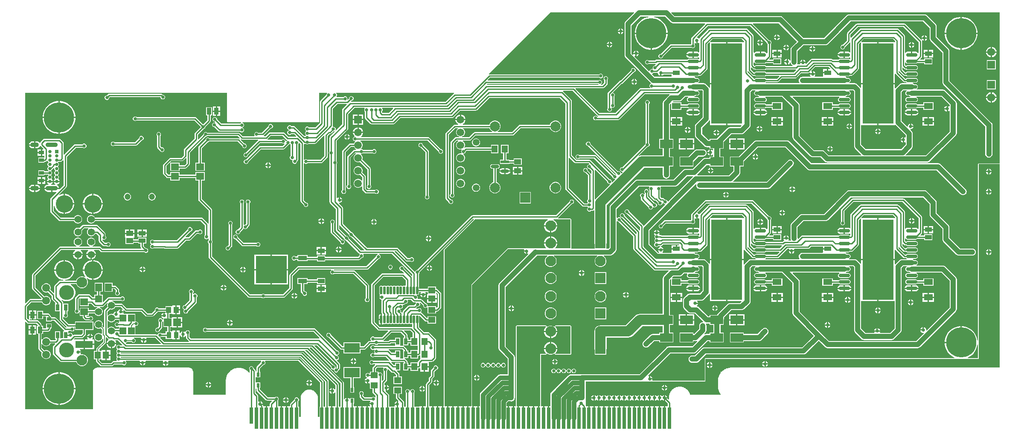
<source format=gbl>
G04*
G04 #@! TF.GenerationSoftware,Altium Limited,Altium Designer,21.3.2 (30)*
G04*
G04 Layer_Physical_Order=2*
G04 Layer_Color=16711680*
%FSLAX25Y25*%
%MOIN*%
G70*
G04*
G04 #@! TF.SameCoordinates,B38D24C8-20F9-4C12-AD3A-4427D22FBD9A*
G04*
G04*
G04 #@! TF.FilePolarity,Positive*
G04*
G01*
G75*
%ADD14C,0.01000*%
%ADD16C,0.00500*%
%ADD19R,0.02756X0.16535*%
%ADD20R,0.02756X0.12598*%
%ADD22R,0.03150X0.04921*%
%ADD23R,0.04724X0.05709*%
%ADD24R,0.05709X0.04724*%
%ADD25R,0.05544X0.04747*%
%ADD26R,0.05315X0.03740*%
%ADD28R,0.07087X0.04921*%
%ADD29O,0.08858X0.02756*%
%ADD30R,0.24410X0.62992*%
%ADD31R,0.09843X0.06693*%
%ADD35R,0.02126X0.03386*%
%ADD38R,0.05315X0.03937*%
%ADD40R,0.06102X0.06102*%
%ADD49R,0.05315X0.06102*%
%ADD51R,0.06102X0.05512*%
%ADD52R,0.03740X0.05315*%
%ADD62R,0.12400X0.07700*%
G04:AMPARAMS|DCode=70|XSize=35.43mil|YSize=66.93mil|CornerRadius=17.72mil|HoleSize=0mil|Usage=FLASHONLY|Rotation=270.000|XOffset=0mil|YOffset=0mil|HoleType=Round|Shape=RoundedRectangle|*
%AMROUNDEDRECTD70*
21,1,0.03543,0.03150,0,0,270.0*
21,1,0.00000,0.06693,0,0,270.0*
1,1,0.03543,-0.01575,0.00000*
1,1,0.03543,-0.01575,0.00000*
1,1,0.03543,0.01575,0.00000*
1,1,0.03543,0.01575,0.00000*
%
%ADD70ROUNDEDRECTD70*%
G04:AMPARAMS|DCode=71|XSize=35.43mil|YSize=94.49mil|CornerRadius=17.72mil|HoleSize=0mil|Usage=FLASHONLY|Rotation=270.000|XOffset=0mil|YOffset=0mil|HoleType=Round|Shape=RoundedRectangle|*
%AMROUNDEDRECTD71*
21,1,0.03543,0.05906,0,0,270.0*
21,1,0.00000,0.09449,0,0,270.0*
1,1,0.03543,-0.02953,0.00000*
1,1,0.03543,-0.02953,0.00000*
1,1,0.03543,0.02953,0.00000*
1,1,0.03543,0.02953,0.00000*
%
%ADD71ROUNDEDRECTD71*%
%ADD72R,0.02559X0.02559*%
%ADD73C,0.02559*%
%ADD74R,0.06181X0.06181*%
%ADD75C,0.06181*%
%ADD76C,0.08268*%
%ADD77R,0.08268X0.08268*%
%ADD78C,0.23622*%
%ADD79R,0.07874X0.07874*%
%ADD80C,0.07874*%
%ADD81C,0.05315*%
%ADD82C,0.04724*%
%ADD83C,0.05906*%
%ADD84R,0.05906X0.05906*%
%ADD85C,0.05591*%
%ADD86C,0.13583*%
%ADD87C,0.06102*%
%ADD88R,0.05512X0.05512*%
%ADD89C,0.05512*%
%ADD90C,0.11614*%
%ADD91C,0.02500*%
%ADD92C,0.03937*%
%ADD93C,0.03500*%
%ADD95C,0.07874*%
G04:AMPARAMS|DCode=96|XSize=59.06mil|YSize=17.72mil|CornerRadius=1.95mil|HoleSize=0mil|Usage=FLASHONLY|Rotation=90.000|XOffset=0mil|YOffset=0mil|HoleType=Round|Shape=RoundedRectangle|*
%AMROUNDEDRECTD96*
21,1,0.05906,0.01382,0,0,90.0*
21,1,0.05516,0.01772,0,0,90.0*
1,1,0.00390,0.00691,0.02758*
1,1,0.00390,0.00691,-0.02758*
1,1,0.00390,-0.00691,-0.02758*
1,1,0.00390,-0.00691,0.02758*
%
%ADD96ROUNDEDRECTD96*%
%ADD97R,0.06530X0.02468*%
G04:AMPARAMS|DCode=98|XSize=65.3mil|YSize=24.68mil|CornerRadius=12.34mil|HoleSize=0mil|Usage=FLASHONLY|Rotation=180.000|XOffset=0mil|YOffset=0mil|HoleType=Round|Shape=RoundedRectangle|*
%AMROUNDEDRECTD98*
21,1,0.06530,0.00000,0,0,180.0*
21,1,0.04063,0.02468,0,0,180.0*
1,1,0.02468,-0.02031,0.00000*
1,1,0.02468,0.02031,0.00000*
1,1,0.02468,0.02031,0.00000*
1,1,0.02468,-0.02031,0.00000*
%
%ADD98ROUNDEDRECTD98*%
%ADD99R,0.07087X0.03543*%
%ADD100R,0.24410X0.21457*%
%ADD101R,0.03465X0.02638*%
%ADD102R,0.03771X0.04969*%
%ADD103R,0.03937X0.05118*%
%ADD104R,0.05118X0.05709*%
%ADD105R,0.05315X0.05709*%
%ADD106R,0.13386X0.05512*%
%ADD107R,0.06102X0.05315*%
%ADD108R,0.05315X0.04331*%
%ADD109R,0.03937X0.03150*%
G36*
X507286Y323625D02*
X507862Y323183D01*
X508532Y322906D01*
X509252Y322811D01*
X523425D01*
X534224D01*
X534431Y322311D01*
X523678Y311558D01*
X523394Y311132D01*
X523294Y310630D01*
Y306431D01*
X507677D01*
X507175Y306331D01*
X506749Y306046D01*
X499500Y298797D01*
X499258D01*
X498615Y298531D01*
X498123Y298039D01*
X497856Y297395D01*
Y296699D01*
X498123Y296056D01*
X498615Y295564D01*
X499258Y295297D01*
X499954D01*
X500598Y295564D01*
X501090Y296056D01*
X501356Y296699D01*
Y296941D01*
X508221Y303805D01*
X523444D01*
X523615Y303635D01*
X524258Y303368D01*
X524954D01*
X525598Y303635D01*
X526090Y304127D01*
X526356Y304770D01*
Y305466D01*
X526090Y306109D01*
X525919Y306280D01*
Y307254D01*
X526381Y307445D01*
X526481Y307345D01*
X527256Y307024D01*
Y309252D01*
X528256D01*
Y307024D01*
X529030Y307345D01*
X529131Y307445D01*
X529593Y307254D01*
Y300385D01*
X529152Y300149D01*
X528881Y300330D01*
X527953Y300515D01*
X525402D01*
Y298091D01*
Y295666D01*
X527953D01*
X528881Y295851D01*
X529152Y296032D01*
X529593Y295796D01*
Y294848D01*
X529093Y294587D01*
X528686Y294860D01*
X527953Y295005D01*
X521850D01*
X521118Y294860D01*
X520497Y294444D01*
X520469Y294403D01*
X496437D01*
X495935Y294303D01*
X495509Y294019D01*
X495126Y293635D01*
X490336D01*
X490165Y293806D01*
X489521Y294073D01*
X488825D01*
X488182Y293806D01*
X487690Y293314D01*
X487423Y292671D01*
Y291975D01*
X487690Y291332D01*
X488182Y290839D01*
X488825Y290573D01*
X489521D01*
X490165Y290839D01*
X490336Y291010D01*
X495533D01*
X495727Y290671D01*
X495753Y290523D01*
X494972Y289742D01*
X494731D01*
X494087Y289476D01*
X493595Y288983D01*
X493329Y288340D01*
Y287644D01*
X493490Y287255D01*
X493107Y286872D01*
X492996Y286918D01*
X492300D01*
X491657Y286651D01*
X491165Y286159D01*
X490920Y285569D01*
X490436Y285345D01*
X479001Y296780D01*
X479284Y297204D01*
X479815Y296984D01*
Y298713D01*
X478087D01*
X478306Y298182D01*
X477882Y297899D01*
X476795Y298986D01*
Y321093D01*
X483792Y328089D01*
X489925D01*
X489964Y327589D01*
X489126Y327456D01*
X487208Y326833D01*
X485412Y325918D01*
X483780Y324732D01*
X482354Y323306D01*
X481169Y321675D01*
X480254Y319878D01*
X479630Y317961D01*
X479315Y315969D01*
Y315461D01*
X504937D01*
Y315969D01*
X504622Y317961D01*
X503998Y319878D01*
X503083Y321675D01*
X501898Y323306D01*
X500472Y324732D01*
X498840Y325918D01*
X497044Y326833D01*
X495126Y327456D01*
X494288Y327589D01*
X494327Y328089D01*
X502822D01*
X507286Y323625D01*
D02*
G37*
G36*
X701050Y308118D02*
Y299638D01*
X700550Y299486D01*
X700337Y299805D01*
X699550Y300330D01*
X698622Y300515D01*
X696071D01*
Y298091D01*
X695071D01*
Y300515D01*
X692520D01*
X691592Y300330D01*
X690805Y299805D01*
X690767Y299748D01*
X690289Y299893D01*
Y312795D01*
X690189Y313298D01*
X689904Y313723D01*
X685377Y318251D01*
X684951Y318535D01*
X684449Y318635D01*
X655905D01*
X655403Y318535D01*
X654977Y318251D01*
X648269Y311543D01*
X647769Y311750D01*
Y314023D01*
X653693Y319947D01*
X689220D01*
X701050Y308118D01*
D02*
G37*
G36*
X582502Y307571D02*
Y307329D01*
X582768Y306686D01*
X582939Y306515D01*
Y299638D01*
X582439Y299486D01*
X582226Y299805D01*
X581440Y300330D01*
X580512Y300515D01*
X577961D01*
Y298091D01*
X576961D01*
Y300515D01*
X574409D01*
X573482Y300330D01*
X572695Y299805D01*
X572657Y299748D01*
X572179Y299893D01*
Y312795D01*
X572079Y313298D01*
X571794Y313723D01*
X567267Y318251D01*
X566841Y318535D01*
X566339Y318635D01*
X537795D01*
X537293Y318535D01*
X536867Y318251D01*
X529977Y311361D01*
X529801Y311097D01*
X529227Y310963D01*
X529030Y311159D01*
X528203Y311502D01*
X527988D01*
X527797Y311964D01*
X536371Y320538D01*
X569535D01*
X582502Y307571D01*
D02*
G37*
G36*
X606108Y308465D02*
X601775Y304131D01*
X601333Y303555D01*
X601055Y302885D01*
X600960Y302165D01*
Y293782D01*
X600460Y293683D01*
X600333Y293991D01*
X599700Y294624D01*
X598925Y294945D01*
Y292717D01*
Y290488D01*
X599700Y290809D01*
X600333Y291442D01*
X600525Y291906D01*
X601038Y291839D01*
X601055Y291710D01*
X601333Y291039D01*
X601775Y290464D01*
X602350Y290022D01*
X602637Y289903D01*
X602537Y289403D01*
X581893D01*
X581866Y289444D01*
X581245Y289860D01*
X580512Y290005D01*
X574409D01*
X573677Y289860D01*
X573056Y289444D01*
X573043Y289443D01*
X572179Y290307D01*
Y291927D01*
X572275Y292004D01*
X572945Y291902D01*
X573056Y291737D01*
X573677Y291322D01*
X574409Y291176D01*
X580512D01*
X581245Y291322D01*
X581866Y291737D01*
X581893Y291778D01*
X587394D01*
Y290740D01*
X593709D01*
Y295480D01*
X587394D01*
Y294403D01*
X584511D01*
X584320Y294865D01*
X585180Y295725D01*
X585465Y296151D01*
X585565Y296654D01*
Y306515D01*
X585736Y306686D01*
X586002Y307329D01*
Y308025D01*
X585736Y308668D01*
X585243Y309161D01*
X584600Y309427D01*
X584358D01*
X571475Y322311D01*
X571682Y322811D01*
X591762D01*
X606108Y308465D01*
D02*
G37*
G36*
X571611Y287162D02*
X572037Y286878D01*
X572539Y286778D01*
X573028D01*
X573056Y286737D01*
X573677Y286322D01*
X574409Y286176D01*
X580512D01*
X581245Y286322D01*
X581866Y286737D01*
X581893Y286778D01*
X605081D01*
X605288Y286278D01*
X603413Y284403D01*
X581893D01*
X581866Y284444D01*
X581245Y284859D01*
X580512Y285005D01*
X574409D01*
X573677Y284859D01*
X573056Y284444D01*
X573028Y284403D01*
X572374D01*
X570210Y286567D01*
Y287910D01*
X570672Y288101D01*
X571611Y287162D01*
D02*
G37*
G36*
X632075Y287328D02*
X631884Y286866D01*
X630421D01*
Y283996D01*
X629921D01*
Y283496D01*
X626264D01*
Y281126D01*
X625870Y280870D01*
X619995D01*
X619788Y281370D01*
X620215Y281796D01*
X620535Y282571D01*
X616079D01*
X616400Y281796D01*
X616826Y281370D01*
X616619Y280870D01*
X610236D01*
X609517Y280775D01*
X608846Y280498D01*
X608271Y280056D01*
X607829Y279480D01*
X607551Y278810D01*
X607456Y278091D01*
X607551Y277371D01*
X607829Y276701D01*
X608082Y276370D01*
X607836Y275870D01*
X581401D01*
X581333Y276065D01*
X581317Y276370D01*
X581866Y276737D01*
X581893Y276778D01*
X590886D01*
X591388Y276878D01*
X591814Y277162D01*
X594441Y279790D01*
X604921D01*
X605424Y279890D01*
X605849Y280174D01*
X609402Y283727D01*
X614733D01*
X615235Y283827D01*
X615661Y284111D01*
X615833Y284283D01*
X616257Y284000D01*
X616079Y283571D01*
X617807D01*
Y285299D01*
X617378Y285121D01*
X617095Y285545D01*
X620197Y288648D01*
X630756D01*
X632075Y287328D01*
D02*
G37*
G36*
X500218Y281827D02*
X500993Y282148D01*
X501588Y282743D01*
X508153D01*
Y281185D01*
X507760Y280929D01*
X494852D01*
X492825Y282956D01*
X493049Y283440D01*
X493640Y283684D01*
X493811Y283855D01*
X496388D01*
X496891Y283955D01*
X496969Y284007D01*
X497469Y283740D01*
Y283608D01*
X497811Y282781D01*
X498444Y282148D01*
X499219Y281827D01*
Y284055D01*
X500218D01*
Y281827D01*
D02*
G37*
G36*
X567970Y285096D02*
X570902Y282162D01*
X571328Y281878D01*
X571831Y281778D01*
X573028D01*
X573056Y281737D01*
X573677Y281322D01*
X574409Y281176D01*
X580512D01*
X581245Y281322D01*
X581866Y281737D01*
X581893Y281778D01*
X592064D01*
X592255Y281316D01*
X590342Y279403D01*
X581893D01*
X581866Y279445D01*
X581245Y279859D01*
X580512Y280005D01*
X574409D01*
X573677Y279859D01*
X573056Y279445D01*
X573028Y279403D01*
X572374D01*
X567257Y284520D01*
Y285302D01*
X567758Y285413D01*
X567970Y285096D01*
D02*
G37*
G36*
X682743Y308708D02*
Y308485D01*
X682496Y308087D01*
X669791D01*
Y276091D01*
X682496D01*
Y283092D01*
X682996Y283244D01*
X683127Y283048D01*
X689013Y277162D01*
X689439Y276878D01*
X689941Y276778D01*
X691138D01*
X691166Y276737D01*
X691714Y276370D01*
X691698Y276065D01*
X691631Y275870D01*
X688051D01*
X687332Y275776D01*
X686661Y275498D01*
X686086Y275056D01*
X683074Y272044D01*
X682996Y271943D01*
X682496Y272113D01*
Y275091D01*
X669791D01*
Y243094D01*
X682496D01*
Y243094D01*
X682996Y243215D01*
X683074Y243113D01*
X690921Y235266D01*
Y233583D01*
X690459Y233392D01*
X690448Y233403D01*
X689673Y233724D01*
Y231496D01*
Y229268D01*
X690448Y229589D01*
X690459Y229600D01*
X690921Y229409D01*
Y227726D01*
X687431Y224236D01*
X659813D01*
X656126Y227923D01*
Y243094D01*
X668791D01*
Y275091D01*
X656087D01*
Y272562D01*
X655587Y272392D01*
X655312Y272750D01*
X653006Y275056D01*
X652430Y275498D01*
X651760Y275776D01*
X651040Y275870D01*
X646952D01*
X646884Y276065D01*
X646869Y276370D01*
X647417Y276737D01*
X647832Y277358D01*
X647978Y278091D01*
X647832Y278823D01*
X647417Y279445D01*
X646796Y279859D01*
X646063Y280005D01*
X645016D01*
X644977Y280056D01*
X644402Y280498D01*
X643972Y280676D01*
X644071Y281176D01*
X646063D01*
X646796Y281322D01*
X647417Y281737D01*
X647444Y281778D01*
X648642D01*
X649144Y281878D01*
X649570Y282162D01*
X653881Y286473D01*
X654166Y286899D01*
X654265Y287402D01*
Y306543D01*
X655587Y307864D01*
X656087Y307657D01*
Y276091D01*
X668791D01*
Y308087D01*
X656516D01*
X656309Y308587D01*
X658221Y310498D01*
X680952D01*
X682743Y308708D01*
D02*
G37*
G36*
X564632D02*
Y308485D01*
X564386Y308087D01*
X551681D01*
Y275590D01*
Y243094D01*
X562526D01*
X562717Y242633D01*
X561644Y241559D01*
X553740D01*
X553021Y241464D01*
X552350Y241187D01*
X551775Y240745D01*
X543223Y232193D01*
X537886D01*
Y231323D01*
X536781D01*
X531914Y236191D01*
Y240975D01*
X537005Y246066D01*
X537447Y246642D01*
X537476Y246713D01*
X537976Y246614D01*
Y243094D01*
X550681D01*
Y275091D01*
X537976D01*
Y272399D01*
X537476Y272299D01*
X537447Y272371D01*
X537005Y272947D01*
X534896Y275056D01*
X534320Y275498D01*
X533649Y275776D01*
X532930Y275870D01*
X528841D01*
X528774Y276065D01*
X528758Y276370D01*
X529307Y276737D01*
X529722Y277358D01*
X529868Y278091D01*
X529722Y278823D01*
X529307Y279445D01*
X528686Y279859D01*
X527953Y280005D01*
X526951D01*
X526867Y280115D01*
X526291Y280557D01*
X526004Y280676D01*
X526104Y281176D01*
X527953D01*
X528686Y281322D01*
X529307Y281737D01*
X529334Y281778D01*
X530532D01*
X531034Y281878D01*
X531460Y282162D01*
X535771Y286473D01*
X536055Y286899D01*
X536155Y287402D01*
Y306543D01*
X537476Y307864D01*
X537976Y307657D01*
Y276091D01*
X550681D01*
Y308087D01*
X538406D01*
X538199Y308587D01*
X540111Y310498D01*
X562842D01*
X564632Y308708D01*
D02*
G37*
G36*
X450901Y275041D02*
X450686Y274541D01*
X364025Y274541D01*
X363776Y275041D01*
X363944Y275262D01*
X450691D01*
X450901Y275041D01*
D02*
G37*
G36*
X338240Y267977D02*
X338080Y267945D01*
X337654Y267660D01*
X331346Y261352D01*
X257759D01*
X257568Y261814D01*
X257980Y262226D01*
X258222D01*
X258865Y262493D01*
X259358Y262985D01*
X259624Y263628D01*
Y264324D01*
X259358Y264968D01*
X258865Y265460D01*
X258222Y265726D01*
X257526D01*
X256883Y265460D01*
X256391Y264968D01*
X256124Y264324D01*
Y264083D01*
X255082Y263041D01*
X254658Y263324D01*
X254703Y263431D01*
Y264128D01*
X254436Y264771D01*
X253944Y265263D01*
X253301Y265529D01*
X252605D01*
X251961Y265263D01*
X251790Y265092D01*
X246561D01*
X246383Y265592D01*
X246632Y266193D01*
Y266889D01*
X246365Y267533D01*
X245921Y267977D01*
X245952Y268202D01*
X246075Y268477D01*
X338191D01*
X338240Y267977D01*
D02*
G37*
G36*
X650567Y269633D02*
Y226772D01*
X650662Y226052D01*
X650939Y225382D01*
X651381Y224806D01*
X656372Y219815D01*
X656165Y219315D01*
X630876D01*
X627556Y222635D01*
X626980Y223077D01*
X626310Y223354D01*
X625591Y223449D01*
X619458D01*
X608095Y234813D01*
Y258268D01*
X608000Y258987D01*
X607722Y259658D01*
X607280Y260233D01*
X602665Y264849D01*
X602856Y265311D01*
X639072D01*
X639139Y265116D01*
X639155Y264811D01*
X638607Y264444D01*
X638192Y263823D01*
X638046Y263090D01*
X638192Y262358D01*
X638607Y261737D01*
X639228Y261322D01*
X639961Y261176D01*
X646063D01*
X646796Y261322D01*
X647417Y261737D01*
X647832Y262358D01*
X647978Y263090D01*
X647832Y263823D01*
X647417Y264444D01*
X646796Y264860D01*
X646063Y265005D01*
X644071D01*
X643972Y265505D01*
X644402Y265683D01*
X644977Y266125D01*
X645016Y266176D01*
X646063D01*
X646796Y266322D01*
X647417Y266737D01*
X647832Y267358D01*
X647978Y268091D01*
X647832Y268823D01*
X647417Y269444D01*
X646869Y269811D01*
X646884Y270116D01*
X646952Y270311D01*
X649889D01*
X650567Y269633D01*
D02*
G37*
G36*
X532260Y269830D02*
Y249183D01*
X527168Y244092D01*
X526727Y243516D01*
X526449Y242845D01*
X526354Y242126D01*
Y235039D01*
X526449Y234320D01*
X526727Y233649D01*
X527168Y233074D01*
X533664Y226578D01*
X534240Y226136D01*
X534910Y225858D01*
X535630Y225764D01*
X537886D01*
Y224500D01*
X540527D01*
Y223401D01*
X540027Y223194D01*
X539660Y223561D01*
X538886Y223882D01*
Y221654D01*
Y219425D01*
X539660Y219746D01*
X540027Y220113D01*
X540527Y219906D01*
Y218413D01*
X537886D01*
Y217347D01*
X534449D01*
X533729Y217252D01*
X533059Y216974D01*
X532483Y216532D01*
X524636Y208685D01*
X519095D01*
X518375Y208591D01*
X517705Y208313D01*
X517129Y207871D01*
X509675Y200417D01*
X481496D01*
X480777Y200323D01*
X480106Y200045D01*
X479530Y199603D01*
X460436Y180509D01*
X459994Y179933D01*
X459717Y179263D01*
X459622Y178543D01*
Y147214D01*
X458695Y146288D01*
X457193D01*
Y149790D01*
X457324Y150787D01*
Y164173D01*
Y180310D01*
X486816Y209802D01*
X501157D01*
Y203937D01*
X501252Y203218D01*
X501530Y202547D01*
X501971Y201972D01*
X502547Y201530D01*
X503218Y201252D01*
X503937Y201157D01*
X504656Y201252D01*
X505327Y201530D01*
X505902Y201972D01*
X506344Y202547D01*
X506622Y203218D01*
X506717Y203937D01*
X506717Y203937D01*
Y210720D01*
X509358D01*
Y218413D01*
X506717D01*
Y224500D01*
X509358D01*
Y232193D01*
X506717D01*
Y259282D01*
X507306Y259871D01*
X507768Y259679D01*
Y255012D01*
X515854D01*
Y256778D01*
X520469D01*
X520497Y256737D01*
X521118Y256322D01*
X521850Y256176D01*
X527953D01*
X528686Y256322D01*
X529307Y256737D01*
X529722Y257358D01*
X529868Y258090D01*
X529722Y258823D01*
X529307Y259444D01*
X528686Y259859D01*
X527953Y260005D01*
X521850D01*
X521118Y259859D01*
X520497Y259444D01*
X520469Y259403D01*
X515854D01*
Y260933D01*
X509422D01*
X509171Y261433D01*
X509288Y261590D01*
X513976D01*
X514696Y261685D01*
X515366Y261963D01*
X515942Y262405D01*
X518848Y265311D01*
X520962D01*
X521029Y265116D01*
X521045Y264811D01*
X520497Y264444D01*
X520081Y263823D01*
X519936Y263090D01*
X520081Y262358D01*
X520497Y261737D01*
X521118Y261322D01*
X521850Y261176D01*
X527953D01*
X528686Y261322D01*
X529307Y261737D01*
X529722Y262358D01*
X529868Y263090D01*
X529722Y263823D01*
X529307Y264444D01*
X528686Y264860D01*
X527953Y265005D01*
X525961D01*
X525862Y265505D01*
X526291Y265683D01*
X526867Y266125D01*
X526906Y266176D01*
X527953D01*
X528686Y266322D01*
X529307Y266737D01*
X529722Y267358D01*
X529868Y268091D01*
X529722Y268823D01*
X529307Y269444D01*
X528758Y269811D01*
X528774Y270116D01*
X528841Y270311D01*
X531779D01*
X532260Y269830D01*
D02*
G37*
G36*
X691698Y270116D02*
X691714Y269811D01*
X691166Y269444D01*
X690751Y268823D01*
X690605Y268091D01*
X690751Y267358D01*
X691166Y266737D01*
X691787Y266322D01*
X692520Y266176D01*
X693566D01*
X693605Y266125D01*
X694181Y265683D01*
X694611Y265505D01*
X694511Y265005D01*
X692520D01*
X691787Y264860D01*
X691166Y264444D01*
X690751Y263823D01*
X690605Y263090D01*
X690751Y262358D01*
X691166Y261737D01*
X691787Y261322D01*
X692520Y261176D01*
X698622D01*
X699355Y261322D01*
X699976Y261737D01*
X700391Y262358D01*
X700537Y263090D01*
X700391Y263823D01*
X699976Y264444D01*
X699428Y264811D01*
X699443Y265116D01*
X699511Y265311D01*
X718947D01*
X725370Y258888D01*
Y257850D01*
X724870Y257643D01*
X724700Y257813D01*
X723925Y258134D01*
Y255906D01*
Y253677D01*
X724700Y253998D01*
X724870Y254168D01*
X725370Y253961D01*
Y237962D01*
X706723Y219315D01*
X691079D01*
X690872Y219815D01*
X695666Y224609D01*
X696108Y225185D01*
X696386Y225855D01*
X696481Y226575D01*
Y236417D01*
X696386Y237137D01*
X696108Y237807D01*
X695666Y238383D01*
X694673Y239376D01*
X694880Y239876D01*
X695329D01*
X696156Y240218D01*
X696789Y240851D01*
X697110Y241626D01*
X694882D01*
Y242126D01*
X694382D01*
Y244354D01*
X693607Y244033D01*
X692974Y243401D01*
X692632Y242573D01*
Y242124D01*
X692132Y241917D01*
X687819Y246230D01*
Y268927D01*
X689203Y270311D01*
X691631D01*
X691698Y270116D01*
D02*
G37*
G36*
X478848Y331007D02*
X472050Y324210D01*
X471608Y323634D01*
X471331Y322964D01*
X471236Y322244D01*
Y297835D01*
X471331Y297115D01*
X471608Y296445D01*
X472050Y295869D01*
X491735Y276184D01*
X491951Y276019D01*
X491876Y275446D01*
X491528Y275303D01*
X491036Y274810D01*
X490770Y274167D01*
Y273471D01*
X491036Y272828D01*
X491382Y272482D01*
X491175Y271982D01*
X483858D01*
X483356Y271882D01*
X482930Y271597D01*
X464023Y252691D01*
X451725D01*
X432962Y271454D01*
X433153Y271916D01*
X454331D01*
X454833Y272016D01*
X455259Y272300D01*
X457621Y274662D01*
X457906Y275088D01*
X458006Y275590D01*
Y278365D01*
X458177Y278536D01*
X458443Y279180D01*
Y279876D01*
X458177Y280519D01*
X457684Y281011D01*
X457041Y281278D01*
X456345D01*
X455702Y281011D01*
X455209Y280519D01*
X454943Y279876D01*
Y279180D01*
X455209Y278536D01*
X455380Y278365D01*
Y276134D01*
X453787Y274541D01*
X452938D01*
X452839Y275041D01*
X452960Y275091D01*
X453452Y275584D01*
X453719Y276227D01*
Y276923D01*
X453452Y277566D01*
X452960Y278058D01*
X452317Y278325D01*
X451620D01*
X450977Y278058D01*
X450806Y277887D01*
X364483D01*
X364292Y278349D01*
X366126Y280183D01*
X451594D01*
X451765Y280012D01*
X452408Y279746D01*
X453104D01*
X453747Y280012D01*
X454240Y280505D01*
X454506Y281148D01*
Y281844D01*
X454240Y282487D01*
X453747Y282980D01*
X453104Y283246D01*
X452408D01*
X451765Y282980D01*
X451594Y282809D01*
X365582D01*
X365564Y282805D01*
X365318Y283266D01*
X413521Y331469D01*
X478657Y331469D01*
X478848Y331007D01*
D02*
G37*
G36*
X290464Y256100D02*
X287055Y252691D01*
X282434D01*
X281824Y253300D01*
Y253759D01*
X281995Y253930D01*
X282262Y254573D01*
Y255269D01*
X281995Y255913D01*
X281846Y256061D01*
X282054Y256561D01*
X290272D01*
X290464Y256100D01*
D02*
G37*
G36*
X238927Y267977D02*
X238674Y267724D01*
X238407Y267080D01*
Y266839D01*
X233717Y262149D01*
X233433Y261723D01*
X233333Y261221D01*
Y245032D01*
X229771Y241470D01*
X224587D01*
X224416Y241641D01*
X223773Y241908D01*
X223077D01*
X222434Y241641D01*
X221942Y241149D01*
X221675Y240506D01*
Y239809D01*
X221942Y239166D01*
X222319Y238788D01*
X222390Y238484D01*
X222319Y238180D01*
X221942Y237802D01*
X221675Y237159D01*
Y236463D01*
X221942Y235820D01*
X222330Y235431D01*
X222344Y234917D01*
X222328Y234848D01*
X222054Y234580D01*
X221213D01*
X213723Y242070D01*
X213298Y242354D01*
X212795Y242454D01*
X210808D01*
X210637Y242625D01*
X209994Y242892D01*
X209298D01*
X208654Y242625D01*
X208162Y242133D01*
X207896Y241490D01*
Y240794D01*
X208162Y240150D01*
X208654Y239658D01*
X209222Y239423D01*
X209237Y239325D01*
Y239021D01*
X209222Y238923D01*
X208654Y238688D01*
X208162Y238196D01*
X207896Y237553D01*
Y236857D01*
X208162Y236213D01*
X208654Y235721D01*
X209298Y235455D01*
X209994D01*
X210637Y235721D01*
X210808Y235892D01*
X213236D01*
X214676Y234452D01*
X214485Y233990D01*
X208615D01*
X205653Y236952D01*
X205227Y237236D01*
X204724Y237336D01*
X194291D01*
X193789Y237236D01*
X193363Y236952D01*
X190795Y234384D01*
X189640D01*
X189488Y234883D01*
X189511Y234899D01*
X194988Y240376D01*
X195230D01*
X195873Y240642D01*
X196365Y241135D01*
X196632Y241778D01*
Y242474D01*
X196365Y243117D01*
X195873Y243609D01*
X195230Y243876D01*
X194534D01*
X193891Y243609D01*
X193398Y243117D01*
X193132Y242474D01*
Y242232D01*
X188039Y237139D01*
X185020D01*
X184850Y237310D01*
X184206Y237577D01*
X183510D01*
X182867Y237310D01*
X182375Y236818D01*
X182108Y236175D01*
Y235479D01*
X182355Y234883D01*
X182173Y234384D01*
X172985D01*
X170613Y236755D01*
X170187Y237039D01*
X169685Y237139D01*
X145257D01*
X145086Y237310D01*
X144443Y237577D01*
X143746D01*
X143103Y237310D01*
X142611Y236818D01*
X142344Y236175D01*
Y235933D01*
X138427Y232015D01*
X137927Y232223D01*
Y235677D01*
X142232Y239982D01*
X142474D01*
X143117Y240249D01*
X143609Y240741D01*
X143876Y241384D01*
Y241626D01*
X147582Y245332D01*
X147866Y245758D01*
X147966Y246260D01*
Y250780D01*
X149024D01*
Y257095D01*
X144283D01*
Y250780D01*
X145341D01*
Y246803D01*
X142126Y243589D01*
X136755Y248960D01*
X136329Y249244D01*
X135827Y249344D01*
X90139D01*
X89968Y249515D01*
X89324Y249781D01*
X88628D01*
X87985Y249515D01*
X87493Y249023D01*
X87226Y248380D01*
Y247683D01*
X87493Y247040D01*
X87985Y246548D01*
X88628Y246282D01*
X89324D01*
X89968Y246548D01*
X90139Y246719D01*
X135283D01*
X140270Y241732D01*
X135686Y237149D01*
X135401Y236723D01*
X135301Y236221D01*
Y232434D01*
X127418Y224550D01*
X127134Y224124D01*
X127034Y223622D01*
Y219441D01*
X125047Y217454D01*
X116535D01*
X116033Y217354D01*
X115607Y217070D01*
X111277Y212739D01*
X110992Y212313D01*
X110892Y211811D01*
Y205118D01*
X110992Y204616D01*
X111277Y204190D01*
X113442Y202025D01*
X113868Y201740D01*
X114370Y201640D01*
X116528D01*
Y199697D01*
X123630D01*
Y201640D01*
X136213D01*
Y199697D01*
X138451D01*
Y184646D01*
X138551Y184143D01*
X138836Y183718D01*
X146325Y176228D01*
Y166076D01*
X145825Y165965D01*
X145613Y166282D01*
X141676Y170220D01*
X141250Y170504D01*
X140748Y170604D01*
X57614D01*
X57204Y171315D01*
X56590Y171928D01*
X55839Y172362D01*
X55001Y172587D01*
X54133D01*
X53295Y172362D01*
X52544Y171928D01*
X51930Y171315D01*
X51496Y170563D01*
X51272Y169725D01*
Y168858D01*
X51496Y168019D01*
X51930Y167268D01*
X52544Y166655D01*
X53295Y166221D01*
X54133Y165996D01*
X55001D01*
X55839Y166221D01*
X56590Y166655D01*
X57204Y167268D01*
X57614Y167979D01*
X140204D01*
X143372Y164811D01*
Y156674D01*
X143201Y156503D01*
X142935Y155860D01*
Y155164D01*
X143201Y154520D01*
X143694Y154028D01*
X144337Y153762D01*
X145033D01*
X145676Y154028D01*
X145825Y154177D01*
X146325Y153970D01*
Y152737D01*
X146154Y152566D01*
X145888Y151923D01*
Y151227D01*
X146154Y150584D01*
X146325Y150413D01*
Y139764D01*
X146425Y139261D01*
X146710Y138836D01*
X177221Y108324D01*
X177647Y108039D01*
X178150Y107939D01*
X187814D01*
X187985Y107768D01*
X188628Y107502D01*
X189324D01*
X189968Y107768D01*
X190139Y107939D01*
X204921D01*
X205424Y108039D01*
X205849Y108324D01*
X211755Y114229D01*
X212039Y114655D01*
X212139Y115157D01*
Y125047D01*
X217079Y129987D01*
X242141D01*
X242240Y129487D01*
X242119Y129436D01*
X241627Y128944D01*
X241360Y128301D01*
Y127605D01*
X241627Y126962D01*
X242119Y126469D01*
X242762Y126203D01*
X243458D01*
X244102Y126469D01*
X244272Y126640D01*
X259299D01*
X268963Y116976D01*
Y107461D01*
X268792Y107290D01*
X268526Y106647D01*
Y105951D01*
X268792Y105308D01*
X269284Y104816D01*
X269928Y104549D01*
X270624D01*
X271267Y104816D01*
X271759Y105308D01*
X272026Y105951D01*
Y106647D01*
X271759Y107290D01*
X271588Y107461D01*
Y117520D01*
X271488Y118022D01*
X271204Y118448D01*
X260771Y128881D01*
X260345Y129165D01*
X259842Y129265D01*
X244388D01*
X244178Y129487D01*
X244392Y129987D01*
X270079D01*
X270581Y130087D01*
X271007Y130371D01*
X279043Y138408D01*
X279285D01*
X279928Y138674D01*
X280421Y139166D01*
X280687Y139809D01*
Y140506D01*
X280421Y141149D01*
X279928Y141641D01*
X279285Y141908D01*
X279332Y142388D01*
X289417D01*
X305479Y126326D01*
Y125234D01*
X304979Y125027D01*
X298994Y131012D01*
Y131254D01*
X298728Y131897D01*
X298235Y132389D01*
X297592Y132656D01*
X296896D01*
X296253Y132389D01*
X295760Y131897D01*
X295494Y131254D01*
Y130557D01*
X295760Y129914D01*
X296253Y129422D01*
X296896Y129156D01*
X297138D01*
X299010Y127283D01*
X298691Y126895D01*
X298534Y127000D01*
X298031Y127100D01*
X282283D01*
X281781Y127000D01*
X281355Y126716D01*
X273678Y119038D01*
X273394Y118613D01*
X273294Y118110D01*
Y88583D01*
X273394Y88080D01*
X273678Y87655D01*
X278599Y82733D01*
X279025Y82449D01*
X279528Y82349D01*
X286532D01*
X286723Y81887D01*
X281937Y77100D01*
X275768D01*
X275598Y77271D01*
X274954Y77537D01*
X274258D01*
X273615Y77271D01*
X273123Y76779D01*
X272856Y76135D01*
Y75439D01*
X273123Y74796D01*
X273272Y74647D01*
X273064Y74147D01*
X272047D01*
X271545Y74047D01*
X271119Y73763D01*
X267374Y70018D01*
X265165D01*
Y73055D01*
X251765D01*
Y70018D01*
X250736D01*
X241908Y78847D01*
Y79088D01*
X241641Y79731D01*
X241149Y80224D01*
X240506Y80490D01*
X239809D01*
X239166Y80224D01*
X238674Y79731D01*
X238407Y79088D01*
Y78392D01*
X238674Y77749D01*
X239166Y77257D01*
X239809Y76990D01*
X240051D01*
X249264Y67777D01*
X249690Y67492D01*
X250192Y67392D01*
X251765D01*
Y64355D01*
X265165D01*
Y67392D01*
X267918D01*
X268420Y67492D01*
X268846Y67777D01*
X272591Y71522D01*
X276397D01*
X276568Y71351D01*
X277211Y71085D01*
X277907D01*
X278550Y71351D01*
X278721Y71522D01*
X287402D01*
X287904Y71622D01*
X288330Y71907D01*
X288733Y72309D01*
X292020D01*
Y70661D01*
X292020D01*
X291902Y70210D01*
X275768D01*
X275598Y70381D01*
X274954Y70648D01*
X274258D01*
X273615Y70381D01*
X273123Y69889D01*
X272856Y69246D01*
Y68550D01*
X273123Y67906D01*
X273615Y67414D01*
X274258Y67148D01*
X274954D01*
X275555Y67396D01*
X275622Y67408D01*
X275798Y67365D01*
X275876Y67244D01*
X276018Y66797D01*
X275809Y66293D01*
Y65597D01*
X276018Y65092D01*
X275876Y64646D01*
X275798Y64524D01*
X275622Y64482D01*
X275555Y64493D01*
X274954Y64742D01*
X274258D01*
X273615Y64476D01*
X273123Y63983D01*
X272856Y63340D01*
Y62644D01*
X273123Y62001D01*
X273615Y61509D01*
X274258Y61242D01*
X274954D01*
X275598Y61509D01*
X275768Y61680D01*
X284889D01*
X287527Y59042D01*
X287281Y58581D01*
X287205Y58596D01*
X274981D01*
X274810Y58767D01*
X274167Y59034D01*
X273471D01*
X272828Y58767D01*
X272335Y58275D01*
X272069Y57632D01*
Y56935D01*
X272335Y56292D01*
X272828Y55800D01*
X273471Y55533D01*
X274167D01*
X274810Y55800D01*
X274981Y55971D01*
X276305D01*
X276457Y55471D01*
X276434Y55456D01*
X274662Y53684D01*
X274378Y53258D01*
X274278Y52756D01*
Y50106D01*
X272236D01*
Y48787D01*
X271736Y48652D01*
X271661Y48728D01*
X271017Y48994D01*
X270321D01*
X269678Y48728D01*
X269186Y48235D01*
X268919Y47592D01*
Y46896D01*
X269186Y46253D01*
X269678Y45761D01*
X270017Y45620D01*
X270017Y45079D01*
X269395Y44821D01*
X268762Y44188D01*
X268441Y43413D01*
X270669D01*
Y42913D01*
X271169D01*
Y40685D01*
X271736Y40920D01*
X272236Y40645D01*
Y36508D01*
X274278D01*
Y34252D01*
X274378Y33750D01*
X274662Y33324D01*
X276837Y31149D01*
Y30085D01*
X276337Y29878D01*
X276188Y30027D01*
X275545Y30293D01*
X274849D01*
X274206Y30027D01*
X274035Y29856D01*
X268260D01*
X267061Y31056D01*
Y31909D01*
X267232Y32080D01*
X267498Y32723D01*
Y33419D01*
X267232Y34062D01*
X266739Y34554D01*
X266096Y34821D01*
X265400D01*
X264757Y34554D01*
X264264Y34062D01*
X263998Y33419D01*
Y32723D01*
X264264Y32080D01*
X264435Y31909D01*
Y30512D01*
X264535Y30009D01*
X264820Y29584D01*
X266788Y27615D01*
X267214Y27331D01*
X267717Y27231D01*
X272554D01*
X272761Y26731D01*
X272305Y26274D01*
X271984Y25500D01*
X274213D01*
Y24500D01*
X271984D01*
X272305Y23726D01*
X272483Y23547D01*
X272276Y23047D01*
X270776D01*
Y13780D01*
X269776D01*
Y23047D01*
X266839D01*
Y13780D01*
X265839D01*
Y23047D01*
X262902D01*
Y13780D01*
X261902D01*
Y23047D01*
X260024D01*
X259777Y23445D01*
Y25091D01*
X260028D01*
Y29476D01*
X256902D01*
Y29014D01*
X256560Y28882D01*
X256402Y28867D01*
X255802Y29467D01*
X255028Y29787D01*
Y27559D01*
X254028D01*
Y29787D01*
X253253Y29467D01*
X252620Y28834D01*
X252403Y28310D01*
X251903Y28409D01*
Y41535D01*
X251803Y42038D01*
X251519Y42464D01*
X225497Y68485D01*
X225688Y68947D01*
X226637D01*
X241951Y53634D01*
Y53195D01*
X242217Y52552D01*
X242709Y52060D01*
X243353Y51793D01*
X243881D01*
X244149Y51629D01*
X244313Y51362D01*
Y50833D01*
X244579Y50190D01*
X245072Y49698D01*
X245715Y49431D01*
X246411D01*
X247054Y49698D01*
X247547Y50190D01*
X247813Y50833D01*
Y51075D01*
X248566Y51828D01*
X248850Y52254D01*
X248950Y52756D01*
Y55709D01*
X248850Y56211D01*
X248566Y56637D01*
X246588Y58615D01*
X246779Y59077D01*
X246805D01*
X247448Y59343D01*
X247940Y59835D01*
X248207Y60479D01*
Y61175D01*
X247940Y61818D01*
X247448Y62310D01*
X246957Y62514D01*
X246993Y62923D01*
X247029Y63025D01*
X247645Y63280D01*
X248137Y63772D01*
X248404Y64416D01*
Y65112D01*
X248137Y65755D01*
X247645Y66247D01*
X247002Y66514D01*
X246760D01*
X229668Y83605D01*
X229242Y83890D01*
X228740Y83990D01*
X144863D01*
X144692Y84161D01*
X144049Y84427D01*
X143353D01*
X142710Y84161D01*
X142217Y83668D01*
X141951Y83025D01*
Y82329D01*
X142217Y81686D01*
X142710Y81194D01*
X143353Y80927D01*
X144049D01*
X144692Y81194D01*
X144863Y81365D01*
X228197D01*
X233048Y76513D01*
X232802Y76052D01*
X232480Y76116D01*
X132433D01*
X131234Y77315D01*
Y79546D01*
X131405Y79717D01*
X131671Y80361D01*
Y81057D01*
X131405Y81700D01*
X130913Y82192D01*
X130269Y82459D01*
X129573D01*
X128930Y82192D01*
X128438Y81700D01*
X128280Y81318D01*
X127709Y81181D01*
X127653Y81238D01*
X126878Y81559D01*
Y79331D01*
Y77102D01*
X127653Y77423D01*
X128109Y77879D01*
X128609Y77672D01*
Y76772D01*
X128709Y76269D01*
X128993Y75844D01*
X130962Y73875D01*
X130984Y73860D01*
X130833Y73360D01*
X111615D01*
X108447Y76528D01*
X108670Y77012D01*
X109259Y77257D01*
X109430Y77428D01*
X112862D01*
Y75756D01*
X117588D01*
X117633Y75756D01*
X118088Y75647D01*
Y75256D01*
X120473D01*
Y78740D01*
Y82225D01*
X118088D01*
Y81833D01*
X117633Y81725D01*
X117588Y81725D01*
X116560D01*
Y85031D01*
X117701D01*
Y84531D01*
X121252D01*
Y88583D01*
Y92634D01*
X117701D01*
Y92134D01*
X115781D01*
Y95366D01*
X117595D01*
X117626Y95366D01*
X118095Y95290D01*
Y94866D01*
X120563D01*
Y98425D01*
Y101984D01*
X118095D01*
Y101560D01*
X117626Y101484D01*
X117595Y101484D01*
X112689D01*
Y99738D01*
X107271D01*
X107100Y99909D01*
X106456Y100175D01*
X105760D01*
X105117Y99909D01*
X104625Y99417D01*
X104358Y98773D01*
Y98341D01*
X101819Y95801D01*
X98575D01*
X95023Y99353D01*
X94597Y99638D01*
X94095Y99738D01*
X82433D01*
X79176Y102995D01*
X78750Y103280D01*
X78248Y103379D01*
X73435D01*
X73038Y104066D01*
X72432Y104672D01*
X71690Y105101D01*
X71044Y105274D01*
X71110Y105774D01*
X77972D01*
X78143Y105603D01*
X78786Y105337D01*
X79482D01*
X80125Y105603D01*
X80617Y106095D01*
X80884Y106738D01*
Y107435D01*
X80617Y108078D01*
X80125Y108570D01*
X79482Y108837D01*
X78786D01*
X78143Y108570D01*
X77972Y108399D01*
X68504D01*
X68002Y108299D01*
X67576Y108015D01*
X64151Y104590D01*
X63689Y104781D01*
Y110323D01*
X61746D01*
Y112591D01*
X63591D01*
Y119693D01*
X57276D01*
Y112591D01*
X59120D01*
Y110323D01*
X57177D01*
Y108399D01*
X55662D01*
X53684Y110377D01*
X53258Y110661D01*
X52756Y110761D01*
X45276D01*
X44773Y110661D01*
X44347Y110377D01*
X42379Y108408D01*
X42094Y107983D01*
X41995Y107480D01*
Y98187D01*
X41748Y97592D01*
Y96896D01*
X42015Y96253D01*
X42507Y95761D01*
X43150Y95494D01*
X43846D01*
X44489Y95761D01*
X44982Y96253D01*
X45161Y96687D01*
X45661Y96587D01*
Y93791D01*
X47900D01*
Y92913D01*
X48000Y92411D01*
X48284Y91985D01*
X49466Y90804D01*
X49891Y90520D01*
X50394Y90420D01*
X53168D01*
X53339Y90249D01*
X53983Y89982D01*
X54679D01*
X55322Y90249D01*
X55814Y90741D01*
X56081Y91384D01*
Y92080D01*
X55814Y92724D01*
X55322Y93216D01*
X54679Y93482D01*
X53983D01*
X53339Y93216D01*
X53168Y93045D01*
X51098D01*
X50908Y93291D01*
X51142Y93791D01*
X52764D01*
Y95754D01*
X57431D01*
X57828Y95068D01*
X58434Y94462D01*
X59176Y94033D01*
X60004Y93811D01*
X60862D01*
X61690Y94033D01*
X62432Y94462D01*
X63038Y95068D01*
X63467Y95810D01*
X63689Y96638D01*
Y97496D01*
X63467Y98324D01*
X63038Y99066D01*
X62432Y99672D01*
X61690Y100101D01*
X61485Y100156D01*
X61551Y100656D01*
X63386D01*
X63888Y100756D01*
X64314Y101040D01*
X67128Y103855D01*
X67528Y103548D01*
X67399Y103324D01*
X67177Y102496D01*
Y101638D01*
X67382Y100873D01*
X65017Y98507D01*
X64732Y98081D01*
X64632Y97579D01*
Y85017D01*
X64170Y84825D01*
X63364Y85632D01*
X63467Y85810D01*
X63689Y86638D01*
Y87496D01*
X63467Y88324D01*
X63038Y89066D01*
X62432Y89672D01*
X61690Y90101D01*
X60862Y90323D01*
X60004D01*
X59176Y90101D01*
X58434Y89672D01*
X57828Y89066D01*
X57399Y88324D01*
X57177Y87496D01*
Y86638D01*
X57399Y85810D01*
X57828Y85068D01*
X58434Y84462D01*
X59176Y84033D01*
X60004Y83811D01*
X60862D01*
X61690Y84033D01*
X61868Y84136D01*
X62919Y83086D01*
Y79839D01*
X62457Y79648D01*
X62432Y79672D01*
X61690Y80101D01*
X60862Y80323D01*
X60004D01*
X59176Y80101D01*
X58434Y79672D01*
X57828Y79066D01*
X57399Y78324D01*
X57177Y77496D01*
Y76638D01*
X57399Y75810D01*
X57828Y75068D01*
X58434Y74462D01*
X59176Y74033D01*
X60004Y73811D01*
X60862D01*
X61690Y74033D01*
X62432Y74462D01*
X63038Y75068D01*
X63403Y75699D01*
X63903Y75582D01*
Y73470D01*
X59095Y68661D01*
X58865Y68318D01*
X58785Y67913D01*
Y66347D01*
X56783D01*
Y59638D01*
X58530D01*
Y58268D01*
X58630Y57765D01*
X58914Y57340D01*
X61670Y54584D01*
X62096Y54299D01*
X62598Y54199D01*
X70565D01*
X71067Y54299D01*
X71493Y54584D01*
X72486Y55577D01*
X79153D01*
X79324Y55406D01*
X79967Y55140D01*
X80663D01*
X81306Y55406D01*
X81798Y55898D01*
X82065Y56542D01*
Y57238D01*
X81798Y57881D01*
X81650Y58030D01*
X81857Y58530D01*
X92503D01*
X92837Y58030D01*
X92654Y57587D01*
X97110D01*
X96926Y58030D01*
X97261Y58530D01*
X110600D01*
X110832Y58030D01*
X110567Y57390D01*
X115024D01*
X114758Y58030D01*
X114990Y58530D01*
X187292D01*
X187473Y58030D01*
X187226Y57435D01*
Y57193D01*
X184111Y54078D01*
X183827Y53652D01*
X183727Y53150D01*
Y50384D01*
X183718Y50371D01*
X183505Y50221D01*
X183005Y50481D01*
Y50591D01*
X182906Y51093D01*
X182621Y51519D01*
X181474Y52665D01*
Y52907D01*
X181208Y53550D01*
X180716Y54043D01*
X180072Y54309D01*
X179376D01*
X178733Y54043D01*
X178241Y53550D01*
X177974Y52907D01*
Y52211D01*
X178241Y51568D01*
X178412Y51397D01*
Y49500D01*
X177912Y49335D01*
X177817Y49443D01*
X177628Y49690D01*
X176660Y50658D01*
X176412Y50848D01*
X176178Y51053D01*
X175040Y51814D01*
X174760Y51952D01*
X174490Y52108D01*
X173225Y52632D01*
X172924Y52713D01*
X172629Y52813D01*
X171286Y53080D01*
X170975Y53101D01*
X170666Y53141D01*
X169297Y53142D01*
X168988Y53101D01*
X168677Y53081D01*
X167334Y52814D01*
X167039Y52714D01*
X166738Y52633D01*
X165473Y52109D01*
X165203Y51954D01*
X164923Y51816D01*
X163785Y51055D01*
X163550Y50850D01*
X163303Y50660D01*
X162335Y49692D01*
X162145Y49445D01*
X161940Y49211D01*
X161178Y48072D01*
X161040Y47793D01*
X160885Y47523D01*
X160360Y46258D01*
X160280Y45957D01*
X160179Y45662D01*
X159912Y44319D01*
X159897Y44085D01*
X159855Y43855D01*
X159821Y43170D01*
X159827Y43092D01*
X159817Y43014D01*
X159817Y31840D01*
X134278D01*
Y49999D01*
X134169Y50821D01*
X133852Y51587D01*
X133347Y52245D01*
X132689Y52750D01*
X131923Y53067D01*
X131101Y53175D01*
X59254D01*
X58431Y53067D01*
X57665Y52750D01*
X57007Y52245D01*
X56502Y51587D01*
X56185Y50821D01*
X56077Y49999D01*
X56077Y20695D01*
X2978Y20695D01*
Y89000D01*
X3440Y89192D01*
X4584Y88048D01*
X5009Y87764D01*
X5512Y87664D01*
X11858D01*
X13187Y86335D01*
X13092Y85835D01*
X12197D01*
Y79520D01*
X13254D01*
Y68366D01*
X13354Y67864D01*
X13639Y67438D01*
X16170Y64907D01*
X16140Y64855D01*
X15898Y63952D01*
Y63017D01*
X16140Y62113D01*
X16607Y61304D01*
X17268Y60643D01*
X18078Y60175D01*
X18981Y59933D01*
X19916D01*
X20820Y60175D01*
X21629Y60643D01*
X22290Y61304D01*
X22758Y62113D01*
X23000Y63017D01*
Y63952D01*
X22758Y64855D01*
X22290Y65665D01*
X21629Y66326D01*
X20820Y66793D01*
X19916Y67035D01*
X18981D01*
X18078Y66793D01*
X18026Y66763D01*
X15880Y68910D01*
Y71564D01*
X16380Y71698D01*
X16607Y71304D01*
X17268Y70643D01*
X18078Y70175D01*
X18981Y69933D01*
X19916D01*
X20820Y70175D01*
X21629Y70643D01*
X22290Y71304D01*
X22758Y72114D01*
X22774Y72172D01*
X26355D01*
X26546Y71710D01*
X25056Y70219D01*
X24771Y69794D01*
X24672Y69291D01*
Y64173D01*
X24771Y63671D01*
X25056Y63245D01*
X30154Y58147D01*
X30580Y57862D01*
X31083Y57762D01*
X42995D01*
X43123Y57286D01*
X43733Y56230D01*
X44596Y55367D01*
X45652Y54757D01*
X46831Y54441D01*
X48051D01*
X49229Y54757D01*
X50286Y55367D01*
X51149Y56230D01*
X51759Y57286D01*
X52075Y58465D01*
Y59685D01*
X51759Y60863D01*
X51149Y61920D01*
X50286Y62783D01*
X49229Y63393D01*
X48051Y63709D01*
X46831D01*
X46695Y63672D01*
X46474Y63973D01*
X46410Y64113D01*
X46716Y64854D01*
X44488D01*
Y65854D01*
X46716D01*
X46396Y66629D01*
X45824Y67201D01*
X45873Y67488D01*
X45977Y67701D01*
X48713D01*
Y71457D01*
Y75213D01*
X41556D01*
X41227Y75591D01*
X41882Y76246D01*
X47244D01*
X47746Y76346D01*
X48172Y76631D01*
X50141Y78599D01*
X50425Y79025D01*
X50525Y79528D01*
Y82768D01*
X56406D01*
Y89280D01*
X42020D01*
Y87336D01*
X36961D01*
X32809Y91489D01*
Y92750D01*
X33309Y92957D01*
X33654Y92611D01*
X34298Y92344D01*
X34994D01*
X35637Y92611D01*
X36129Y93103D01*
X36396Y93746D01*
Y94443D01*
X36129Y95086D01*
X35958Y95257D01*
Y97433D01*
X36720D01*
Y103354D01*
X32809D01*
Y103937D01*
X32709Y104439D01*
X32424Y104865D01*
X31475Y105815D01*
X31793Y106203D01*
X32166Y105954D01*
X33421Y105434D01*
X34754Y105169D01*
X36112D01*
X37445Y105434D01*
X38700Y105954D01*
X39830Y106709D01*
X40791Y107670D01*
X41546Y108800D01*
X42066Y110055D01*
X42331Y111388D01*
Y112746D01*
X42066Y114079D01*
X41546Y115334D01*
X40791Y116464D01*
X39830Y117425D01*
X38700Y118180D01*
X38539Y118246D01*
X38638Y118746D01*
X42995D01*
X43123Y118271D01*
X43733Y117214D01*
X44596Y116351D01*
X45652Y115741D01*
X46831Y115425D01*
X48051D01*
X49229Y115741D01*
X50286Y116351D01*
X51149Y117214D01*
X51759Y118271D01*
X52075Y119449D01*
Y120669D01*
X51759Y121848D01*
X51149Y122904D01*
X51511Y123238D01*
X52254Y122741D01*
X53672Y122154D01*
X55177Y121854D01*
X55445D01*
Y129146D01*
X48153D01*
Y128878D01*
X48453Y127373D01*
X49040Y125955D01*
X49893Y124679D01*
X50147Y124425D01*
X49840Y124024D01*
X49229Y124377D01*
X48051Y124693D01*
X46831D01*
X45652Y124377D01*
X44596Y123767D01*
X43733Y122904D01*
X43123Y121848D01*
X42995Y121372D01*
X34486D01*
X34437Y121872D01*
X35855Y122154D01*
X37273Y122741D01*
X38549Y123594D01*
X39635Y124679D01*
X40487Y125955D01*
X41075Y127373D01*
X41374Y128878D01*
Y129146D01*
X33583D01*
X25791D01*
Y128878D01*
X26091Y127373D01*
X26678Y125955D01*
X27531Y124679D01*
X28616Y123594D01*
X29892Y122741D01*
X31310Y122154D01*
X32728Y121872D01*
X32679Y121372D01*
X30295D01*
X29793Y121272D01*
X29367Y120987D01*
X26237Y117857D01*
X25953Y117431D01*
X25853Y116929D01*
Y111755D01*
X25391Y111564D01*
X22728Y114227D01*
X22758Y114279D01*
X23000Y115182D01*
Y116117D01*
X22758Y117020D01*
X22290Y117830D01*
X21629Y118491D01*
X20820Y118959D01*
X19916Y119201D01*
X18981D01*
X18078Y118959D01*
X17268Y118491D01*
X16607Y117830D01*
X16140Y117020D01*
X15898Y116117D01*
Y115182D01*
X16140Y114279D01*
X16607Y113469D01*
X17268Y112808D01*
X18078Y112340D01*
X18981Y112098D01*
X19916D01*
X20820Y112340D01*
X20872Y112371D01*
X23884Y109358D01*
Y107087D01*
X23984Y106584D01*
X24269Y106158D01*
X26573Y103854D01*
X26366Y103354D01*
X26272D01*
Y97433D01*
X30183D01*
Y90945D01*
X30283Y90443D01*
X30568Y90017D01*
X35489Y85096D01*
X35512Y85080D01*
X35360Y84580D01*
X34796D01*
X27247Y92129D01*
X26821Y92414D01*
X26319Y92513D01*
X23886D01*
Y93020D01*
X22966D01*
Y93504D01*
X22866Y94006D01*
X22582Y94432D01*
X21598Y95416D01*
X21172Y95701D01*
X20669Y95801D01*
X17134D01*
Y97646D01*
X12394D01*
Y91331D01*
X17134D01*
Y93176D01*
X18986D01*
X19421Y93020D01*
Y89382D01*
X23886D01*
Y89888D01*
X25775D01*
X33324Y82340D01*
X33531Y82201D01*
X33380Y81701D01*
X32571D01*
Y76303D01*
X31684D01*
X31181Y76204D01*
X30921Y76030D01*
X30469Y76229D01*
X30421Y76281D01*
Y81701D01*
X26272D01*
Y75779D01*
X26871D01*
X26967Y75279D01*
X26484Y74797D01*
X22774D01*
X22758Y74855D01*
X22290Y75665D01*
X21629Y76326D01*
X20820Y76793D01*
X19916Y77035D01*
X18981D01*
X18078Y76793D01*
X17268Y76326D01*
X16607Y75665D01*
X16380Y75270D01*
X15880Y75404D01*
Y79520D01*
X16937D01*
Y81365D01*
X20669D01*
X21172Y81464D01*
X21598Y81749D01*
X22582Y82733D01*
X22866Y83159D01*
X22966Y83661D01*
Y84146D01*
X23886D01*
Y87783D01*
X19421D01*
Y84146D01*
X18986Y83990D01*
X16937D01*
Y85835D01*
X15880D01*
Y86811D01*
X15780Y87313D01*
X15495Y87739D01*
X13330Y89904D01*
X12904Y90189D01*
X12402Y90289D01*
X6538D01*
X6510Y90331D01*
X6777Y90831D01*
X8358D01*
Y93988D01*
X5988D01*
Y91251D01*
X5988Y91063D01*
X5488Y90856D01*
X4265Y92079D01*
Y100834D01*
X7768Y104337D01*
X16124D01*
X16140Y104279D01*
X16607Y103469D01*
X17268Y102808D01*
X18078Y102340D01*
X18981Y102098D01*
X19916D01*
X20820Y102340D01*
X21629Y102808D01*
X22290Y103469D01*
X22758Y104279D01*
X23000Y105182D01*
Y106117D01*
X22758Y107020D01*
X22290Y107830D01*
X21629Y108491D01*
X20820Y108959D01*
X19916Y109201D01*
X18981D01*
X18078Y108959D01*
X18026Y108929D01*
X11155Y115800D01*
Y125441D01*
X31056Y145341D01*
X41912D01*
X42046Y144841D01*
X41922Y144769D01*
X41215Y144063D01*
X40715Y143197D01*
X40457Y142232D01*
X44252D01*
X48047D01*
X47789Y143197D01*
X47289Y144063D01*
X46582Y144769D01*
X46458Y144841D01*
X46592Y145341D01*
X52227D01*
X52361Y144841D01*
X52236Y144769D01*
X51530Y144063D01*
X51030Y143197D01*
X50772Y142232D01*
X54567D01*
X58362D01*
X58104Y143197D01*
X57604Y144063D01*
X56897Y144769D01*
X56773Y144841D01*
X56907Y145341D01*
X60677D01*
X62064Y143954D01*
X62490Y143669D01*
X62992Y143569D01*
X96279D01*
X96450Y143398D01*
X97093Y143132D01*
X97789D01*
X98432Y143398D01*
X98924Y143891D01*
X99191Y144534D01*
Y145230D01*
X98924Y145873D01*
X98432Y146365D01*
X97789Y146632D01*
X97547D01*
X95801Y148378D01*
Y150189D01*
X97646D01*
Y154929D01*
X91331D01*
Y153675D01*
X87803D01*
Y155102D01*
X88303D01*
Y157768D01*
X84646D01*
Y158268D01*
D01*
Y157768D01*
X80988D01*
Y155102D01*
X81488D01*
Y150091D01*
X87803D01*
Y151050D01*
X91331D01*
Y150189D01*
X93176D01*
Y147835D01*
X93275Y147332D01*
X93560Y146906D01*
X93810Y146656D01*
X93619Y146195D01*
X63536D01*
X62149Y147582D01*
X61723Y147866D01*
X61221Y147966D01*
X55763D01*
X55697Y148466D01*
X55839Y148504D01*
X56590Y148938D01*
X57204Y149551D01*
X57638Y150303D01*
X57862Y151141D01*
Y152009D01*
X57638Y152847D01*
X57204Y153598D01*
X56590Y154212D01*
X55839Y154646D01*
X55001Y154870D01*
X54133D01*
X53295Y154646D01*
X52544Y154212D01*
X51930Y153598D01*
X51496Y152847D01*
X51272Y152009D01*
Y151141D01*
X51496Y150303D01*
X51930Y149551D01*
X52544Y148938D01*
X53295Y148504D01*
X53436Y148466D01*
X53371Y147966D01*
X45448D01*
X45382Y148466D01*
X45524Y148504D01*
X46275Y148938D01*
X46889Y149551D01*
X47323Y150303D01*
X47547Y151141D01*
Y152009D01*
X47323Y152847D01*
X46889Y153598D01*
X46275Y154212D01*
X45524Y154646D01*
X44686Y154870D01*
X43818D01*
X42980Y154646D01*
X42229Y154212D01*
X41615Y153598D01*
X41181Y152847D01*
X40957Y152009D01*
Y151141D01*
X41181Y150303D01*
X41615Y149551D01*
X42229Y148938D01*
X42980Y148504D01*
X43122Y148466D01*
X43056Y147966D01*
X30512D01*
X30009Y147866D01*
X29584Y147582D01*
X8914Y126912D01*
X8630Y126487D01*
X8530Y125984D01*
Y115256D01*
X8630Y114754D01*
X8914Y114328D01*
X15780Y107462D01*
X15573Y106962D01*
X7224D01*
X6722Y106862D01*
X6296Y106578D01*
X3440Y103722D01*
X2978Y103913D01*
Y268477D01*
X160876D01*
Y245866D01*
X161035Y245483D01*
X161417Y245325D01*
X171811D01*
X171896Y244860D01*
X171253Y244594D01*
X171082Y244423D01*
X156252D01*
X152931Y247744D01*
Y247986D01*
X152665Y248629D01*
X152172Y249121D01*
X151529Y249388D01*
X150833D01*
X150190Y249121D01*
X149697Y248629D01*
X149431Y247986D01*
Y247290D01*
X149697Y246646D01*
X150190Y246154D01*
X150833Y245888D01*
X151075D01*
X151526Y245437D01*
X151243Y245013D01*
X151136Y245057D01*
X150439D01*
X149796Y244791D01*
X149304Y244298D01*
X149037Y243655D01*
Y242959D01*
X149304Y242316D01*
X149796Y241824D01*
X150439Y241557D01*
X150681D01*
X153993Y238245D01*
X154419Y237961D01*
X154921Y237861D01*
X171082D01*
X171253Y237690D01*
X171896Y237423D01*
X172592D01*
X173235Y237690D01*
X173728Y238182D01*
X173994Y238825D01*
Y239521D01*
X173728Y240164D01*
X173235Y240657D01*
X172668Y240892D01*
X172652Y240989D01*
Y241294D01*
X172668Y241392D01*
X173235Y241627D01*
X173728Y242119D01*
X173994Y242762D01*
Y243458D01*
X173728Y244102D01*
X173235Y244594D01*
X172592Y244860D01*
X172677Y245325D01*
X232283D01*
X232666Y245483D01*
X232825Y245866D01*
Y268477D01*
X238720D01*
X238927Y267977D01*
D02*
G37*
G36*
X425065Y260086D02*
Y193307D01*
X425165Y192805D01*
X425450Y192379D01*
X438245Y179584D01*
X438671Y179299D01*
X439173Y179199D01*
X442552D01*
X442840Y178743D01*
X442792Y178534D01*
X442414Y178157D01*
X442148Y177513D01*
Y176817D01*
X442414Y176174D01*
X442906Y175682D01*
X443549Y175415D01*
X444246D01*
X444889Y175682D01*
X445060Y175853D01*
X446063D01*
X446565Y175953D01*
X446991Y176237D01*
X447294Y176540D01*
X447794Y176333D01*
Y164173D01*
Y150787D01*
X447925Y149790D01*
Y146288D01*
X429999Y146288D01*
X429675Y146788D01*
Y169291D01*
X429517Y169674D01*
X429134Y169833D01*
X419388D01*
X419236Y170329D01*
X419236Y170333D01*
X430224Y181321D01*
X430466D01*
X431109Y181587D01*
X431602Y182080D01*
X431868Y182723D01*
Y183419D01*
X431602Y184062D01*
X431109Y184554D01*
X430466Y184821D01*
X429770D01*
X429127Y184554D01*
X428635Y184062D01*
X428368Y183419D01*
Y183177D01*
X417763Y172573D01*
X352756D01*
X352254Y172473D01*
X351828Y172188D01*
X309343Y129703D01*
X309101D01*
X308457Y129436D01*
X307965Y128944D01*
X307765Y128460D01*
X307237Y128281D01*
X291623Y143895D01*
X291814Y144357D01*
X292763D01*
X300253Y136867D01*
X300679Y136583D01*
X301181Y136483D01*
X303956D01*
X304127Y136312D01*
X304770Y136045D01*
X305466D01*
X306109Y136312D01*
X306602Y136804D01*
X306868Y137447D01*
Y138143D01*
X306602Y138787D01*
X306109Y139279D01*
X305466Y139545D01*
X304770D01*
X304127Y139279D01*
X303956Y139108D01*
X301725D01*
X294235Y146598D01*
X293809Y146882D01*
X293307Y146982D01*
X270229D01*
X259624Y157587D01*
Y157828D01*
X259358Y158472D01*
X258865Y158964D01*
X258222Y159230D01*
X257980D01*
X251313Y165898D01*
Y178150D01*
X251213Y178652D01*
X250928Y179078D01*
X248307Y181699D01*
X248514Y182199D01*
X249070D01*
X249897Y182541D01*
X250530Y183174D01*
X250850Y183949D01*
X248622D01*
Y184449D01*
X248122D01*
Y186677D01*
X247347Y186356D01*
X246891Y185900D01*
X246391Y186107D01*
Y212420D01*
X246562Y212591D01*
X246829Y213235D01*
Y213931D01*
X246562Y214574D01*
X246391Y214745D01*
Y230755D01*
X254865Y239229D01*
X255150Y239655D01*
X255250Y240158D01*
Y251425D01*
X260386Y256561D01*
X268143D01*
X268350Y256061D01*
X268201Y255913D01*
X267935Y255269D01*
Y254573D01*
X268201Y253930D01*
X268372Y253759D01*
Y249016D01*
X268472Y248513D01*
X268757Y248088D01*
X272694Y244151D01*
X273120Y243866D01*
X273622Y243766D01*
X290748D01*
X291250Y243866D01*
X291676Y244151D01*
X296213Y248687D01*
X336614Y248687D01*
X337117Y248787D01*
X337542Y249072D01*
X342866Y254396D01*
X355118Y254396D01*
X355620Y254496D01*
X356046Y254781D01*
X365701Y264435D01*
X420716D01*
X425065Y260086D01*
D02*
G37*
G36*
X254243Y259052D02*
X251040Y255849D01*
X250756Y255424D01*
X250656Y254921D01*
Y243654D01*
X245888Y238886D01*
X245464Y239169D01*
X245648Y239613D01*
Y240309D01*
X245381Y240952D01*
X244889Y241444D01*
X244246Y241711D01*
X243735D01*
X243620Y241799D01*
X243409Y242072D01*
X243370Y242173D01*
X243439Y242520D01*
Y255952D01*
X247000Y259514D01*
X254052D01*
X254243Y259052D01*
D02*
G37*
G36*
X244972Y237970D02*
X241198Y234196D01*
X240913Y233770D01*
X240813Y233268D01*
Y222422D01*
X240642Y222251D01*
X240376Y221608D01*
Y220912D01*
X240642Y220269D01*
X240813Y220098D01*
Y182874D01*
X240913Y182372D01*
X241198Y181946D01*
X245735Y177409D01*
Y161417D01*
X245834Y160915D01*
X246119Y160489D01*
X252187Y154421D01*
Y154180D01*
X252453Y153536D01*
X252946Y153044D01*
X253589Y152778D01*
X253831D01*
X263836Y142773D01*
X264262Y142488D01*
X264299Y142481D01*
X264463Y141938D01*
X264264Y141739D01*
X263998Y141096D01*
Y140854D01*
X263236Y140092D01*
X237409D01*
Y141150D01*
X231095D01*
Y140092D01*
X223728D01*
Y141169D01*
X215642D01*
Y140210D01*
X214272D01*
X214102Y140381D01*
X213458Y140648D01*
X212762D01*
X212119Y140381D01*
X211627Y139889D01*
X211360Y139246D01*
Y138549D01*
X211627Y137906D01*
X212119Y137414D01*
X212762Y137148D01*
X213458D01*
X214102Y137414D01*
X214272Y137585D01*
X215642D01*
Y136626D01*
X223728D01*
Y137467D01*
X231095D01*
Y136409D01*
X237409D01*
Y137467D01*
X263779D01*
X264282Y137567D01*
X264708Y137851D01*
X265854Y138998D01*
X266096D01*
X266739Y139265D01*
X267232Y139757D01*
X267498Y140400D01*
Y141096D01*
X267232Y141739D01*
X267083Y141888D01*
X267290Y142388D01*
X278542D01*
X278589Y141908D01*
X277946Y141641D01*
X277453Y141149D01*
X277187Y140506D01*
Y140264D01*
X269535Y132612D01*
X216535D01*
X216033Y132512D01*
X215607Y132227D01*
X209899Y126519D01*
X209614Y126093D01*
X209514Y125591D01*
Y115701D01*
X204378Y110565D01*
X190139D01*
X189968Y110735D01*
X189324Y111002D01*
X188628D01*
X187985Y110735D01*
X187814Y110565D01*
X178693D01*
X148950Y140307D01*
Y150413D01*
X149121Y150584D01*
X149388Y151227D01*
Y151923D01*
X149121Y152566D01*
X148950Y152737D01*
Y176772D01*
X148851Y177274D01*
X148566Y177700D01*
X141076Y185189D01*
Y199697D01*
X143315D01*
Y206209D01*
X136213D01*
Y204265D01*
X123630D01*
Y206209D01*
X116528D01*
Y204265D01*
X114914D01*
X113517Y205662D01*
Y211267D01*
X116090Y213840D01*
X116528Y213570D01*
Y207177D01*
X123630D01*
Y209120D01*
X128150D01*
X128652Y209220D01*
X129078Y209505D01*
X131243Y211670D01*
X131528Y212096D01*
X131628Y212598D01*
Y221503D01*
X144201Y234077D01*
X144443D01*
X145086Y234343D01*
X145257Y234514D01*
X169141D01*
X170664Y232992D01*
X170345Y232604D01*
X170187Y232709D01*
X169685Y232809D01*
X146832D01*
X146661Y232980D01*
X146017Y233246D01*
X145321D01*
X144678Y232980D01*
X144186Y232487D01*
X143919Y231844D01*
Y231602D01*
X138836Y226519D01*
X138551Y226093D01*
X138451Y225590D01*
Y213689D01*
X136213D01*
Y207177D01*
X143315D01*
Y213689D01*
X141076D01*
Y225047D01*
X145776Y229746D01*
X146017D01*
X146661Y230012D01*
X146832Y230183D01*
X169141D01*
X172659Y226665D01*
Y226424D01*
X172926Y225780D01*
X173418Y225288D01*
X174061Y225022D01*
X174758D01*
X175401Y225288D01*
X175893Y225780D01*
X176159Y226424D01*
Y227120D01*
X175893Y227763D01*
X175401Y228255D01*
X174758Y228522D01*
X174516D01*
X171462Y231575D01*
X171781Y231963D01*
X171939Y231858D01*
X172441Y231758D01*
X184966D01*
X185118Y231258D01*
X185096Y231243D01*
X175287Y221435D01*
X175046D01*
X174402Y221169D01*
X173910Y220676D01*
X173644Y220033D01*
Y219337D01*
X173910Y218694D01*
X174402Y218201D01*
X175046Y217935D01*
X175742D01*
X176385Y218201D01*
X176877Y218694D01*
X177144Y219337D01*
Y219579D01*
X186567Y229002D01*
X203562D01*
X203733Y228831D01*
X204376Y228565D01*
X205072D01*
X205516Y228749D01*
X205799Y228325D01*
X204181Y226706D01*
X186614D01*
X186112Y226606D01*
X185686Y226322D01*
X175484Y216120D01*
X175242D01*
X174599Y215854D01*
X174107Y215361D01*
X173841Y214718D01*
Y214022D01*
X174107Y213379D01*
X174599Y212887D01*
X175242Y212620D01*
X175939D01*
X176582Y212887D01*
X177074Y213379D01*
X177341Y214022D01*
Y214264D01*
X187158Y224081D01*
X204724D01*
X205227Y224181D01*
X205653Y224465D01*
X208875Y227688D01*
X209259Y227847D01*
X209637Y228225D01*
X209845Y228273D01*
X210301Y227985D01*
Y218682D01*
X210131Y218511D01*
X209864Y217868D01*
Y217172D01*
X210131Y216528D01*
X210623Y216036D01*
X211266Y215770D01*
X211657D01*
X211983Y215278D01*
X211833Y214915D01*
Y214219D01*
X212099Y213576D01*
X212591Y213083D01*
X213235Y212817D01*
X213931D01*
X214574Y213083D01*
X215066Y213576D01*
X215333Y214219D01*
Y214657D01*
X216086Y215410D01*
X216370Y215836D01*
X216470Y216339D01*
Y228169D01*
X216641Y228339D01*
X216885Y228929D01*
X217369Y229152D01*
X218176Y228345D01*
Y183661D01*
X218275Y183159D01*
X218560Y182733D01*
X220691Y180602D01*
Y180361D01*
X220957Y179717D01*
X221450Y179225D01*
X222093Y178959D01*
X222789D01*
X223432Y179225D01*
X223924Y179717D01*
X224191Y180361D01*
Y181057D01*
X223924Y181700D01*
X223432Y182192D01*
X222789Y182459D01*
X222547D01*
X220801Y184205D01*
Y213025D01*
X221301Y213232D01*
X221450Y213083D01*
X222093Y212817D01*
X222789D01*
X223432Y213083D01*
X223603Y213254D01*
X234252D01*
X234754Y213354D01*
X235180Y213639D01*
X239117Y217576D01*
X239402Y218002D01*
X239502Y218504D01*
Y234693D01*
X240951Y236142D01*
X241392D01*
X241894Y236242D01*
X242320Y236527D01*
X244004Y238211D01*
X244246D01*
X244689Y238394D01*
X244972Y237970D01*
D02*
G37*
G36*
X207143Y231749D02*
X207557Y231472D01*
X207572Y231402D01*
X207600Y230948D01*
X207276Y230814D01*
X206974Y230512D01*
X206656Y230609D01*
X206458Y230703D01*
X206208Y231306D01*
X205716Y231799D01*
X205072Y232065D01*
X204376D01*
X203733Y231799D01*
X203562Y231628D01*
X192396D01*
X192244Y232128D01*
X192267Y232143D01*
X194835Y234711D01*
X204181D01*
X207143Y231749D01*
D02*
G37*
G36*
X236876Y234707D02*
Y219048D01*
X233708Y215880D01*
X223603D01*
X223432Y216051D01*
X222789Y216317D01*
X222093D01*
X221450Y216051D01*
X221301Y215902D01*
X220801Y216109D01*
Y228109D01*
X221187Y228426D01*
X221260Y228412D01*
X222263D01*
X222434Y228241D01*
X223077Y227974D01*
X223773D01*
X224416Y228241D01*
X224587Y228412D01*
X229331D01*
X229833Y228512D01*
X230259Y228796D01*
X236376Y234914D01*
X236876Y234707D01*
D02*
G37*
G36*
X450253Y250450D02*
X450570Y250238D01*
X450460Y249738D01*
X449981D01*
X449613Y250106D01*
X448970Y250372D01*
X448274D01*
X447631Y250106D01*
X447139Y249613D01*
X446872Y248970D01*
Y248274D01*
X447139Y247631D01*
X447631Y247139D01*
X448274Y246872D01*
X448970D01*
X449551Y247113D01*
X466535D01*
X467038Y247213D01*
X467464Y247497D01*
X487158Y267191D01*
X506244D01*
X506372Y266691D01*
X505908Y266336D01*
X501971Y262399D01*
X501530Y261823D01*
X501252Y261153D01*
X501157Y260433D01*
Y232193D01*
X498516D01*
Y224500D01*
X501157D01*
Y219332D01*
X484842D01*
X483609Y219170D01*
X482562Y218736D01*
X482279Y219160D01*
X489125Y226006D01*
X489521D01*
X490165Y226272D01*
X490657Y226765D01*
X490923Y227408D01*
Y228104D01*
X490657Y228747D01*
X490486Y228918D01*
Y259665D01*
X490657Y259836D01*
X490923Y260479D01*
Y261175D01*
X490657Y261818D01*
X490165Y262310D01*
X489521Y262577D01*
X488825D01*
X488182Y262310D01*
X487690Y261818D01*
X487423Y261175D01*
Y260479D01*
X487690Y259836D01*
X487861Y259665D01*
Y228918D01*
X487690Y228747D01*
X487423Y228104D01*
Y228017D01*
X469536Y210130D01*
X469140D01*
X468497Y209863D01*
X468005Y209371D01*
X467738Y208728D01*
Y208032D01*
X468005Y207389D01*
X468497Y206896D01*
X469140Y206630D01*
X469459D01*
X469666Y206130D01*
X468982Y205446D01*
X468482Y205653D01*
Y205663D01*
X468216Y206306D01*
X467724Y206799D01*
X467080Y207065D01*
X466384D01*
X466149Y206967D01*
X444663Y228453D01*
Y228695D01*
X444397Y229338D01*
X443905Y229830D01*
X443261Y230097D01*
X442565D01*
X441922Y229830D01*
X441430Y229338D01*
X441163Y228695D01*
Y227998D01*
X441430Y227355D01*
X441922Y226863D01*
X442565Y226596D01*
X442807D01*
X464657Y204746D01*
X464374Y204322D01*
X463931Y204506D01*
X463689D01*
X448960Y219235D01*
X448534Y219520D01*
X448032Y219620D01*
X436005D01*
X435834Y219791D01*
X435191Y220057D01*
X434494D01*
X433851Y219791D01*
X433359Y219298D01*
X433092Y218655D01*
Y217959D01*
X433359Y217316D01*
X433851Y216824D01*
X434494Y216557D01*
X435191D01*
X435834Y216824D01*
X436005Y216995D01*
X447488D01*
X461833Y202650D01*
Y202408D01*
X462099Y201765D01*
X462591Y201272D01*
X463235Y201006D01*
X463835D01*
X464018Y200738D01*
X464081Y200544D01*
X461858Y198321D01*
X461664Y198384D01*
X461396Y198566D01*
Y199167D01*
X461129Y199810D01*
X460637Y200303D01*
X459994Y200569D01*
X459752D01*
X444826Y215495D01*
X444400Y215780D01*
X443898Y215880D01*
X433615D01*
X430053Y219441D01*
Y262205D01*
X429953Y262707D01*
X429668Y263133D01*
X423354Y269447D01*
X423561Y269947D01*
X430756D01*
X450253Y250450D01*
D02*
G37*
G36*
X764540Y213140D02*
X748032D01*
X747649Y212981D01*
X747490Y212598D01*
Y74341D01*
X746990Y74302D01*
X746747Y75835D01*
X746124Y77752D01*
X745209Y79549D01*
X744024Y81181D01*
X742598Y82606D01*
X740966Y83792D01*
X739170Y84707D01*
X737252Y85330D01*
X735260Y85646D01*
X734752D01*
Y72835D01*
X734252D01*
Y72335D01*
X721441D01*
Y71826D01*
X721756Y69835D01*
X722379Y67917D01*
X723295Y66120D01*
X724480Y64489D01*
X725906Y63063D01*
X727537Y61878D01*
X729102Y61081D01*
X728982Y60581D01*
X534449D01*
X534066Y60422D01*
X533908Y60039D01*
Y42864D01*
X493156D01*
X492915Y43364D01*
X493173Y43988D01*
X490945D01*
Y44488D01*
X490445D01*
Y46716D01*
X489914Y46497D01*
X489631Y46921D01*
X507057Y64346D01*
X525394D01*
X526113Y64441D01*
X526784Y64719D01*
X527359Y65161D01*
X536191Y73992D01*
X537886D01*
Y72925D01*
X548728D01*
Y80618D01*
X546284D01*
Y86705D01*
X548728D01*
Y90687D01*
X548945Y91210D01*
X549040Y91929D01*
Y92352D01*
X554891Y98205D01*
X562795D01*
X563515Y98299D01*
X564185Y98577D01*
X564761Y99019D01*
X568895Y103153D01*
X569336Y103728D01*
X569614Y104399D01*
X569709Y105118D01*
Y131132D01*
X571092Y132516D01*
X573521D01*
X573588Y132321D01*
X573604Y132016D01*
X573056Y131649D01*
X572641Y131028D01*
X572495Y130295D01*
X572641Y129562D01*
X573056Y128941D01*
X573677Y128526D01*
X574409Y128381D01*
X575456D01*
X575495Y128330D01*
X576071Y127888D01*
X576501Y127710D01*
X576401Y127210D01*
X574409D01*
X573677Y127064D01*
X573056Y126649D01*
X572641Y126028D01*
X572495Y125295D01*
X572641Y124563D01*
X573056Y123941D01*
X573677Y123526D01*
X574409Y123380D01*
X580512D01*
X581245Y123526D01*
X581866Y123941D01*
X582281Y124563D01*
X582427Y125295D01*
X582281Y126028D01*
X581866Y126649D01*
X581317Y127016D01*
X581333Y127321D01*
X581401Y127516D01*
X594341D01*
X602535Y119321D01*
Y95866D01*
X602630Y95147D01*
X602908Y94476D01*
X603349Y93901D01*
X619100Y78150D01*
X610069Y69118D01*
X533858D01*
X533139Y69024D01*
X532468Y68746D01*
X531893Y68304D01*
X526211Y62622D01*
X524016D01*
X523296Y62528D01*
X522626Y62250D01*
X522050Y61808D01*
X521608Y61232D01*
X521331Y60562D01*
X521236Y59842D01*
X521331Y59123D01*
X521608Y58453D01*
X522050Y57877D01*
X522626Y57435D01*
X523296Y57158D01*
X524016Y57063D01*
X527362D01*
X528082Y57158D01*
X528752Y57435D01*
X529328Y57877D01*
X535010Y63559D01*
X611221D01*
X611940Y63654D01*
X612610Y63931D01*
X613186Y64373D01*
X623032Y74219D01*
X627956Y69294D01*
X628531Y68853D01*
X629202Y68575D01*
X629921Y68480D01*
X700394D01*
X701113Y68575D01*
X701784Y68853D01*
X702359Y69294D01*
X730115Y97050D01*
X730557Y97626D01*
X730835Y98296D01*
X730929Y99016D01*
Y122244D01*
X730835Y122964D01*
X730557Y123634D01*
X730115Y124210D01*
X722064Y132261D01*
X721488Y132703D01*
X720818Y132980D01*
X720098Y133075D01*
X699511D01*
X699443Y133270D01*
X699428Y133575D01*
X699976Y133941D01*
X700391Y134563D01*
X700537Y135295D01*
X700391Y136028D01*
X699976Y136649D01*
X699355Y137064D01*
X698622Y137210D01*
X697575D01*
X697536Y137261D01*
X696961Y137703D01*
X696531Y137881D01*
X696630Y138381D01*
X698622D01*
X699355Y138526D01*
X699976Y138941D01*
X700391Y139562D01*
X700537Y140295D01*
X700391Y141028D01*
X699976Y141649D01*
X699355Y142064D01*
X698622Y142210D01*
X692520D01*
X691787Y142064D01*
X691166Y141649D01*
X691138Y141608D01*
X690485D01*
X685368Y146725D01*
Y147507D01*
X685868Y147617D01*
X686080Y147300D01*
X689013Y144367D01*
X689439Y144083D01*
X689941Y143983D01*
X691138D01*
X691166Y143941D01*
X691787Y143526D01*
X692520Y143380D01*
X698622D01*
X699355Y143526D01*
X699976Y143941D01*
X700391Y144562D01*
X700537Y145295D01*
X700391Y146028D01*
X699976Y146649D01*
X699355Y147064D01*
X698622Y147210D01*
X692520D01*
X691787Y147064D01*
X691166Y146649D01*
X691138Y146608D01*
X690485D01*
X688320Y148772D01*
Y150115D01*
X688782Y150306D01*
X689721Y149367D01*
X690147Y149083D01*
X690650Y148983D01*
X691138D01*
X691166Y148941D01*
X691787Y148526D01*
X692520Y148380D01*
X698622D01*
X699355Y148526D01*
X699976Y148941D01*
X700391Y149563D01*
X700537Y150295D01*
X700391Y151028D01*
X699976Y151649D01*
X699355Y152064D01*
X698622Y152210D01*
X692520D01*
X691787Y152064D01*
X691166Y151649D01*
X691153Y151648D01*
X690289Y152512D01*
Y154132D01*
X690385Y154209D01*
X691055Y154106D01*
X691166Y153941D01*
X691787Y153526D01*
X692520Y153381D01*
X698622D01*
X699355Y153526D01*
X699976Y153941D01*
X700004Y153983D01*
X705504D01*
Y152925D01*
X711819D01*
Y157665D01*
X705504D01*
Y156608D01*
X702444D01*
X702253Y157070D01*
X703290Y158107D01*
X703575Y158533D01*
X703675Y159035D01*
Y170866D01*
X703575Y171369D01*
X703290Y171794D01*
X689905Y185180D01*
X689479Y185465D01*
X688976Y185565D01*
X649606D01*
X649104Y185465D01*
X648678Y185180D01*
X640804Y177306D01*
X640520Y176880D01*
X640420Y176378D01*
Y167501D01*
X640249Y167330D01*
X639982Y166687D01*
Y165990D01*
X640249Y165347D01*
X640741Y164855D01*
X641384Y164589D01*
X642080D01*
X642724Y164855D01*
X643216Y165347D01*
X643482Y165990D01*
Y166687D01*
X643216Y167330D01*
X643045Y167501D01*
Y175834D01*
X650150Y182939D01*
X688433D01*
X701050Y170322D01*
Y161842D01*
X700550Y161691D01*
X700337Y162010D01*
X699550Y162535D01*
X698622Y162720D01*
X696071D01*
Y160295D01*
X695071D01*
Y162720D01*
X692520D01*
X691592Y162535D01*
X690805Y162010D01*
X690767Y161953D01*
X690289Y162098D01*
Y175000D01*
X690189Y175502D01*
X689904Y175928D01*
X685377Y180456D01*
X684951Y180740D01*
X684449Y180840D01*
X655905D01*
X655403Y180740D01*
X654977Y180456D01*
X648088Y173566D01*
X647803Y173140D01*
X647703Y172638D01*
Y162590D01*
X647262Y162354D01*
X646991Y162535D01*
X646063Y162720D01*
X643512D01*
Y160295D01*
Y157871D01*
X646063D01*
X646991Y158055D01*
X647262Y158237D01*
X647703Y158001D01*
Y157052D01*
X647203Y156792D01*
X646796Y157064D01*
X646063Y157210D01*
X639961D01*
X639228Y157064D01*
X638607Y156649D01*
X638579Y156608D01*
X610217D01*
X609714Y156508D01*
X609288Y156223D01*
X607026Y153961D01*
X606553Y154195D01*
X606589Y154469D01*
X606520Y154992D01*
Y163219D01*
X611191Y167890D01*
X628346D01*
X629066Y167984D01*
X629736Y168262D01*
X630312Y168704D01*
X648002Y186394D01*
X704557D01*
X709622Y181329D01*
Y173130D01*
X709717Y172411D01*
X709994Y171740D01*
X710436Y171164D01*
X719661Y161939D01*
Y153740D01*
X719756Y153021D01*
X720034Y152350D01*
X720475Y151775D01*
X730515Y141735D01*
X731090Y141294D01*
X731761Y141016D01*
X732480Y140921D01*
X743110D01*
X743830Y141016D01*
X744500Y141294D01*
X745076Y141735D01*
X745517Y142311D01*
X745795Y142981D01*
X745890Y143701D01*
X745795Y144420D01*
X745517Y145091D01*
X745076Y145666D01*
X744500Y146108D01*
X743830Y146386D01*
X743110Y146481D01*
X733632D01*
X725221Y154892D01*
Y163091D01*
X725126Y163810D01*
X724848Y164480D01*
X724406Y165056D01*
X715181Y174281D01*
Y182480D01*
X715087Y183200D01*
X714809Y183870D01*
X714367Y184446D01*
X707674Y191139D01*
X707098Y191580D01*
X706428Y191858D01*
X705709Y191953D01*
X646850D01*
X646131Y191858D01*
X645461Y191580D01*
X644885Y191139D01*
X627195Y173449D01*
X610039D01*
X609320Y173354D01*
X608649Y173077D01*
X608074Y172635D01*
X601775Y166336D01*
X601333Y165760D01*
X601055Y165089D01*
X600960Y164370D01*
Y154537D01*
X601055Y153818D01*
X601333Y153148D01*
X601427Y153025D01*
X601180Y152525D01*
X599487D01*
X599280Y153025D01*
X599545Y153290D01*
X599866Y154065D01*
X595409D01*
X595730Y153290D01*
X596042Y152979D01*
X595877Y152437D01*
X595820Y152425D01*
X595527Y152229D01*
X595364Y152197D01*
X594938Y151912D01*
X594633Y151608D01*
X581893D01*
X581866Y151649D01*
X581245Y152064D01*
X580512Y152210D01*
X574409D01*
X573677Y152064D01*
X573056Y151649D01*
X573043Y151648D01*
X572179Y152512D01*
Y154132D01*
X572275Y154209D01*
X572945Y154106D01*
X573056Y153941D01*
X573677Y153526D01*
X574409Y153381D01*
X580512D01*
X581245Y153526D01*
X581866Y153941D01*
X581893Y153983D01*
X587394D01*
Y152925D01*
X593709D01*
Y157665D01*
X587394D01*
Y156608D01*
X584511D01*
X584320Y157070D01*
X585180Y157930D01*
X585465Y158356D01*
X585565Y158858D01*
Y168720D01*
X585736Y168891D01*
X586002Y169534D01*
Y170230D01*
X585736Y170873D01*
X585243Y171365D01*
X584600Y171632D01*
X584358D01*
X571991Y183999D01*
X571565Y184284D01*
X571063Y184383D01*
X534842D01*
X534340Y184284D01*
X533914Y183999D01*
X523678Y173763D01*
X523394Y173337D01*
X523294Y172835D01*
Y168635D01*
X503065D01*
X502563Y168535D01*
X502137Y168251D01*
X499612Y165726D01*
X499370D01*
X498727Y165460D01*
X498235Y164968D01*
X497968Y164324D01*
Y163628D01*
X498235Y162985D01*
X498727Y162493D01*
X499370Y162226D01*
X500067D01*
X500710Y162493D01*
X501202Y162985D01*
X501469Y163628D01*
Y163870D01*
X503609Y166010D01*
X523444D01*
X523615Y165839D01*
X524258Y165573D01*
X524954D01*
X525598Y165839D01*
X526090Y166332D01*
X526356Y166975D01*
Y167671D01*
X526090Y168314D01*
X525919Y168485D01*
Y169852D01*
X526381Y170044D01*
X526481Y169943D01*
X527256Y169622D01*
Y171850D01*
X528256D01*
Y169622D01*
X529030Y169943D01*
X529131Y170044D01*
X529593Y169852D01*
Y162590D01*
X529152Y162354D01*
X528881Y162535D01*
X527953Y162720D01*
X525402D01*
Y160295D01*
Y157871D01*
X527953D01*
X528881Y158055D01*
X529152Y158237D01*
X529593Y158001D01*
Y157052D01*
X529093Y156792D01*
X528686Y157064D01*
X527953Y157210D01*
X521850D01*
X521118Y157064D01*
X520497Y156649D01*
X520469Y156608D01*
X500347D01*
X500318Y156637D01*
X499892Y156921D01*
X499390Y157021D01*
X498610D01*
X498406Y157521D01*
X498691Y158209D01*
X494234D01*
X494555Y157434D01*
X495131Y156858D01*
X494973Y156700D01*
X494707Y156057D01*
Y155361D01*
X494973Y154717D01*
X495155Y154535D01*
X495450Y154209D01*
X495155Y153882D01*
X494973Y153700D01*
X494707Y153057D01*
Y152361D01*
X494973Y151717D01*
X495260Y151431D01*
X495268Y150925D01*
X495206Y150831D01*
X494776Y150401D01*
X494510Y149758D01*
Y149061D01*
X494776Y148418D01*
X495268Y147926D01*
X495912Y147659D01*
X496608D01*
X497251Y147926D01*
X497522Y148197D01*
X499098D01*
X499159Y147722D01*
X498332Y147380D01*
X497699Y146747D01*
X497378Y145972D01*
X501835D01*
X501514Y146747D01*
X500881Y147380D01*
X500054Y147722D01*
X499686D01*
X499637Y148222D01*
X500012Y148297D01*
X500438Y148582D01*
X501528Y149672D01*
X513875D01*
X513942Y149571D01*
X513675Y149071D01*
X512311D01*
Y146201D01*
X511811D01*
Y145701D01*
X508153D01*
Y143634D01*
X508153Y143331D01*
X507735Y143134D01*
X501103D01*
X501014Y143308D01*
X500950Y143634D01*
X501514Y144198D01*
X501835Y144972D01*
X497378D01*
X497699Y144198D01*
X498263Y143634D01*
X498199Y143308D01*
X498109Y143134D01*
X497608D01*
X490772Y149970D01*
Y160660D01*
X527029Y196917D01*
X527453Y196634D01*
X527433Y196586D01*
X527338Y195866D01*
X527433Y195147D01*
X527711Y194476D01*
X528153Y193901D01*
X528728Y193459D01*
X529399Y193181D01*
X530118Y193087D01*
X583465D01*
X584184Y193181D01*
X584854Y193459D01*
X585430Y193901D01*
X602753Y211223D01*
X603195Y211799D01*
X603472Y212470D01*
X603567Y213189D01*
X603472Y213908D01*
X603195Y214579D01*
X602753Y215155D01*
X602177Y215596D01*
X601507Y215874D01*
X600787Y215969D01*
X600068Y215874D01*
X599398Y215596D01*
X598822Y215155D01*
X598822Y215155D01*
X582313Y198646D01*
X556209D01*
X556030Y199146D01*
X561021Y204137D01*
X561462Y204713D01*
X561740Y205383D01*
X561835Y206102D01*
Y210720D01*
X564476D01*
Y214482D01*
X575561Y225567D01*
X597077D01*
X614176Y208468D01*
X614752Y208026D01*
X615422Y207748D01*
X616142Y207653D01*
X715187D01*
X733861Y188979D01*
X734437Y188538D01*
X735107Y188260D01*
X735827Y188165D01*
X736546Y188260D01*
X737217Y188538D01*
X737792Y188979D01*
X738234Y189555D01*
X738512Y190226D01*
X738607Y190945D01*
X738512Y191664D01*
X738234Y192335D01*
X737792Y192910D01*
X718304Y212399D01*
X717728Y212840D01*
X717058Y213118D01*
X716339Y213213D01*
X617293D01*
X600194Y230312D01*
X599618Y230754D01*
X598948Y231031D01*
X598228Y231126D01*
X574409D01*
X573690Y231031D01*
X573020Y230754D01*
X572444Y230312D01*
X560545Y218413D01*
X553634D01*
Y210720D01*
X556275D01*
Y207254D01*
X552786Y203764D01*
X528284D01*
X528077Y204264D01*
X535600Y211787D01*
X537886D01*
Y210720D01*
X548728D01*
Y218413D01*
X546087D01*
Y224500D01*
X548728D01*
Y229837D01*
X554891Y236000D01*
X562795D01*
X563515Y236095D01*
X564185Y236372D01*
X564761Y236814D01*
X568895Y240948D01*
X569336Y241524D01*
X569614Y242194D01*
X569709Y242913D01*
Y268927D01*
X571092Y270311D01*
X573521D01*
X573588Y270116D01*
X573604Y269811D01*
X573056Y269444D01*
X572641Y268823D01*
X572495Y268091D01*
X572641Y267358D01*
X573056Y266737D01*
X573677Y266322D01*
X574409Y266176D01*
X575456D01*
X575495Y266125D01*
X576071Y265683D01*
X576501Y265505D01*
X576401Y265005D01*
X574409D01*
X573677Y264860D01*
X573056Y264444D01*
X572641Y263823D01*
X572495Y263090D01*
X572641Y262358D01*
X573056Y261737D01*
X573677Y261322D01*
X574409Y261176D01*
X580512D01*
X581245Y261322D01*
X581866Y261737D01*
X582281Y262358D01*
X582427Y263090D01*
X582281Y263823D01*
X581866Y264444D01*
X581317Y264811D01*
X581333Y265116D01*
X581401Y265311D01*
X594341D01*
X602535Y257116D01*
Y233661D01*
X602630Y232942D01*
X602908Y232272D01*
X603349Y231696D01*
X616342Y218704D01*
X616917Y218262D01*
X617588Y217984D01*
X618307Y217890D01*
X624439D01*
X627759Y214570D01*
X628335Y214128D01*
X629005Y213850D01*
X629724Y213756D01*
X707874D01*
X708593Y213850D01*
X709264Y214128D01*
X709839Y214570D01*
X730115Y234845D01*
X730557Y235421D01*
X730835Y236092D01*
X730929Y236811D01*
Y260039D01*
X730835Y260759D01*
X730557Y261429D01*
X730115Y262005D01*
X722064Y270056D01*
X721488Y270498D01*
X720818Y270776D01*
X720098Y270870D01*
X699511D01*
X699443Y271065D01*
X699428Y271370D01*
X699976Y271737D01*
X700391Y272358D01*
X700537Y273091D01*
X700391Y273823D01*
X699976Y274445D01*
X699355Y274859D01*
X698622Y275005D01*
X697575D01*
X697536Y275056D01*
X696961Y275498D01*
X696531Y275676D01*
X696630Y276176D01*
X698622D01*
X699355Y276322D01*
X699976Y276737D01*
X700391Y277358D01*
X700537Y278091D01*
X700391Y278823D01*
X699976Y279445D01*
X699355Y279859D01*
X698622Y280005D01*
X692520D01*
X691787Y279859D01*
X691166Y279445D01*
X691138Y279403D01*
X690485D01*
X685368Y284520D01*
Y285302D01*
X685868Y285413D01*
X686080Y285096D01*
X689013Y282162D01*
X689439Y281878D01*
X689941Y281778D01*
X691138D01*
X691166Y281737D01*
X691787Y281322D01*
X692520Y281176D01*
X698622D01*
X699355Y281322D01*
X699976Y281737D01*
X700391Y282358D01*
X700537Y283090D01*
X700391Y283823D01*
X699976Y284444D01*
X699355Y284859D01*
X698622Y285005D01*
X692520D01*
X691787Y284859D01*
X691166Y284444D01*
X691138Y284403D01*
X690485D01*
X688320Y286567D01*
Y287910D01*
X688782Y288101D01*
X689721Y287162D01*
X690147Y286878D01*
X690650Y286778D01*
X691138D01*
X691166Y286737D01*
X691787Y286322D01*
X692520Y286176D01*
X698622D01*
X699355Y286322D01*
X699976Y286737D01*
X700391Y287358D01*
X700537Y288090D01*
X700391Y288823D01*
X699976Y289444D01*
X699355Y289860D01*
X698622Y290005D01*
X692520D01*
X691787Y289860D01*
X691166Y289444D01*
X691153Y289443D01*
X690289Y290307D01*
Y291927D01*
X690385Y292004D01*
X691055Y291902D01*
X691166Y291737D01*
X691787Y291322D01*
X692520Y291176D01*
X698622D01*
X699355Y291322D01*
X699976Y291737D01*
X700004Y291778D01*
X705504D01*
Y290721D01*
X711819D01*
Y295461D01*
X705504D01*
Y294403D01*
X702444D01*
X702253Y294865D01*
X703290Y295902D01*
X703575Y296328D01*
X703675Y296831D01*
Y308661D01*
X703575Y309164D01*
X703364Y309479D01*
X703753Y309798D01*
X703942Y309608D01*
X704237Y309313D01*
X705012Y308992D01*
Y310720D01*
X703284D01*
X703498Y310203D01*
X703604Y309946D01*
X703225Y309655D01*
X703036Y309844D01*
X690692Y322188D01*
X690266Y322473D01*
X689764Y322572D01*
X653150D01*
X652647Y322473D01*
X652221Y322188D01*
X645529Y315495D01*
X645244Y315069D01*
X645144Y314567D01*
Y309402D01*
X641626Y305884D01*
X641384D01*
X640741Y305617D01*
X640249Y305125D01*
X639982Y304482D01*
Y303786D01*
X640249Y303143D01*
X640741Y302650D01*
X641384Y302384D01*
X642080D01*
X642724Y302650D01*
X643216Y303143D01*
X643482Y303786D01*
Y304028D01*
X647203Y307748D01*
X647703Y307541D01*
Y300385D01*
X647262Y300149D01*
X646991Y300330D01*
X646063Y300515D01*
X643512D01*
Y298091D01*
Y295666D01*
X646063D01*
X646991Y295851D01*
X647262Y296032D01*
X647703Y295796D01*
Y294848D01*
X647203Y294587D01*
X646796Y294860D01*
X646063Y295005D01*
X639961D01*
X639228Y294860D01*
X638607Y294444D01*
X638579Y294403D01*
X633997D01*
X633936Y294464D01*
X633510Y294748D01*
X633008Y294848D01*
X617551D01*
X617049Y294748D01*
X616623Y294464D01*
X613126Y290967D01*
X612703Y291250D01*
X612858Y291626D01*
X608402D01*
X608585Y291183D01*
X608251Y290683D01*
X606616D01*
X606484Y290656D01*
X606280Y290888D01*
X606175Y291105D01*
X606425Y291710D01*
X606520Y292429D01*
X606520Y292429D01*
Y301014D01*
X611191Y305685D01*
X628346D01*
X629066Y305780D01*
X629736Y306057D01*
X630312Y306499D01*
X648002Y324189D01*
X704557D01*
X709622Y319124D01*
Y310925D01*
X709717Y310206D01*
X709994Y309535D01*
X710436Y308960D01*
X719661Y299734D01*
Y291535D01*
Y276575D01*
X719756Y275855D01*
X720034Y275185D01*
X720475Y274609D01*
X753126Y241959D01*
Y220472D01*
X753221Y219753D01*
X753498Y219083D01*
X753940Y218507D01*
X754516Y218065D01*
X755186Y217788D01*
X755905Y217693D01*
X756625Y217788D01*
X757295Y218065D01*
X757871Y218507D01*
X758313Y219083D01*
X758591Y219753D01*
X758685Y220472D01*
Y243110D01*
X758591Y243830D01*
X758313Y244500D01*
X757871Y245076D01*
X725221Y277726D01*
Y291535D01*
Y300886D01*
X725126Y301605D01*
X724848Y302276D01*
X724406Y302851D01*
X715181Y312077D01*
Y320276D01*
X715087Y320995D01*
X714809Y321665D01*
X714367Y322241D01*
X707674Y328934D01*
X707098Y329376D01*
X706428Y329654D01*
X705709Y329748D01*
X646850D01*
X646131Y329654D01*
X645461Y329376D01*
X644885Y328934D01*
X627195Y311244D01*
X611191D01*
X594879Y327556D01*
X594303Y327998D01*
X593633Y328275D01*
X592913Y328370D01*
X523425Y328370D01*
X510403D01*
X507766Y331007D01*
X507958Y331469D01*
X764540Y331470D01*
Y213140D01*
D02*
G37*
G36*
X129002Y217044D02*
Y213142D01*
X127606Y211746D01*
X123630D01*
Y213689D01*
X116646D01*
X116376Y214126D01*
X117079Y214829D01*
X125591D01*
X126093Y214929D01*
X126519Y215214D01*
X128540Y217235D01*
X129002Y217044D01*
D02*
G37*
G36*
X432143Y213639D02*
X432569Y213354D01*
X433071Y213254D01*
X443354D01*
X443766Y212842D01*
X443575Y212380D01*
X443549D01*
X442906Y212113D01*
X442414Y211621D01*
X442148Y210978D01*
Y210282D01*
X442414Y209639D01*
X442906Y209146D01*
X443549Y208880D01*
X443791D01*
X445538Y207134D01*
Y205312D01*
X445038Y205160D01*
X444870Y205412D01*
X442498Y207784D01*
Y208025D01*
X442232Y208668D01*
X441739Y209161D01*
X441096Y209427D01*
X440400D01*
X439757Y209161D01*
X439264Y208668D01*
X438998Y208025D01*
Y207329D01*
X439264Y206686D01*
X439757Y206194D01*
X440400Y205927D01*
X440642D01*
X442629Y203940D01*
Y184780D01*
X442458Y184608D01*
X442192Y183965D01*
Y183269D01*
X442458Y182626D01*
X442671Y182413D01*
X442756Y182262D01*
X442553Y181824D01*
X439717D01*
X427691Y193851D01*
Y217384D01*
X428191Y217591D01*
X432143Y213639D01*
D02*
G37*
G36*
X457896Y198713D02*
Y198471D01*
X458162Y197828D01*
X458654Y197335D01*
X459298Y197069D01*
X459898D01*
X460081Y196800D01*
X460144Y196607D01*
X449190Y185653D01*
X448663Y184967D01*
X448163Y185136D01*
Y207677D01*
X448148Y207753D01*
X448609Y208000D01*
X457896Y198713D01*
D02*
G37*
G36*
X524876Y202626D02*
X505430Y183180D01*
X504946Y183403D01*
X504701Y183994D01*
X504209Y184486D01*
X503566Y184753D01*
X503072D01*
X502076Y185749D01*
X501650Y186034D01*
X501147Y186134D01*
X500107D01*
X499344Y186897D01*
Y192257D01*
X499515Y192428D01*
X499782Y193071D01*
Y193767D01*
X499537Y194358D01*
X499721Y194858D01*
X510827D01*
X511546Y194953D01*
X512217Y195230D01*
X512792Y195672D01*
X520246Y203126D01*
X524669D01*
X524876Y202626D01*
D02*
G37*
G36*
X429134Y146653D02*
X417416D01*
X417209Y147153D01*
X417691Y147635D01*
X418367Y148806D01*
X418716Y150111D01*
Y150287D01*
X408449D01*
Y150111D01*
X408799Y148806D01*
X409475Y147635D01*
X409956Y147153D01*
X409749Y146653D01*
X379921D01*
X351575Y118307D01*
Y23472D01*
X351394Y23047D01*
X349516D01*
Y13780D01*
X348516D01*
Y23047D01*
X345579D01*
Y13780D01*
X344579D01*
Y23047D01*
X341642D01*
Y13780D01*
X340642D01*
Y23047D01*
X337705D01*
Y13780D01*
X336705D01*
Y23047D01*
X333768D01*
Y13780D01*
X332768D01*
Y23047D01*
X330890D01*
X330709Y23472D01*
Y145669D01*
X354331Y169291D01*
X411180D01*
X411314Y168791D01*
X410430Y168281D01*
X409475Y167325D01*
X408799Y166155D01*
X408449Y164849D01*
Y164673D01*
X418716D01*
Y164849D01*
X418367Y166155D01*
X417691Y167325D01*
X416735Y168281D01*
X415852Y168791D01*
X415986Y169291D01*
X429134D01*
Y146653D01*
D02*
G37*
G36*
X490621Y194358D02*
X490376Y193767D01*
Y193071D01*
X490642Y192428D01*
X490813Y192257D01*
Y187992D01*
X490913Y187490D01*
X491198Y187064D01*
X494007Y184255D01*
X494433Y183970D01*
X494935Y183870D01*
X495573D01*
X497463Y181980D01*
Y181738D01*
X497729Y181095D01*
X498221Y180603D01*
X498865Y180337D01*
X499561D01*
X500204Y180603D01*
X500696Y181095D01*
X500963Y181738D01*
Y181976D01*
X501463Y182340D01*
X501619Y182289D01*
X501734Y182011D01*
X502227Y181519D01*
X502817Y181274D01*
X503041Y180791D01*
X486448Y164198D01*
X485906Y164363D01*
X485888Y164449D01*
X485604Y164874D01*
X474978Y175500D01*
Y175742D01*
X474712Y176385D01*
X474220Y176877D01*
X473576Y177144D01*
X472880D01*
X472237Y176877D01*
X471745Y176385D01*
X471478Y175742D01*
Y175046D01*
X471745Y174402D01*
X472237Y173910D01*
X472880Y173644D01*
X473122D01*
X483363Y163403D01*
Y160902D01*
X483072Y160755D01*
X482863Y160725D01*
X471238Y172350D01*
Y172592D01*
X470972Y173235D01*
X470479Y173728D01*
X469836Y173994D01*
X469140D01*
X468497Y173728D01*
X468005Y173235D01*
X467738Y172592D01*
Y171896D01*
X468005Y171253D01*
X468497Y170761D01*
X469140Y170494D01*
X469382D01*
X480673Y159203D01*
Y157914D01*
X480173Y157707D01*
X468679Y169201D01*
Y169443D01*
X468413Y170086D01*
X467920Y170578D01*
X467277Y170844D01*
X466581D01*
X465938Y170578D01*
X465681Y170322D01*
X465181Y170529D01*
Y177392D01*
X482648Y194858D01*
X490437D01*
X490621Y194358D01*
D02*
G37*
G36*
X582502Y169776D02*
Y169534D01*
X582768Y168891D01*
X582939Y168720D01*
Y161842D01*
X582439Y161691D01*
X582226Y162010D01*
X581440Y162535D01*
X580512Y162720D01*
X577961D01*
Y160295D01*
X576961D01*
Y162720D01*
X574409D01*
X573482Y162535D01*
X572695Y162010D01*
X572657Y161953D01*
X572179Y162098D01*
Y175000D01*
X572079Y175502D01*
X571794Y175928D01*
X567267Y180456D01*
X566841Y180740D01*
X566339Y180840D01*
X537795D01*
X537293Y180740D01*
X536867Y180456D01*
X529977Y173566D01*
X529958Y173537D01*
X529315Y173474D01*
X529030Y173758D01*
X528368Y174032D01*
X528190Y174562D01*
X535386Y181758D01*
X570519D01*
X582502Y169776D01*
D02*
G37*
G36*
X571611Y149367D02*
X572037Y149083D01*
X572539Y148983D01*
X573028D01*
X573056Y148941D01*
X573677Y148526D01*
X574409Y148380D01*
X580512D01*
X581245Y148526D01*
X581866Y148941D01*
X581893Y148983D01*
X594111D01*
X594302Y148521D01*
X592389Y146608D01*
X581893D01*
X581866Y146649D01*
X581245Y147064D01*
X580512Y147210D01*
X574409D01*
X573677Y147064D01*
X573056Y146649D01*
X573028Y146608D01*
X572374D01*
X570210Y148772D01*
Y150115D01*
X570672Y150306D01*
X571611Y149367D01*
D02*
G37*
G36*
X626264Y146701D02*
X629921D01*
Y145701D01*
X626264D01*
Y143575D01*
X626264Y143331D01*
X625870Y143075D01*
X620079D01*
X620078Y143075D01*
X610236D01*
X609517Y142980D01*
X608846Y142702D01*
X608271Y142261D01*
X607829Y141685D01*
X607551Y141015D01*
X607456Y140295D01*
X607551Y139576D01*
X607829Y138905D01*
X608082Y138575D01*
X607836Y138075D01*
X581401D01*
X581333Y138270D01*
X581317Y138575D01*
X581866Y138941D01*
X581893Y138983D01*
X590886D01*
X591388Y139083D01*
X591814Y139367D01*
X598772Y146325D01*
X599667D01*
X599899Y145825D01*
X599634Y145185D01*
X604090D01*
X603825Y145825D01*
X604057Y146325D01*
X614810D01*
X615312Y146425D01*
X615738Y146710D01*
X617074Y148046D01*
X626264D01*
Y146701D01*
D02*
G37*
G36*
X249072Y164426D02*
X256124Y157374D01*
Y157132D01*
X256391Y156489D01*
X256883Y155997D01*
X257526Y155730D01*
X257768D01*
X268023Y145475D01*
X267831Y145013D01*
X265307D01*
X255687Y154634D01*
Y154876D01*
X255421Y155519D01*
X254928Y156011D01*
X254285Y156278D01*
X254043D01*
X248360Y161961D01*
Y164633D01*
X248860Y164743D01*
X249072Y164426D01*
D02*
G37*
G36*
X567970Y147300D02*
X570902Y144367D01*
X571328Y144083D01*
X571831Y143983D01*
X573028D01*
X573056Y143941D01*
X573677Y143526D01*
X574409Y143380D01*
X580512D01*
X581245Y143526D01*
X581866Y143941D01*
X581893Y143983D01*
X592064D01*
X592255Y143521D01*
X590342Y141608D01*
X581893D01*
X581866Y141649D01*
X581245Y142064D01*
X580512Y142210D01*
X574409D01*
X573677Y142064D01*
X573056Y141649D01*
X573028Y141608D01*
X572374D01*
X567257Y146725D01*
Y147507D01*
X567758Y147617D01*
X567970Y147300D01*
D02*
G37*
G36*
X465938Y167611D02*
X466581Y167344D01*
X466823D01*
X478215Y155952D01*
Y146260D01*
X478315Y145757D01*
X478599Y145332D01*
X494180Y129751D01*
X494606Y129466D01*
X495108Y129367D01*
X505688D01*
X505879Y128905D01*
X501971Y124997D01*
X501530Y124421D01*
X501252Y123751D01*
X501157Y123031D01*
Y95316D01*
X483268D01*
X482034Y95154D01*
X480885Y94678D01*
X479898Y93921D01*
X472239Y86261D01*
X452559D01*
X451326Y86099D01*
X450176Y85623D01*
X449190Y84865D01*
X448432Y83879D01*
X447956Y82729D01*
X447794Y81496D01*
Y68110D01*
X447925Y67113D01*
Y63476D01*
X451562D01*
X452559Y63345D01*
X453556Y63476D01*
X457193D01*
Y67113D01*
X457324Y68110D01*
Y76731D01*
X474213D01*
X475446Y76893D01*
X476595Y77369D01*
X477582Y78127D01*
X485242Y85786D01*
X501157D01*
Y80618D01*
X498516D01*
Y79551D01*
X493307D01*
X492588Y79457D01*
X491917Y79179D01*
X491342Y78737D01*
X486223Y73619D01*
X485782Y73043D01*
X485504Y72373D01*
X485409Y71653D01*
X485504Y70934D01*
X485782Y70264D01*
X486223Y69688D01*
X486799Y69246D01*
X487469Y68969D01*
X488189Y68874D01*
X488908Y68969D01*
X489579Y69246D01*
X490155Y69688D01*
X494458Y73992D01*
X498516D01*
Y72925D01*
X509358D01*
Y80618D01*
X506717D01*
Y86705D01*
X509358D01*
Y94398D01*
X506717D01*
Y121880D01*
X507306Y122469D01*
X507768Y122278D01*
Y117217D01*
X515854D01*
Y118983D01*
X520469D01*
X520497Y118941D01*
X521118Y118526D01*
X521850Y118380D01*
X527953D01*
X528686Y118526D01*
X529307Y118941D01*
X529722Y119562D01*
X529868Y120295D01*
X529722Y121028D01*
X529307Y121649D01*
X528686Y122064D01*
X527953Y122210D01*
X521850D01*
X521118Y122064D01*
X520497Y121649D01*
X520469Y121608D01*
X515854D01*
Y123138D01*
X508628D01*
X508436Y123600D01*
X509480Y124644D01*
X514370D01*
X515090Y124738D01*
X515760Y125016D01*
X516336Y125458D01*
X517803Y126925D01*
X520079D01*
X520347Y126425D01*
X520081Y126028D01*
X519936Y125295D01*
X520081Y124563D01*
X520497Y123941D01*
X521118Y123526D01*
X521850Y123380D01*
X527953D01*
X528686Y123526D01*
X529307Y123941D01*
X529722Y124563D01*
X529868Y125295D01*
X529722Y126028D01*
X529307Y126649D01*
X528686Y127064D01*
X527953Y127210D01*
X526408D01*
X526238Y127710D01*
X526277Y127739D01*
X526867Y128330D01*
X526906Y128381D01*
X527953D01*
X528686Y128526D01*
X529307Y128941D01*
X529722Y129562D01*
X529868Y130295D01*
X529722Y131028D01*
X529307Y131649D01*
X528758Y132016D01*
X528774Y132321D01*
X528841Y132516D01*
X531779D01*
X532260Y132035D01*
Y113356D01*
X530148Y111244D01*
X522244D01*
X521525Y111150D01*
X520854Y110872D01*
X520279Y110430D01*
X517720Y107871D01*
X517278Y107295D01*
X517000Y106625D01*
X516905Y105905D01*
Y101378D01*
X517000Y100659D01*
X517278Y99988D01*
X517720Y99412D01*
X520672Y96460D01*
X521248Y96018D01*
X521918Y95740D01*
X522638Y95645D01*
X526408D01*
X532786Y89267D01*
X532552Y88794D01*
X532480Y88803D01*
X531761Y88709D01*
X531090Y88431D01*
X530515Y87989D01*
X530073Y87414D01*
X529795Y86743D01*
X529701Y86024D01*
Y83632D01*
X525620Y79551D01*
X525106D01*
Y80618D01*
X514264D01*
Y72925D01*
X525106D01*
Y73992D01*
X526772D01*
X527491Y74087D01*
X527876Y74246D01*
X528159Y73822D01*
X524242Y69906D01*
X505905D01*
X505186Y69811D01*
X504516Y69533D01*
X503940Y69091D01*
X482904Y48055D01*
X437992D01*
X437273Y47961D01*
X437037Y47863D01*
X429134D01*
X428144Y47666D01*
X427305Y47105D01*
X414115Y33916D01*
X413555Y33077D01*
X413358Y32087D01*
Y23047D01*
X412508D01*
Y13780D01*
X411508D01*
Y23047D01*
X408571D01*
Y13780D01*
X407571D01*
Y23047D01*
X406053D01*
Y63435D01*
X409749D01*
X409848Y63476D01*
X409956D01*
X410032Y63552D01*
X410132Y63594D01*
X410173Y63693D01*
X410249Y63769D01*
X410370Y64062D01*
X410429Y64117D01*
X410855Y64275D01*
X410956Y64276D01*
X411794Y63792D01*
X412973Y63476D01*
X414193D01*
X415371Y63792D01*
X416209Y64276D01*
X416310Y64275D01*
X416736Y64117D01*
X416795Y64062D01*
X416916Y63769D01*
X416992Y63693D01*
X417034Y63594D01*
X417133Y63552D01*
X417209Y63476D01*
X417317D01*
X417416Y63435D01*
X429134D01*
X429517Y63594D01*
X429675Y63976D01*
Y85630D01*
X429517Y86013D01*
X429134Y86171D01*
X417416D01*
X417317Y86130D01*
X417209D01*
X417133Y86054D01*
X417034Y86013D01*
X416992Y85913D01*
X416916Y85837D01*
X416795Y85544D01*
X416736Y85490D01*
X416310Y85332D01*
X416209Y85330D01*
X415371Y85814D01*
X414193Y86130D01*
X412973D01*
X411794Y85814D01*
X410956Y85330D01*
X410855Y85332D01*
X410429Y85490D01*
X410370Y85544D01*
X410249Y85837D01*
X410173Y85913D01*
X410132Y86013D01*
X410032Y86054D01*
X409956Y86130D01*
X409848D01*
X409749Y86171D01*
X387008D01*
X386625Y86013D01*
X386467Y85630D01*
Y23047D01*
X384949D01*
Y13780D01*
X383949D01*
Y23047D01*
X381012D01*
Y13780D01*
X380012D01*
Y23047D01*
X379162D01*
Y25503D01*
X380599Y26940D01*
X381918D01*
X382155Y26843D01*
X382874Y26748D01*
X383593Y26843D01*
X384264Y27120D01*
X384840Y27562D01*
X385281Y28138D01*
X385559Y28808D01*
X385654Y29528D01*
Y33465D01*
Y37402D01*
Y41339D01*
Y45276D01*
Y61221D01*
X385559Y61940D01*
X385281Y62610D01*
X384840Y63186D01*
X378370Y69655D01*
X378370Y116368D01*
X403116Y141114D01*
X411108D01*
X411242Y140614D01*
X410737Y140322D01*
X409875Y139459D01*
X409265Y138403D01*
X408949Y137224D01*
Y136004D01*
X409265Y134826D01*
X409875Y133769D01*
X410737Y132906D01*
X411794Y132296D01*
X412973Y131980D01*
X414193D01*
X415371Y132296D01*
X416428Y132906D01*
X417291Y133769D01*
X417901Y134826D01*
X418217Y136004D01*
Y137224D01*
X417901Y138403D01*
X417291Y139459D01*
X416428Y140322D01*
X415923Y140614D01*
X416057Y141114D01*
X450085Y141114D01*
X450219Y140614D01*
X449714Y140322D01*
X448851Y139459D01*
X448241Y138403D01*
X447925Y137224D01*
Y136004D01*
X448241Y134826D01*
X448851Y133769D01*
X449714Y132906D01*
X450771Y132296D01*
X451949Y131980D01*
X453169D01*
X454348Y132296D01*
X455404Y132906D01*
X456267Y133769D01*
X456877Y134826D01*
X457193Y136004D01*
Y137224D01*
X456877Y138403D01*
X456267Y139459D01*
X455404Y140322D01*
X454899Y140614D01*
X455033Y141114D01*
X459084D01*
X459320Y141016D01*
X460039Y140921D01*
X460759Y141016D01*
X461429Y141294D01*
X462005Y141735D01*
X464367Y144097D01*
X464809Y144673D01*
X465087Y145344D01*
X465181Y146063D01*
Y167660D01*
X465681Y167868D01*
X465938Y167611D01*
D02*
G37*
G36*
X682743Y170913D02*
Y170689D01*
X682496Y170291D01*
X682242Y170291D01*
X669791D01*
Y138295D01*
X682496D01*
Y145297D01*
X682996Y145449D01*
X683127Y145253D01*
X689013Y139367D01*
X689439Y139083D01*
X689941Y138983D01*
X691138D01*
X691166Y138941D01*
X691714Y138575D01*
X691698Y138270D01*
X691631Y138075D01*
X688051D01*
X687332Y137980D01*
X686661Y137703D01*
X686086Y137261D01*
X683074Y134249D01*
X682996Y134148D01*
X682496Y134317D01*
Y137295D01*
X669791D01*
Y105299D01*
X682260D01*
Y83829D01*
X678770Y80339D01*
X670985D01*
X670701Y80839D01*
X670929Y81390D01*
X666472D01*
X666701Y80839D01*
X666417Y80339D01*
X659616D01*
X656126Y83829D01*
Y105299D01*
X668791D01*
Y137295D01*
X656087D01*
Y134766D01*
X655587Y134597D01*
X655312Y134955D01*
X653006Y137261D01*
X652430Y137703D01*
X651760Y137980D01*
X651040Y138075D01*
X646952D01*
X646884Y138270D01*
X646869Y138575D01*
X647417Y138941D01*
X647832Y139562D01*
X647978Y140295D01*
X647832Y141028D01*
X647417Y141649D01*
X646796Y142064D01*
X646063Y142210D01*
X645016D01*
X644977Y142261D01*
X644402Y142702D01*
X643972Y142880D01*
X644071Y143380D01*
X646063D01*
X646796Y143526D01*
X647417Y143941D01*
X647444Y143983D01*
X648642D01*
X649144Y144083D01*
X649570Y144367D01*
X653881Y148678D01*
X654166Y149104D01*
X654265Y149606D01*
Y168748D01*
X655587Y170069D01*
X656087Y169862D01*
Y138295D01*
X668791D01*
Y170291D01*
X656516D01*
X656309Y170791D01*
X658221Y172703D01*
X680952D01*
X682743Y170913D01*
D02*
G37*
G36*
X564632D02*
Y170689D01*
X564386Y170291D01*
X564132Y170291D01*
X551681D01*
Y138295D01*
X564386D01*
Y145297D01*
X564886Y145449D01*
X565017Y145253D01*
X570902Y139367D01*
X571328Y139083D01*
X571831Y138983D01*
X573028D01*
X573056Y138941D01*
X573604Y138575D01*
X573588Y138270D01*
X573521Y138075D01*
X569941D01*
X569221Y137980D01*
X568551Y137703D01*
X567975Y137261D01*
X564964Y134249D01*
X564886Y134148D01*
X564386Y134317D01*
Y137295D01*
X551681D01*
Y105299D01*
X562526D01*
X562717Y104837D01*
X561644Y103764D01*
X553740D01*
X553021Y103669D01*
X552350Y103392D01*
X551775Y102950D01*
X544294Y95469D01*
X543853Y94894D01*
X543647Y94398D01*
X537886D01*
Y93331D01*
X536585D01*
X529525Y100391D01*
X528949Y100832D01*
X528278Y101110D01*
X527832Y101169D01*
X527732Y101429D01*
X527706Y101690D01*
X528285Y102269D01*
X528606Y103043D01*
X526378D01*
Y104043D01*
X528606D01*
X528285Y104818D01*
X527918Y105185D01*
X528125Y105685D01*
X531299D01*
X532019Y105780D01*
X532689Y106057D01*
X533265Y106499D01*
X537005Y110239D01*
X537447Y110815D01*
X537476Y110887D01*
X537976Y110787D01*
Y105299D01*
X550681D01*
Y137295D01*
X537976D01*
Y134603D01*
X537476Y134504D01*
X537447Y134576D01*
X537005Y135151D01*
X534896Y137261D01*
X534320Y137703D01*
X533649Y137980D01*
X532930Y138075D01*
X528841D01*
X528774Y138270D01*
X528758Y138575D01*
X529307Y138941D01*
X529722Y139562D01*
X529868Y140295D01*
X529722Y141028D01*
X529307Y141649D01*
X528686Y142064D01*
X527953Y142210D01*
X526951D01*
X526867Y142320D01*
X526291Y142762D01*
X526004Y142880D01*
X526104Y143380D01*
X527953D01*
X528686Y143526D01*
X529307Y143941D01*
X529334Y143983D01*
X530532D01*
X531034Y144083D01*
X531460Y144367D01*
X535771Y148678D01*
X536055Y149104D01*
X536155Y149606D01*
Y168748D01*
X537476Y170069D01*
X537976Y169862D01*
Y138295D01*
X550681D01*
Y170291D01*
X538406D01*
X538199Y170791D01*
X540111Y172703D01*
X562842D01*
X564632Y170913D01*
D02*
G37*
G36*
X300361Y121602D02*
Y117603D01*
X300304Y117521D01*
X299861Y117235D01*
X299805Y117246D01*
X298423D01*
X298152Y117192D01*
X297835Y117072D01*
X297517Y117192D01*
X297246Y117246D01*
X295864D01*
X295593Y117192D01*
X295276Y117072D01*
X294958Y117192D01*
X294687Y117246D01*
X293305D01*
X293034Y117192D01*
X292717Y117072D01*
X292399Y117192D01*
X292128Y117246D01*
X290746D01*
X290475Y117192D01*
X290158Y117072D01*
X289840Y117192D01*
X289569Y117246D01*
X288187D01*
X287916Y117192D01*
X287598Y117072D01*
X287281Y117192D01*
X287010Y117246D01*
X285628D01*
X285357Y117192D01*
X285039Y117072D01*
X284722Y117192D01*
X284451Y117246D01*
X283069D01*
X282798Y117192D01*
X282480Y117072D01*
X282163Y117192D01*
X281892Y117246D01*
X280510D01*
X280239Y117192D01*
X280009Y117038D01*
X279855Y116808D01*
X279801Y116537D01*
Y111022D01*
X279855Y110750D01*
X280009Y110521D01*
X280038Y110502D01*
X280146Y109962D01*
X280128Y109885D01*
X279982Y109739D01*
X279661Y108965D01*
X281890D01*
Y107965D01*
X279661D01*
X279982Y107190D01*
X280615Y106557D01*
X281248Y106295D01*
X281463Y106149D01*
X281602Y105715D01*
X281561Y105512D01*
Y96284D01*
X281661Y95781D01*
X281906Y95415D01*
X281841Y95188D01*
X281701Y94965D01*
Y90945D01*
Y86969D01*
X281892D01*
X282358Y87062D01*
X282753Y87326D01*
X282880Y87516D01*
X283069Y87479D01*
X284451D01*
X284722Y87532D01*
X285039Y87653D01*
X285357Y87532D01*
X285628Y87479D01*
X287010D01*
X287281Y87532D01*
X287598Y87653D01*
X287916Y87532D01*
X288187Y87479D01*
X289569D01*
X289840Y87532D01*
X290158Y87653D01*
X290475Y87532D01*
X290746Y87479D01*
X292128D01*
X292399Y87532D01*
X292717Y87653D01*
X293034Y87532D01*
X293305Y87479D01*
X294687D01*
X294958Y87532D01*
X295276Y87653D01*
X295593Y87532D01*
X295864Y87479D01*
X297246D01*
X297517Y87532D01*
X297835Y87653D01*
X298152Y87532D01*
X298423Y87479D01*
X299805D01*
X300076Y87532D01*
X300394Y87653D01*
X300711Y87532D01*
X300982Y87479D01*
X302364D01*
X302635Y87532D01*
X302953Y87653D01*
X303270Y87532D01*
X303541Y87479D01*
X304923D01*
X304979Y87490D01*
X305422Y87204D01*
X305479Y87121D01*
Y85176D01*
X305074Y84904D01*
X304979Y84884D01*
X304528Y84974D01*
X280071D01*
X275919Y89126D01*
Y117567D01*
X282827Y124475D01*
X297488D01*
X300361Y121602D01*
D02*
G37*
G36*
X317594Y112113D02*
X317594Y110906D01*
X317201Y110647D01*
X317094D01*
Y107774D01*
X320866D01*
Y107274D01*
D01*
Y107774D01*
X324638D01*
Y110647D01*
X324575D01*
X324178Y111001D01*
X324190Y111320D01*
X324634Y111502D01*
X325459Y110677D01*
Y100937D01*
X324721Y100199D01*
X324220Y100406D01*
Y101287D01*
X317960D01*
X317508Y101421D01*
X317498Y101782D01*
Y102120D01*
X317232Y102763D01*
X316739Y103255D01*
X316096Y103522D01*
X316067D01*
X313143Y106446D01*
X312717Y106730D01*
X312214Y106830D01*
X309762D01*
X309577Y107330D01*
X309821Y107920D01*
Y108616D01*
X309554Y109259D01*
X309062Y109751D01*
X308913Y109813D01*
X309012Y110313D01*
X310041D01*
X310313Y110367D01*
X310542Y110521D01*
X310696Y110750D01*
X310750Y111022D01*
Y112467D01*
X312121D01*
X312328Y111967D01*
X312069Y111708D01*
X311748Y110933D01*
X316205D01*
X315884Y111708D01*
X315624Y111967D01*
X315832Y112467D01*
X317241D01*
X317594Y112113D01*
D02*
G37*
G36*
X79321Y99137D02*
X79030Y98758D01*
X78256Y99079D01*
Y97350D01*
X79984D01*
X79663Y98125D01*
X80043Y98416D01*
X80962Y97497D01*
X81387Y97212D01*
X81890Y97113D01*
X93551D01*
X97103Y93560D01*
X97529Y93275D01*
X98032Y93176D01*
X102362D01*
X102865Y93275D01*
X103290Y93560D01*
X106405Y96675D01*
X106456D01*
X107100Y96942D01*
X107271Y97113D01*
X112689D01*
Y96338D01*
X112273Y96060D01*
X112114Y96126D01*
Y93898D01*
X111614D01*
Y93398D01*
X109386D01*
X109707Y92623D01*
X110340Y91990D01*
X110917Y91751D01*
Y91066D01*
X110417Y90966D01*
X110342Y91149D01*
X109850Y91641D01*
X109206Y91908D01*
X108510D01*
X107867Y91641D01*
X107375Y91149D01*
X107108Y90506D01*
Y89809D01*
X107375Y89166D01*
X107546Y88995D01*
Y85583D01*
X106390Y84427D01*
X106148D01*
X105505Y84161D01*
X105013Y83669D01*
X104746Y83025D01*
Y82329D01*
X105013Y81686D01*
X105505Y81194D01*
X106148Y80927D01*
X106844D01*
X107487Y81194D01*
X107980Y81686D01*
X108246Y82329D01*
Y82571D01*
X109786Y84111D01*
X110071Y84537D01*
X110171Y85039D01*
Y88958D01*
X110417Y89207D01*
X110917Y89041D01*
Y85031D01*
X113935D01*
Y81725D01*
X112862D01*
Y80053D01*
X109430D01*
X109259Y80224D01*
X108616Y80490D01*
X107920D01*
X107276Y80224D01*
X106784Y79731D01*
X106540Y79142D01*
X106411Y79053D01*
X106018Y78923D01*
X105696Y79138D01*
X105194Y79238D01*
X89083D01*
Y85387D01*
X89119Y85509D01*
X89258Y85848D01*
X89915D01*
X90558Y86115D01*
X91050Y86607D01*
X91317Y87250D01*
Y87946D01*
X91050Y88590D01*
X90558Y89082D01*
X89915Y89348D01*
X89219D01*
X89083Y89439D01*
Y95421D01*
X82768D01*
Y95421D01*
X82587D01*
Y95421D01*
X80141D01*
X79806Y95921D01*
X79984Y96350D01*
X77756D01*
Y96850D01*
X77256D01*
Y99079D01*
X76481Y98758D01*
X75849Y98125D01*
X75570Y97452D01*
X75506Y97298D01*
X75006Y97185D01*
X74713Y97307D01*
Y95079D01*
X73713D01*
Y97307D01*
X72938Y96986D01*
X72305Y96353D01*
X71963Y95526D01*
Y95474D01*
X71463Y95162D01*
X70862Y95323D01*
X70004D01*
X69176Y95101D01*
X68434Y94672D01*
X67828Y94066D01*
X67757Y93945D01*
X67257Y94078D01*
Y97035D01*
X69239Y99016D01*
X70004Y98811D01*
X70862D01*
X71690Y99033D01*
X72432Y99462D01*
X73038Y100068D01*
X73435Y100754D01*
X77704D01*
X79321Y99137D01*
D02*
G37*
G36*
X45661Y107271D02*
Y101469D01*
X52764D01*
Y103412D01*
X54574D01*
X56946Y101040D01*
X57372Y100756D01*
X57874Y100656D01*
X59316D01*
X59381Y100156D01*
X59176Y100101D01*
X58434Y99672D01*
X57828Y99066D01*
X57431Y98379D01*
X52764D01*
Y100106D01*
X45661D01*
Y97901D01*
X45161Y97801D01*
X44982Y98235D01*
X44620Y98597D01*
Y106937D01*
X45161Y107478D01*
X45661Y107271D01*
D02*
G37*
G36*
X306004Y104590D02*
X306430Y104305D01*
X306932Y104205D01*
X308164D01*
X308342Y103705D01*
X308109Y103145D01*
X306868Y101903D01*
X303150D01*
X302647Y101803D01*
X302221Y101519D01*
X298186Y97483D01*
X297902Y97057D01*
X297818Y96638D01*
X297781Y96610D01*
X297584Y96519D01*
X297302Y96472D01*
X296829Y96944D01*
Y97592D01*
X296562Y98235D01*
X296070Y98728D01*
X295962Y98772D01*
X296109Y99234D01*
X296805D01*
X297448Y99501D01*
X297940Y99993D01*
X298207Y100636D01*
Y101332D01*
X297963Y101922D01*
X298147Y102422D01*
X298801D01*
X299303Y102522D01*
X299729Y102806D01*
X300094Y103171D01*
X300742D01*
X301385Y103438D01*
X301877Y103930D01*
X302144Y104573D01*
Y105269D01*
X301897Y105865D01*
X302079Y106365D01*
X304229D01*
X306004Y104590D01*
D02*
G37*
G36*
X353248Y169682D02*
X353414Y169140D01*
X330326Y146052D01*
X330168Y145669D01*
X330168Y145669D01*
Y23472D01*
X329971Y23182D01*
X329831Y23072D01*
Y13780D01*
X328831D01*
Y23047D01*
X325894D01*
Y13780D01*
X324894D01*
Y23047D01*
X321957D01*
Y13780D01*
X320957D01*
Y23047D01*
X319079D01*
X318832Y23445D01*
Y39614D01*
X320613Y41395D01*
X320898Y41820D01*
X320998Y42323D01*
Y44338D01*
X322188Y45529D01*
X322473Y45954D01*
X322572Y46457D01*
Y50047D01*
X323925Y51400D01*
X324167D01*
X324810Y51666D01*
X325303Y52158D01*
X325569Y52802D01*
Y53498D01*
X325303Y54141D01*
X324810Y54633D01*
X324167Y54900D01*
X323471D01*
X322828Y54633D01*
X322335Y54141D01*
X322069Y53498D01*
Y53256D01*
X320332Y51519D01*
X320047Y51093D01*
X319947Y50591D01*
Y47000D01*
X318757Y45810D01*
X318472Y45384D01*
X318372Y44882D01*
Y42867D01*
X316592Y41086D01*
X316307Y40660D01*
X316207Y40157D01*
Y23445D01*
X315961Y23047D01*
X314083D01*
Y13780D01*
X313083D01*
Y23047D01*
X311205D01*
Y22547D01*
X307768D01*
Y22547D01*
X307587D01*
Y22547D01*
X307021D01*
Y33483D01*
X307192Y33654D01*
X307459Y34298D01*
Y34994D01*
X307192Y35637D01*
X306700Y36129D01*
X306057Y36396D01*
X305361D01*
X304717Y36129D01*
X304225Y35637D01*
X303990Y35070D01*
X303892Y35054D01*
X303588D01*
X303490Y35070D01*
X303255Y35637D01*
X302763Y36129D01*
X302120Y36396D01*
X301424D01*
X300780Y36129D01*
X300288Y35637D01*
X300022Y34994D01*
Y34298D01*
X300288Y33654D01*
X300459Y33483D01*
Y22547D01*
X299894D01*
Y22547D01*
X299713D01*
Y22547D01*
X299147D01*
Y25984D01*
X299047Y26487D01*
X298763Y26912D01*
X295407Y30268D01*
Y32571D01*
X297449D01*
Y38295D01*
X290740D01*
Y32571D01*
X292782D01*
Y29724D01*
X292882Y29222D01*
X293166Y28796D01*
X294721Y27242D01*
X294437Y26818D01*
X294398Y26835D01*
Y24606D01*
X293898D01*
Y24106D01*
X291669D01*
X291901Y23547D01*
X291621Y23047D01*
X291520D01*
Y22547D01*
X288083D01*
Y22547D01*
X287902D01*
Y22547D01*
X287336D01*
Y31496D01*
X287236Y31998D01*
X286952Y32424D01*
X284686Y34690D01*
X284689Y34704D01*
X284730Y34780D01*
Y37402D01*
Y39630D01*
X284293Y39449D01*
X283793Y39783D01*
Y41084D01*
X285377Y42668D01*
X285662Y43094D01*
X285761Y43596D01*
Y50609D01*
X285932Y50780D01*
X286199Y51424D01*
Y51789D01*
X286699Y51996D01*
X289033Y49662D01*
X289458Y49378D01*
X289961Y49278D01*
X290992D01*
X292782Y47488D01*
Y46169D01*
X290740D01*
Y40445D01*
X297449D01*
Y46169D01*
X295407D01*
Y48031D01*
X295307Y48534D01*
X295023Y48960D01*
X293468Y50514D01*
X293659Y50976D01*
X296169D01*
Y56898D01*
X292020D01*
Y55250D01*
X291095D01*
X289048Y57297D01*
X289294Y57758D01*
X289370Y57743D01*
X298669D01*
X299014Y57398D01*
X298919Y56898D01*
X298319D01*
Y50976D01*
X302468D01*
Y52624D01*
X304224D01*
Y50583D01*
X309949D01*
Y52624D01*
X310433D01*
X310935Y52724D01*
X311098Y52833D01*
X311598Y52566D01*
Y50083D01*
X314461D01*
Y53937D01*
X314961D01*
Y54437D01*
X318323D01*
Y57743D01*
X320866D01*
X321369Y57842D01*
X321794Y58127D01*
X323763Y60096D01*
X324047Y60521D01*
X324147Y61024D01*
Y74803D01*
X324047Y75305D01*
X323763Y75731D01*
X318842Y80653D01*
X318416Y80937D01*
X317913Y81037D01*
X314717D01*
X310663Y85091D01*
Y87867D01*
X310696Y87916D01*
X310750Y88187D01*
Y93577D01*
X311058Y93761D01*
X311239Y93794D01*
X315410Y89623D01*
X315836Y89338D01*
X316339Y89239D01*
X317512D01*
Y87689D01*
X324220D01*
Y93413D01*
X317512D01*
Y91864D01*
X316882D01*
X312567Y96179D01*
X312448Y96259D01*
X312370Y96889D01*
X312511Y97030D01*
X312778Y97673D01*
Y98369D01*
X312511Y99013D01*
X312019Y99505D01*
X311376Y99771D01*
X310680D01*
X310037Y99505D01*
X309876Y99344D01*
X308729D01*
X308522Y99844D01*
X309683Y101006D01*
X310191D01*
X310834Y101272D01*
X311326Y101765D01*
X311593Y102408D01*
Y103104D01*
X311507Y103311D01*
X311808Y103891D01*
X311952Y103924D01*
X313998Y101878D01*
Y101424D01*
X314264Y100780D01*
X314757Y100288D01*
X315400Y100022D01*
X316096D01*
X316739Y100288D01*
X317012Y100561D01*
X317512Y100354D01*
Y95563D01*
X324220D01*
Y97113D01*
X324803D01*
X325306Y97212D01*
X325731Y97497D01*
X327700Y99466D01*
X327984Y99891D01*
X328084Y100394D01*
Y111221D01*
X327984Y111723D01*
X327700Y112149D01*
X325141Y114708D01*
X324715Y114992D01*
X324213Y115092D01*
X324138D01*
Y116653D01*
X317594D01*
Y115092D01*
X310750D01*
Y116537D01*
X310712Y116726D01*
Y126741D01*
X310932Y126962D01*
X311199Y127605D01*
Y127846D01*
X353069Y169716D01*
X353248Y169682D01*
D02*
G37*
G36*
X76272Y88714D02*
X75917Y88361D01*
X75889Y88389D01*
X75246Y88656D01*
X74550D01*
X73906Y88389D01*
X73414Y87897D01*
X73148Y87254D01*
Y86558D01*
X73414Y85914D01*
X73906Y85422D01*
X74550Y85156D01*
X75246D01*
X75772Y85373D01*
X76138Y85211D01*
X76272Y85098D01*
Y83584D01*
X73317D01*
X73038Y84066D01*
X72432Y84672D01*
X71690Y85101D01*
X70862Y85323D01*
X70004D01*
X69176Y85101D01*
X68434Y84672D01*
X67828Y84066D01*
X67757Y83944D01*
X67257Y84079D01*
Y90055D01*
X67757Y90189D01*
X67828Y90068D01*
X68434Y89462D01*
X69176Y89033D01*
X70004Y88811D01*
X70862D01*
X71690Y89033D01*
X72432Y89462D01*
X73038Y90068D01*
X73435Y90754D01*
X76272D01*
Y88714D01*
D02*
G37*
G36*
X429134Y63976D02*
X417416D01*
X417209Y64476D01*
X417691Y64958D01*
X418367Y66129D01*
X418716Y67434D01*
Y67610D01*
X408449D01*
Y67434D01*
X408799Y66129D01*
X409475Y64958D01*
X409956Y64476D01*
X409749Y63976D01*
X405512D01*
Y23047D01*
X404634D01*
Y13780D01*
X403634D01*
Y23047D01*
X400697D01*
Y13780D01*
X399697D01*
Y23047D01*
X396760D01*
Y13780D01*
X395760D01*
Y23047D01*
X392823D01*
Y13780D01*
X391823D01*
Y23047D01*
X388886D01*
Y13780D01*
X387886D01*
Y23047D01*
X387008D01*
Y85630D01*
X409749D01*
X409956Y85130D01*
X409475Y84648D01*
X408799Y83478D01*
X408449Y82172D01*
Y81996D01*
X418716D01*
Y82172D01*
X418367Y83478D01*
X417691Y84648D01*
X417209Y85130D01*
X417416Y85630D01*
X429134D01*
Y63976D01*
D02*
G37*
G36*
X42020Y82768D02*
X47900D01*
Y80071D01*
X46700Y78872D01*
X41339D01*
X40836Y78772D01*
X40636Y78638D01*
X40136Y78905D01*
Y79088D01*
X39869Y79731D01*
X39377Y80224D01*
X38734Y80490D01*
X38038D01*
X37394Y80224D01*
X37224Y80053D01*
X36720D01*
Y81701D01*
X37115Y81955D01*
X38601D01*
X38772Y81784D01*
X39416Y81518D01*
X40112D01*
X40755Y81784D01*
X41247Y82276D01*
X41514Y82920D01*
Y83616D01*
X41267Y84211D01*
X41449Y84711D01*
X42020D01*
Y82768D01*
D02*
G37*
G36*
X535433Y87771D02*
X537886D01*
Y86705D01*
X540724D01*
Y80618D01*
X537886D01*
Y79551D01*
X535039D01*
X534320Y79457D01*
X533936Y79297D01*
X533652Y79721D01*
X534446Y80515D01*
X534888Y81090D01*
X535165Y81761D01*
X535260Y82480D01*
Y86024D01*
X535165Y86743D01*
X534920Y87335D01*
X535042Y87591D01*
X535222Y87799D01*
X535433Y87771D01*
D02*
G37*
G36*
X109228Y72034D02*
X109037Y71573D01*
X82252D01*
X81627Y72198D01*
X81819Y72659D01*
X81844D01*
X82487Y72926D01*
X82881Y73319D01*
X86149D01*
X86575Y72894D01*
X87218Y72627D01*
X87914D01*
X88557Y72894D01*
X89050Y73386D01*
X89316Y74029D01*
Y74725D01*
X89050Y75368D01*
X88557Y75861D01*
X87914Y76127D01*
X87949Y76613D01*
X93447D01*
X93695Y76113D01*
X93441Y75500D01*
X97898D01*
X97644Y76113D01*
X97892Y76613D01*
X104650D01*
X109228Y72034D01*
D02*
G37*
G36*
X305774Y80559D02*
Y76976D01*
X304224D01*
Y74935D01*
X302468D01*
Y76583D01*
X301706D01*
Y78543D01*
X301606Y79046D01*
X301322Y79471D01*
X298906Y81887D01*
X299098Y82349D01*
X303984D01*
X305774Y80559D01*
D02*
G37*
G36*
X691698Y132321D02*
X691714Y132016D01*
X691166Y131649D01*
X690751Y131028D01*
X690605Y130295D01*
X690751Y129562D01*
X691166Y128941D01*
X691787Y128526D01*
X692520Y128381D01*
X693566D01*
X693605Y128330D01*
X694181Y127888D01*
X694611Y127710D01*
X694511Y127210D01*
X692520D01*
X691787Y127064D01*
X691166Y126649D01*
X690751Y126028D01*
X690605Y125295D01*
X690751Y124563D01*
X691166Y123941D01*
X691787Y123526D01*
X692520Y123380D01*
X698622D01*
X699355Y123526D01*
X699976Y123941D01*
X700391Y124563D01*
X700537Y125295D01*
X700391Y126028D01*
X699976Y126649D01*
X699428Y127016D01*
X699443Y127321D01*
X699511Y127516D01*
X718947D01*
X725370Y121093D01*
Y100167D01*
X707474Y82272D01*
X706974Y82479D01*
Y83125D01*
X706632Y83952D01*
X705999Y84585D01*
X705224Y84905D01*
Y82677D01*
X704724D01*
Y82177D01*
X702496D01*
X702817Y81403D01*
X703450Y80770D01*
X704277Y80427D01*
X704923D01*
X705130Y79927D01*
X699242Y74040D01*
X631073D01*
X624997Y80115D01*
X608095Y97018D01*
Y120473D01*
X608000Y121192D01*
X607722Y121862D01*
X607280Y122438D01*
X602665Y127054D01*
X602856Y127516D01*
X639072D01*
X639139Y127321D01*
X639155Y127016D01*
X638607Y126649D01*
X638192Y126028D01*
X638046Y125295D01*
X638192Y124563D01*
X638607Y123941D01*
X639228Y123526D01*
X639961Y123380D01*
X646063D01*
X646796Y123526D01*
X647417Y123941D01*
X647832Y124563D01*
X647978Y125295D01*
X647832Y126028D01*
X647417Y126649D01*
X646796Y127064D01*
X646063Y127210D01*
X644071D01*
X643972Y127710D01*
X644402Y127888D01*
X644977Y128330D01*
X645016Y128381D01*
X646063D01*
X646796Y128526D01*
X647417Y128941D01*
X647832Y129562D01*
X647978Y130295D01*
X647832Y131028D01*
X647417Y131649D01*
X646869Y132016D01*
X646884Y132321D01*
X646952Y132516D01*
X649889D01*
X650567Y131838D01*
Y82677D01*
X650662Y81958D01*
X650939Y81287D01*
X651381Y80712D01*
X656499Y75594D01*
X657075Y75152D01*
X657745Y74874D01*
X658465Y74779D01*
X679921D01*
X680641Y74874D01*
X681311Y75152D01*
X681887Y75594D01*
X687005Y80712D01*
X687447Y81287D01*
X687724Y81958D01*
X687819Y82677D01*
Y131132D01*
X689203Y132516D01*
X691631D01*
X691698Y132321D01*
D02*
G37*
G36*
X67576Y75844D02*
X68002Y75559D01*
X68076Y75268D01*
X68087Y75032D01*
X67428Y74373D01*
X66933Y73517D01*
X66679Y72567D01*
X70433D01*
X74187D01*
X73933Y73517D01*
X73466Y74325D01*
X73570Y74690D01*
X73626Y74825D01*
X75287D01*
X79046Y71066D01*
X78855Y70604D01*
X77147D01*
X76976Y70775D01*
X76332Y71041D01*
X75636D01*
X74993Y70775D01*
X74501Y70283D01*
X74234Y69639D01*
Y68943D01*
X74501Y68300D01*
X74758Y68043D01*
X74942Y67716D01*
X74758Y67390D01*
X74501Y67133D01*
X74234Y66490D01*
Y65794D01*
X74501Y65150D01*
X74757Y64894D01*
X74942Y64567D01*
X74757Y64240D01*
X74501Y63983D01*
X74234Y63340D01*
Y62644D01*
X74501Y62001D01*
X74758Y61744D01*
X74942Y61417D01*
X74758Y61091D01*
X74501Y60834D01*
X74234Y60191D01*
Y59494D01*
X74501Y58851D01*
X74650Y58702D01*
X74442Y58202D01*
X71943D01*
X71440Y58103D01*
X71014Y57818D01*
X70021Y56824D01*
X63142D01*
X61155Y58811D01*
Y59638D01*
X62583D01*
Y59138D01*
X65642D01*
Y62992D01*
Y66847D01*
X62583D01*
Y66347D01*
X60900D01*
Y67475D01*
X65709Y72284D01*
X65938Y72627D01*
X66018Y73032D01*
Y76748D01*
X66480Y76939D01*
X67576Y75844D01*
D02*
G37*
G36*
X299081Y78000D02*
Y76583D01*
X298319D01*
Y70661D01*
X298319Y70661D01*
X298319D01*
X298319Y70661D01*
X298201Y70210D01*
X296287D01*
X296169Y70661D01*
X296169D01*
Y76583D01*
X292020D01*
Y74935D01*
X288189D01*
X287687Y74835D01*
X287261Y74550D01*
X286858Y74147D01*
X283202D01*
X283091Y74647D01*
X283408Y74859D01*
X289126Y80577D01*
X296503D01*
X299081Y78000D01*
D02*
G37*
G36*
X304224Y70268D02*
X309711D01*
Y67134D01*
X304224D01*
Y65092D01*
X302468D01*
Y66740D01*
X301509D01*
Y67126D01*
X301410Y67628D01*
X301125Y68054D01*
X299353Y69826D01*
X298927Y70110D01*
X298671Y70161D01*
X298720Y70661D01*
X302468D01*
Y72309D01*
X304224D01*
Y70268D01*
D02*
G37*
G36*
X298438Y67028D02*
X298319Y66740D01*
X298319D01*
Y60819D01*
X298319D01*
X298201Y60368D01*
X296287D01*
X296169Y60819D01*
X296169D01*
Y66740D01*
X292020D01*
Y65092D01*
X289126D01*
X287346Y66873D01*
X287028Y67085D01*
X287139Y67585D01*
X297882D01*
X298438Y67028D01*
D02*
G37*
G36*
X747490Y71328D02*
Y60581D01*
X739522D01*
X739402Y61081D01*
X740966Y61878D01*
X742598Y63063D01*
X744024Y64489D01*
X745209Y66120D01*
X746124Y67917D01*
X746747Y69835D01*
X746990Y71367D01*
X747490Y71328D01*
D02*
G37*
G36*
X311598Y62669D02*
Y59925D01*
X311598Y59925D01*
X311598D01*
X311393Y59509D01*
X310096Y58212D01*
X309811Y57786D01*
X309713Y57291D01*
X304224D01*
Y55250D01*
X302468D01*
Y56898D01*
X301706D01*
Y57874D01*
X301606Y58376D01*
X301322Y58802D01*
X300141Y59983D01*
X299715Y60268D01*
X299458Y60319D01*
X299507Y60819D01*
X302468D01*
Y62467D01*
X304224D01*
Y60425D01*
X309949D01*
Y62467D01*
X310236D01*
X310738Y62567D01*
X311098Y62807D01*
X311598Y62669D01*
D02*
G37*
G36*
X764540Y53175D02*
X554331D01*
X554253Y53165D01*
X554175Y53171D01*
X553519Y53139D01*
X553289Y53097D01*
X553055Y53082D01*
X551769Y52826D01*
X551474Y52726D01*
X551173Y52645D01*
X549961Y52143D01*
X549691Y51987D01*
X549411Y51850D01*
X548321Y51121D01*
X548087Y50916D01*
X547839Y50726D01*
X547114Y50000D01*
X546260D01*
Y48932D01*
X545788Y48226D01*
X545650Y47947D01*
X545495Y47677D01*
X544992Y46465D01*
X544912Y46164D01*
X544812Y45869D01*
X544556Y44583D01*
X544541Y44349D01*
X544499Y44119D01*
X544466Y43463D01*
X544473Y43385D01*
X544463Y43307D01*
Y38189D01*
X544473Y38111D01*
X544466Y38033D01*
X544499Y37377D01*
X544541Y37147D01*
X544556Y36913D01*
X544812Y35627D01*
X544912Y35332D01*
X544992Y35031D01*
X545495Y33819D01*
X545650Y33549D01*
X545788Y33270D01*
X546260Y32564D01*
Y31840D01*
X522621D01*
X522575Y32074D01*
X522475Y32369D01*
X522394Y32670D01*
X522003Y33615D01*
X521847Y33885D01*
X521709Y34164D01*
X521141Y35014D01*
X520936Y35249D01*
X520746Y35496D01*
X520023Y36219D01*
X519776Y36408D01*
X519542Y36614D01*
X518692Y37182D01*
X518412Y37319D01*
X518143Y37475D01*
X517198Y37866D01*
X516897Y37947D01*
X516602Y38047D01*
X515599Y38247D01*
X515366Y38262D01*
X515135Y38304D01*
X514624Y38329D01*
X514469Y38316D01*
X514313Y38329D01*
X513802Y38304D01*
X513571Y38262D01*
X513338Y38247D01*
X512335Y38047D01*
X512040Y37947D01*
X511739Y37867D01*
X510794Y37475D01*
X510525Y37320D01*
X510245Y37182D01*
X509395Y36614D01*
X509161Y36408D01*
X508914Y36219D01*
X508191Y35496D01*
X508001Y35249D01*
X507796Y35014D01*
X507228Y34164D01*
X507090Y33885D01*
X506934Y33615D01*
X506543Y32670D01*
X506462Y32369D01*
X506362Y32074D01*
X506163Y31072D01*
X506147Y30838D01*
X506106Y30608D01*
X506080Y30097D01*
X506087Y30018D01*
X506077Y29941D01*
Y28519D01*
X505615Y28328D01*
X504915Y29028D01*
X503059D01*
Y27171D01*
X505184Y25047D01*
Y23047D01*
X503059D01*
Y13780D01*
X502059D01*
Y23047D01*
X499122D01*
Y13780D01*
X498122D01*
Y23047D01*
X495185D01*
Y13780D01*
X494185D01*
Y23047D01*
X491248D01*
Y13780D01*
X490248D01*
Y23047D01*
X487311D01*
Y13780D01*
X486311D01*
Y23047D01*
X483374D01*
Y13780D01*
X482374D01*
Y23047D01*
X479437D01*
Y13780D01*
X478437D01*
Y23047D01*
X475500D01*
Y13780D01*
X474500D01*
Y23047D01*
X471563D01*
Y13780D01*
X470563D01*
Y23047D01*
X467626D01*
Y13780D01*
X466626D01*
Y23047D01*
X463689D01*
Y13780D01*
X462689D01*
Y23047D01*
X459752D01*
Y13780D01*
X458752D01*
Y23047D01*
X455815D01*
Y13780D01*
X454815D01*
Y23047D01*
X451878D01*
Y13780D01*
X450878D01*
Y23047D01*
X447941D01*
Y13780D01*
X446941D01*
Y23047D01*
X444004D01*
Y13780D01*
X443004D01*
Y23047D01*
X441126D01*
X440945Y23472D01*
Y42323D01*
X534449D01*
Y60039D01*
X748032D01*
Y212598D01*
X764540D01*
Y53175D01*
D02*
G37*
G36*
X246325Y55165D02*
Y53460D01*
X245906Y53104D01*
X245561Y53183D01*
X245451Y53363D01*
Y53891D01*
X245184Y54535D01*
X244692Y55027D01*
X244049Y55293D01*
X244004D01*
X229025Y70273D01*
X229216Y70735D01*
X230755D01*
X246325Y55165D01*
D02*
G37*
G36*
X282945Y52715D02*
X282699Y52120D01*
Y51424D01*
X282965Y50780D01*
X283136Y50609D01*
Y44140D01*
X282089Y43093D01*
X281628Y43285D01*
Y46476D01*
X281799Y46646D01*
X282065Y47290D01*
Y47986D01*
X281799Y48629D01*
X281306Y49121D01*
X280663Y49388D01*
X279967D01*
X279445Y49172D01*
X278945Y49396D01*
Y50106D01*
X276903D01*
Y52212D01*
X277906Y53215D01*
X282764D01*
X282945Y52715D01*
D02*
G37*
G36*
X245341Y39417D02*
Y36365D01*
X244841Y36265D01*
X244821Y36314D01*
X244188Y36947D01*
X243413Y37268D01*
Y35039D01*
Y32811D01*
X244188Y33132D01*
X244821Y33765D01*
X244841Y33813D01*
X245341Y33714D01*
Y23445D01*
X245094Y23047D01*
X243217D01*
Y13780D01*
X242217D01*
Y23047D01*
X240339D01*
X240092Y23445D01*
Y42717D01*
X239992Y43219D01*
X239708Y43645D01*
X219432Y63920D01*
X219006Y64205D01*
X218504Y64305D01*
X77870D01*
X77719Y64567D01*
X77870Y64829D01*
X219929D01*
X245341Y39417D01*
D02*
G37*
G36*
X249278Y40992D02*
Y22547D01*
X248713D01*
Y22547D01*
X248532D01*
Y22547D01*
X247966D01*
Y39961D01*
X247866Y40463D01*
X247582Y40889D01*
X221811Y66660D01*
X222018Y67160D01*
X223110D01*
X249278Y40992D01*
D02*
G37*
G36*
X237467Y42173D02*
Y22547D01*
X236902D01*
Y22547D01*
X236720D01*
Y22547D01*
X236155D01*
Y41929D01*
X236055Y42432D01*
X235771Y42857D01*
X217857Y60771D01*
X217431Y61055D01*
X216929Y61155D01*
X77870D01*
X77719Y61417D01*
X77870Y61680D01*
X217960D01*
X237467Y42173D01*
D02*
G37*
G36*
X233530Y41385D02*
Y22547D01*
X232965D01*
Y14764D01*
X231719D01*
Y29331D01*
X231705Y29434D01*
X231712Y29539D01*
X231681Y30001D01*
X231621Y30306D01*
X231580Y30615D01*
X231341Y31508D01*
X231023Y32274D01*
X230561Y33075D01*
X230056Y33733D01*
X229402Y34387D01*
X228745Y34892D01*
X227944Y35354D01*
X227178Y35671D01*
X226285Y35911D01*
X225462Y36019D01*
X224538D01*
X223715Y35911D01*
X222822Y35671D01*
X222056Y35354D01*
X221255Y34892D01*
X220598Y34387D01*
X219944Y33733D01*
X219439Y33075D01*
X218977Y32274D01*
X218659Y31508D01*
X218420Y30615D01*
X218379Y30306D01*
X218319Y30001D01*
X218288Y29539D01*
X218295Y29434D01*
X218281Y29331D01*
X218281Y14764D01*
X217035D01*
Y22547D01*
X216470D01*
Y26987D01*
X216641Y27158D01*
X216908Y27801D01*
Y28498D01*
X216641Y29141D01*
X216149Y29633D01*
X215506Y29900D01*
X214809D01*
X214166Y29633D01*
X213674Y29141D01*
X213407Y28498D01*
Y28256D01*
X210292Y25141D01*
X210008Y24715D01*
X209908Y24213D01*
Y23445D01*
X209661Y23047D01*
X207784D01*
Y13780D01*
X206784D01*
Y23047D01*
X203847D01*
Y13780D01*
X202847D01*
Y23047D01*
X200969D01*
X200722Y23445D01*
Y27578D01*
X200893Y27749D01*
X201159Y28392D01*
Y29088D01*
X200893Y29732D01*
X200401Y30224D01*
X199758Y30490D01*
X199061D01*
X198418Y30224D01*
X198247Y30053D01*
X192473D01*
X186352Y36174D01*
Y37177D01*
X186602D01*
Y41563D01*
X183476D01*
Y41563D01*
X183005Y41633D01*
Y45532D01*
X183476Y45602D01*
Y45602D01*
X186602D01*
Y49988D01*
X186352D01*
Y52606D01*
X189083Y55337D01*
X189324D01*
X189968Y55603D01*
X190460Y56095D01*
X190726Y56739D01*
Y57435D01*
X190480Y58030D01*
X190661Y58530D01*
X216385D01*
X233530Y41385D01*
D02*
G37*
G36*
X392912Y145612D02*
X392654Y144988D01*
X394882D01*
Y144488D01*
X395382D01*
Y142260D01*
X395912Y142480D01*
X396196Y142056D01*
X373625Y119485D01*
X373183Y118910D01*
X372906Y118239D01*
X372811Y117520D01*
X372811Y68504D01*
X372906Y67785D01*
X373183Y67114D01*
X373625Y66538D01*
X380094Y60069D01*
Y47863D01*
X374016D01*
X373026Y47666D01*
X372186Y47105D01*
X358997Y33916D01*
X358437Y33077D01*
X358240Y32087D01*
Y23047D01*
X357390D01*
Y13780D01*
X356390D01*
Y23047D01*
X353453D01*
Y13780D01*
X352453D01*
Y23072D01*
X352312Y23183D01*
X352116Y23472D01*
Y118083D01*
X380145Y146112D01*
X392671D01*
X392912Y145612D01*
D02*
G37*
G36*
X183718Y36795D02*
X183727Y36781D01*
Y35630D01*
X183827Y35128D01*
X184111Y34702D01*
X191001Y27812D01*
X191427Y27527D01*
X191929Y27428D01*
X195587D01*
X195779Y26966D01*
X194544Y25731D01*
X194260Y25306D01*
X194160Y24803D01*
Y23445D01*
X193913Y23047D01*
X192035D01*
Y13780D01*
X191035D01*
Y23047D01*
X188911D01*
Y23328D01*
X188811Y23830D01*
X188638Y24089D01*
X188646Y24106D01*
X186417D01*
Y24606D01*
X185917D01*
Y26835D01*
X185474Y26651D01*
X184974Y26985D01*
Y31102D01*
X184874Y31605D01*
X184590Y32030D01*
X183005Y33615D01*
Y36684D01*
X183505Y36944D01*
X183718Y36795D01*
D02*
G37*
%LPC*%
G36*
X504937Y314461D02*
X492626D01*
Y302150D01*
X493134D01*
X495126Y302465D01*
X497044Y303088D01*
X498840Y304004D01*
X500472Y305189D01*
X501898Y306615D01*
X503083Y308246D01*
X503998Y310043D01*
X504622Y311961D01*
X504937Y313952D01*
Y314461D01*
D02*
G37*
G36*
X491626D02*
X479315D01*
Y313952D01*
X479630Y311961D01*
X480254Y310043D01*
X481169Y308246D01*
X482354Y306615D01*
X483780Y305189D01*
X485412Y304004D01*
X487208Y303088D01*
X489126Y302465D01*
X491118Y302150D01*
X491626D01*
Y314461D01*
D02*
G37*
G36*
X480815Y301441D02*
Y299713D01*
X482543D01*
X482222Y300487D01*
X481590Y301120D01*
X480815Y301441D01*
D02*
G37*
G36*
X479815D02*
X479040Y301120D01*
X478407Y300487D01*
X478087Y299713D01*
X479815D01*
Y301441D01*
D02*
G37*
G36*
X524402Y300515D02*
X521850D01*
X520923Y300330D01*
X520136Y299805D01*
X519610Y299018D01*
X519525Y298591D01*
X524402D01*
Y300515D01*
D02*
G37*
G36*
X482543Y298713D02*
X480815D01*
Y296984D01*
X481590Y297305D01*
X482222Y297938D01*
X482543Y298713D01*
D02*
G37*
G36*
X524402Y297591D02*
X519525D01*
X519610Y297163D01*
X520136Y296376D01*
X520923Y295851D01*
X521850Y295666D01*
X524402D01*
Y297591D01*
D02*
G37*
G36*
X695972Y308134D02*
Y306405D01*
X697701D01*
X697380Y307180D01*
X696747Y307813D01*
X695972Y308134D01*
D02*
G37*
G36*
X694972D02*
X694198Y307813D01*
X693565Y307180D01*
X693244Y306405D01*
X694972D01*
Y308134D01*
D02*
G37*
G36*
X697701Y305405D02*
X695972D01*
Y303677D01*
X696747Y303998D01*
X697380Y304631D01*
X697701Y305405D01*
D02*
G37*
G36*
X694972D02*
X693244D01*
X693565Y304631D01*
X694198Y303998D01*
X694972Y303677D01*
Y305405D01*
D02*
G37*
G36*
X577665Y309905D02*
Y308177D01*
X579394D01*
X579073Y308952D01*
X578440Y309585D01*
X577665Y309905D01*
D02*
G37*
G36*
X576665D02*
X575891Y309585D01*
X575258Y308952D01*
X574937Y308177D01*
X576665D01*
Y309905D01*
D02*
G37*
G36*
X579394Y307177D02*
X577665D01*
Y305449D01*
X578440Y305770D01*
X579073Y306403D01*
X579394Y307177D01*
D02*
G37*
G36*
X576665D02*
X574937D01*
X575258Y306403D01*
X575891Y305770D01*
X576665Y305449D01*
Y307177D01*
D02*
G37*
G36*
X590854Y314039D02*
Y312311D01*
X592583D01*
X592262Y313086D01*
X591629Y313719D01*
X590854Y314039D01*
D02*
G37*
G36*
X589854D02*
X589080Y313719D01*
X588447Y313086D01*
X588126Y312311D01*
X589854D01*
Y314039D01*
D02*
G37*
G36*
X592583Y311311D02*
X590854D01*
Y309583D01*
X591629Y309904D01*
X592262Y310537D01*
X592583Y311311D01*
D02*
G37*
G36*
X589854D02*
X588126D01*
X588447Y310537D01*
X589080Y309904D01*
X589854Y309583D01*
Y311311D01*
D02*
G37*
G36*
X598138Y305968D02*
Y304240D01*
X599866D01*
X599545Y305015D01*
X598912Y305648D01*
X598138Y305968D01*
D02*
G37*
G36*
X597138D02*
X596363Y305648D01*
X595730Y305015D01*
X595409Y304240D01*
X597138D01*
Y305968D01*
D02*
G37*
G36*
X599866Y303240D02*
X598138D01*
Y301512D01*
X598912Y301833D01*
X599545Y302466D01*
X599866Y303240D01*
D02*
G37*
G36*
X597138D02*
X595409D01*
X595730Y302466D01*
X596363Y301833D01*
X597138Y301512D01*
Y303240D01*
D02*
G37*
G36*
X594209Y301886D02*
X591051D01*
Y299516D01*
X594209D01*
Y301886D01*
D02*
G37*
G36*
X590051D02*
X586894D01*
Y299516D01*
X590051D01*
Y301886D01*
D02*
G37*
G36*
X594209Y298516D02*
X591051D01*
Y296146D01*
X594209D01*
Y298516D01*
D02*
G37*
G36*
X590051D02*
X586894D01*
Y296146D01*
X590051D01*
Y298516D01*
D02*
G37*
G36*
X597925Y294945D02*
X597151Y294624D01*
X596518Y293991D01*
X596197Y293216D01*
X597925D01*
Y294945D01*
D02*
G37*
G36*
Y292216D02*
X596197D01*
X596518Y291442D01*
X597151Y290809D01*
X597925Y290488D01*
Y292216D01*
D02*
G37*
G36*
X629421Y286866D02*
X626264D01*
Y284496D01*
X629421D01*
Y286866D01*
D02*
G37*
G36*
X618807Y285299D02*
Y283571D01*
X620535D01*
X620215Y284345D01*
X619582Y284978D01*
X618807Y285299D01*
D02*
G37*
G36*
X669791Y240417D02*
Y238689D01*
X671520D01*
X671199Y239463D01*
X670566Y240096D01*
X669791Y240417D01*
D02*
G37*
G36*
X668791D02*
X668017Y240096D01*
X667384Y239463D01*
X667063Y238689D01*
X668791D01*
Y240417D01*
D02*
G37*
G36*
X671520Y237689D02*
X669791D01*
Y235961D01*
X670566Y236281D01*
X671199Y236914D01*
X671520Y237689D01*
D02*
G37*
G36*
X668791D02*
X667063D01*
X667384Y236914D01*
X668017Y236281D01*
X668791Y235961D01*
Y237689D01*
D02*
G37*
G36*
X688673Y233724D02*
X687899Y233403D01*
X687266Y232771D01*
X686945Y231996D01*
X688673D01*
Y233724D01*
D02*
G37*
G36*
Y230996D02*
X686945D01*
X687266Y230222D01*
X687899Y229589D01*
X688673Y229268D01*
Y230996D01*
D02*
G37*
G36*
X543610Y239433D02*
Y237705D01*
X545338D01*
X545018Y238479D01*
X544385Y239112D01*
X543610Y239433D01*
D02*
G37*
G36*
X542610D02*
X541836Y239112D01*
X541203Y238479D01*
X540882Y237705D01*
X542610D01*
Y239433D01*
D02*
G37*
G36*
X545338Y236705D02*
X543610D01*
Y234977D01*
X544385Y235297D01*
X545018Y235930D01*
X545338Y236705D01*
D02*
G37*
G36*
X542610D02*
X540882D01*
X541203Y235930D01*
X541836Y235297D01*
X542610Y234977D01*
Y236705D01*
D02*
G37*
G36*
X633965Y260933D02*
X625878D01*
Y255012D01*
X633965D01*
Y256778D01*
X638579D01*
X638607Y256737D01*
X639228Y256322D01*
X639961Y256176D01*
X646063D01*
X646796Y256322D01*
X647417Y256737D01*
X647832Y257358D01*
X647978Y258090D01*
X647832Y258823D01*
X647417Y259444D01*
X646796Y259859D01*
X646063Y260005D01*
X639961D01*
X639228Y259859D01*
X638607Y259444D01*
X638579Y259403D01*
X633965D01*
Y260933D01*
D02*
G37*
G36*
X646063Y255515D02*
X643512D01*
Y253591D01*
X648388D01*
X648303Y254018D01*
X647777Y254805D01*
X646991Y255330D01*
X646063Y255515D01*
D02*
G37*
G36*
X642512D02*
X639961D01*
X639033Y255330D01*
X638246Y254805D01*
X637721Y254018D01*
X637636Y253591D01*
X642512D01*
Y255515D01*
D02*
G37*
G36*
X648388Y252591D02*
X643512D01*
Y250666D01*
X646063D01*
X646991Y250851D01*
X647777Y251376D01*
X648303Y252163D01*
X648388Y252591D01*
D02*
G37*
G36*
X642512D02*
X637636D01*
X637721Y252163D01*
X638246Y251376D01*
X639033Y250851D01*
X639961Y250666D01*
X642512D01*
Y252591D01*
D02*
G37*
G36*
X634465Y249425D02*
X630421D01*
Y246465D01*
X634465D01*
Y249425D01*
D02*
G37*
G36*
X629421D02*
X625378D01*
Y246465D01*
X629421D01*
Y249425D01*
D02*
G37*
G36*
X647350Y244354D02*
Y242626D01*
X649079D01*
X648758Y243401D01*
X648125Y244033D01*
X647350Y244354D01*
D02*
G37*
G36*
X646350D02*
X645576Y244033D01*
X644943Y243401D01*
X644622Y242626D01*
X646350D01*
Y244354D01*
D02*
G37*
G36*
X634465Y245465D02*
X630421D01*
Y242504D01*
X634465D01*
Y245465D01*
D02*
G37*
G36*
X629421D02*
X625378D01*
Y242504D01*
X629421D01*
Y245465D01*
D02*
G37*
G36*
X649079Y241626D02*
X647350D01*
Y239898D01*
X648125Y240218D01*
X648758Y240851D01*
X649079Y241626D01*
D02*
G37*
G36*
X646350D02*
X644622D01*
X644943Y240851D01*
X645576Y240218D01*
X646350Y239898D01*
Y241626D01*
D02*
G37*
G36*
X632390Y226638D02*
Y224909D01*
X634118D01*
X633797Y225684D01*
X633164Y226317D01*
X632390Y226638D01*
D02*
G37*
G36*
X631390D02*
X630615Y226317D01*
X629982Y225684D01*
X629662Y224909D01*
X631390D01*
Y226638D01*
D02*
G37*
G36*
X634118Y223909D02*
X632390D01*
Y222181D01*
X633164Y222502D01*
X633797Y223135D01*
X634118Y223909D01*
D02*
G37*
G36*
X631390D02*
X629662D01*
X629982Y223135D01*
X630615Y222502D01*
X631390Y222181D01*
Y223909D01*
D02*
G37*
G36*
X527953Y255515D02*
X525402D01*
Y253591D01*
X530278D01*
X530193Y254018D01*
X529667Y254805D01*
X528881Y255330D01*
X527953Y255515D01*
D02*
G37*
G36*
X524402D02*
X521850D01*
X520923Y255330D01*
X520136Y254805D01*
X519610Y254018D01*
X519525Y253591D01*
X524402D01*
Y255515D01*
D02*
G37*
G36*
X530278Y252591D02*
X525402D01*
Y250666D01*
X527953D01*
X528881Y250851D01*
X529667Y251376D01*
X530193Y252163D01*
X530278Y252591D01*
D02*
G37*
G36*
X524402D02*
X519525D01*
X519610Y252163D01*
X520136Y251376D01*
X520923Y250851D01*
X521850Y250666D01*
X524402D01*
Y252591D01*
D02*
G37*
G36*
X516354Y249425D02*
X512311D01*
Y246465D01*
X516354D01*
Y249425D01*
D02*
G37*
G36*
X511311D02*
X507268D01*
Y246465D01*
X511311D01*
Y249425D01*
D02*
G37*
G36*
X516354Y245465D02*
X512311D01*
Y242504D01*
X516354D01*
Y245465D01*
D02*
G37*
G36*
X511311D02*
X507268D01*
Y242504D01*
X511311D01*
Y245465D01*
D02*
G37*
G36*
X521169Y241598D02*
Y239870D01*
X522898D01*
X522577Y240645D01*
X521944Y241278D01*
X521169Y241598D01*
D02*
G37*
G36*
X520169D02*
X519395Y241278D01*
X518762Y240645D01*
X518441Y239870D01*
X520169D01*
Y241598D01*
D02*
G37*
G36*
X522898Y238870D02*
X521169D01*
Y237142D01*
X521944Y237463D01*
X522577Y238096D01*
X522898Y238870D01*
D02*
G37*
G36*
X520169D02*
X518441D01*
X518762Y238096D01*
X519395Y237463D01*
X520169Y237142D01*
Y238870D01*
D02*
G37*
G36*
X525606Y232693D02*
X520185D01*
Y228847D01*
X525606D01*
Y232693D01*
D02*
G37*
G36*
X519185D02*
X513764D01*
Y228847D01*
X519185D01*
Y232693D01*
D02*
G37*
G36*
X525606Y227847D02*
X520185D01*
Y224000D01*
X525606D01*
Y227847D01*
D02*
G37*
G36*
X519185D02*
X513764D01*
Y224000D01*
X519185D01*
Y227847D01*
D02*
G37*
G36*
X537886Y223882D02*
X537111Y223561D01*
X536478Y222928D01*
X536158Y222153D01*
X537886D01*
Y223882D01*
D02*
G37*
G36*
Y221153D02*
X536158D01*
X536478Y220379D01*
X537111Y219746D01*
X537886Y219425D01*
Y221153D01*
D02*
G37*
G36*
X532677Y224040D02*
X527953D01*
X527233Y223945D01*
X526563Y223667D01*
X525987Y223225D01*
X521175Y218413D01*
X514264D01*
Y210720D01*
X525106D01*
Y214482D01*
X529104Y218480D01*
X532677D01*
X533397Y218575D01*
X534067Y218853D01*
X534643Y219294D01*
X535084Y219870D01*
X535362Y220540D01*
X535457Y221260D01*
X535362Y221979D01*
X535084Y222650D01*
X534643Y223225D01*
X534067Y223667D01*
X533397Y223945D01*
X532677Y224040D01*
D02*
G37*
G36*
X712705Y260933D02*
X704618D01*
Y259403D01*
X700004D01*
X699976Y259444D01*
X699355Y259859D01*
X698622Y260005D01*
X692520D01*
X691787Y259859D01*
X691166Y259444D01*
X690751Y258823D01*
X690605Y258090D01*
X690751Y257358D01*
X691166Y256737D01*
X691787Y256322D01*
X692520Y256176D01*
X698622D01*
X699355Y256322D01*
X699976Y256737D01*
X700004Y256778D01*
X704618D01*
Y255012D01*
X712705D01*
Y260933D01*
D02*
G37*
G36*
X722925Y258134D02*
X722151Y257813D01*
X721518Y257180D01*
X721197Y256405D01*
X722925D01*
Y258134D01*
D02*
G37*
G36*
Y255405D02*
X721197D01*
X721518Y254631D01*
X722151Y253998D01*
X722925Y253677D01*
Y255405D01*
D02*
G37*
G36*
X698622Y255515D02*
X696071D01*
Y253591D01*
X700947D01*
X700862Y254018D01*
X700337Y254805D01*
X699550Y255330D01*
X698622Y255515D01*
D02*
G37*
G36*
X695071D02*
X692520D01*
X691592Y255330D01*
X690805Y254805D01*
X690280Y254018D01*
X690195Y253591D01*
X695071D01*
Y255515D01*
D02*
G37*
G36*
X700947Y252591D02*
X696071D01*
Y250666D01*
X698622D01*
X699550Y250851D01*
X700337Y251376D01*
X700862Y252163D01*
X700947Y252591D01*
D02*
G37*
G36*
X695071D02*
X690195D01*
X690280Y252163D01*
X690805Y251376D01*
X691592Y250851D01*
X692520Y250666D01*
X695071D01*
Y252591D01*
D02*
G37*
G36*
X713205Y249425D02*
X709161D01*
Y246465D01*
X713205D01*
Y249425D01*
D02*
G37*
G36*
X708161D02*
X704118D01*
Y246465D01*
X708161D01*
Y249425D01*
D02*
G37*
G36*
X695382Y244354D02*
Y242626D01*
X697110D01*
X696789Y243401D01*
X696156Y244033D01*
X695382Y244354D01*
D02*
G37*
G36*
X713205Y245465D02*
X709161D01*
Y242504D01*
X713205D01*
Y245465D01*
D02*
G37*
G36*
X708161D02*
X704118D01*
Y242504D01*
X708161D01*
Y245465D01*
D02*
G37*
G36*
X468807Y318764D02*
Y317035D01*
X470535D01*
X470215Y317810D01*
X469582Y318443D01*
X468807Y318764D01*
D02*
G37*
G36*
X467807D02*
X467033Y318443D01*
X466400Y317810D01*
X466079Y317035D01*
X467807D01*
Y318764D01*
D02*
G37*
G36*
X470535Y316035D02*
X468807D01*
Y314307D01*
X469582Y314628D01*
X470215Y315261D01*
X470535Y316035D01*
D02*
G37*
G36*
X467807D02*
X466079D01*
X466400Y315261D01*
X467033Y314628D01*
X467807Y314307D01*
Y316035D01*
D02*
G37*
G36*
X460146Y308331D02*
Y306602D01*
X461874D01*
X461553Y307377D01*
X460920Y308010D01*
X460146Y308331D01*
D02*
G37*
G36*
X459146D02*
X458371Y308010D01*
X457738Y307377D01*
X457417Y306602D01*
X459146D01*
Y308331D01*
D02*
G37*
G36*
X461874Y305602D02*
X460146D01*
Y303874D01*
X460920Y304195D01*
X461553Y304828D01*
X461874Y305602D01*
D02*
G37*
G36*
X459146D02*
X457417D01*
X457738Y304828D01*
X458371Y304195D01*
X459146Y303874D01*
Y305602D01*
D02*
G37*
G36*
X479437Y279197D02*
Y277468D01*
X481165D01*
X480844Y278243D01*
X480211Y278876D01*
X479437Y279197D01*
D02*
G37*
G36*
X478437D02*
X477663Y278876D01*
X477030Y278243D01*
X476709Y277468D01*
X478437D01*
Y279197D01*
D02*
G37*
G36*
X481165Y276468D02*
X479437D01*
Y274740D01*
X480211Y275061D01*
X480844Y275694D01*
X481165Y276468D01*
D02*
G37*
G36*
X478437D02*
X476709D01*
X477030Y275694D01*
X477663Y275061D01*
X478437Y274740D01*
Y276468D01*
D02*
G37*
G36*
X478498Y287774D02*
X477802D01*
X477158Y287507D01*
X476666Y287015D01*
X476400Y286372D01*
Y286130D01*
X468288Y278018D01*
X467787Y277918D01*
X467361Y277634D01*
X458330Y268603D01*
X458045Y268177D01*
X457945Y267674D01*
Y256109D01*
X457989Y255889D01*
X457896Y255663D01*
Y254967D01*
X458162Y254324D01*
X458654Y253831D01*
X459298Y253565D01*
X459994D01*
X460637Y253831D01*
X461129Y254324D01*
X461396Y254967D01*
Y255663D01*
X461129Y256306D01*
X460981Y256455D01*
X461264Y256878D01*
X461660Y256715D01*
X462356D01*
X462999Y256981D01*
X463491Y257473D01*
X463758Y258117D01*
Y258813D01*
X463491Y259456D01*
X463320Y259627D01*
Y265373D01*
X463491Y265544D01*
X463758Y266187D01*
Y266883D01*
X463491Y267527D01*
X462999Y268019D01*
X462410Y268263D01*
X462187Y268747D01*
X468833Y275393D01*
X469334Y275493D01*
X469760Y275777D01*
X478256Y284274D01*
X478498D01*
X479141Y284540D01*
X479633Y285032D01*
X479900Y285676D01*
Y286372D01*
X479633Y287015D01*
X479141Y287507D01*
X478498Y287774D01*
D02*
G37*
G36*
X109268Y267635D02*
X68685D01*
X68183Y267535D01*
X67757Y267251D01*
X66823Y266317D01*
X66581D01*
X65938Y266051D01*
X65446Y265558D01*
X65179Y264915D01*
Y264219D01*
X65446Y263576D01*
X65938Y263083D01*
X66581Y262817D01*
X67277D01*
X67920Y263083D01*
X68413Y263576D01*
X68679Y264219D01*
Y264461D01*
X69229Y265010D01*
X108724D01*
X108880Y264854D01*
Y264613D01*
X109146Y263969D01*
X109639Y263477D01*
X110282Y263211D01*
X110978D01*
X111621Y263477D01*
X112113Y263969D01*
X112380Y264613D01*
Y265309D01*
X112113Y265952D01*
X111621Y266444D01*
X110978Y266711D01*
X110736D01*
X110196Y267251D01*
X109770Y267535D01*
X109268Y267635D01*
D02*
G37*
G36*
X155429Y257594D02*
X153059D01*
Y254437D01*
X155429D01*
Y257594D01*
D02*
G37*
G36*
X152059D02*
X149689D01*
Y254437D01*
X152059D01*
Y257594D01*
D02*
G37*
G36*
X155429Y253437D02*
X153059D01*
Y250279D01*
X155429D01*
Y253437D01*
D02*
G37*
G36*
X152059D02*
X149689D01*
Y250279D01*
X152059D01*
Y253437D01*
D02*
G37*
G36*
X30536Y261827D02*
X30028D01*
Y249516D01*
X42339D01*
Y250024D01*
X42023Y252016D01*
X41400Y253934D01*
X40484Y255730D01*
X39299Y257362D01*
X37873Y258787D01*
X36242Y259973D01*
X34445Y260888D01*
X32528Y261511D01*
X30536Y261827D01*
D02*
G37*
G36*
X29028D02*
X28519D01*
X26528Y261511D01*
X24610Y260888D01*
X22813Y259973D01*
X21182Y258787D01*
X19756Y257362D01*
X18571Y255730D01*
X17655Y253934D01*
X17032Y252016D01*
X16716Y250024D01*
Y249516D01*
X29028D01*
Y261827D01*
D02*
G37*
G36*
X42339Y248516D02*
X30028D01*
Y236205D01*
X30536D01*
X32528Y236520D01*
X34445Y237143D01*
X36242Y238059D01*
X37873Y239244D01*
X39299Y240670D01*
X40484Y242301D01*
X41400Y244098D01*
X42023Y246016D01*
X42339Y248007D01*
Y248516D01*
D02*
G37*
G36*
X29028D02*
X16716D01*
Y248007D01*
X17032Y246016D01*
X17655Y244098D01*
X18571Y242301D01*
X19756Y240670D01*
X21182Y239244D01*
X22813Y238059D01*
X24610Y237143D01*
X26528Y236520D01*
X28519Y236205D01*
X29028D01*
Y248516D01*
D02*
G37*
G36*
X94196Y234575D02*
X93500D01*
X92857Y234308D01*
X92365Y233816D01*
X92098Y233173D01*
Y232931D01*
X88826Y229659D01*
X72816D01*
X72645Y229830D01*
X72002Y230097D01*
X71305D01*
X70662Y229830D01*
X70170Y229338D01*
X69903Y228695D01*
Y227998D01*
X70170Y227355D01*
X70662Y226863D01*
X71305Y226596D01*
X72002D01*
X72645Y226863D01*
X72816Y227034D01*
X89370D01*
X89872Y227134D01*
X90298Y227418D01*
X93955Y231075D01*
X94196D01*
X94840Y231341D01*
X95332Y231834D01*
X95598Y232477D01*
Y233173D01*
X95332Y233816D01*
X94840Y234308D01*
X94196Y234575D01*
D02*
G37*
G36*
X29724Y232415D02*
X18110D01*
X17608Y232315D01*
X17182Y232031D01*
X15214Y230062D01*
X14929Y229636D01*
X14876Y229371D01*
X14342Y229246D01*
X14044Y229634D01*
X13465Y230079D01*
X12790Y230358D01*
X12067Y230453D01*
X10992D01*
Y227658D01*
Y224862D01*
X12067D01*
X12790Y224957D01*
X13465Y225237D01*
X14044Y225681D01*
X14488Y226260D01*
X14630Y226604D01*
X15195Y226659D01*
X15214Y226631D01*
X17253Y224592D01*
X17061Y224130D01*
X16248D01*
Y221555D01*
Y218980D01*
X17979D01*
Y217724D01*
X13280D01*
Y213575D01*
X18216D01*
Y214337D01*
X18406D01*
X18908Y214437D01*
X19334Y214721D01*
X20063Y215451D01*
X20563Y215296D01*
X20834Y214642D01*
X21185Y214291D01*
X21283Y213976D01*
X21185Y213662D01*
X20834Y213311D01*
X20563Y212657D01*
Y211949D01*
X20834Y211295D01*
X21185Y210944D01*
X21283Y210630D01*
X21185Y210315D01*
X20834Y209965D01*
X20563Y209311D01*
Y208603D01*
X20834Y207949D01*
X21185Y207598D01*
X21254Y207375D01*
X20982Y206923D01*
X18216D01*
Y207685D01*
X13280D01*
Y203536D01*
X18216D01*
Y204298D01*
X20982D01*
X21254Y203846D01*
X21185Y203623D01*
X20834Y203272D01*
X20563Y202618D01*
Y201910D01*
X20834Y201256D01*
X20844Y201241D01*
X20982Y200823D01*
X20767Y200566D01*
X20410Y200209D01*
X20082Y199417D01*
X22343D01*
X24603D01*
X24275Y200209D01*
X23918Y200566D01*
X23703Y200823D01*
X23841Y201241D01*
X23851Y201256D01*
X24122Y201910D01*
Y202618D01*
X23851Y203272D01*
X23500Y203623D01*
X23402Y203937D01*
X23500Y204252D01*
X23851Y204602D01*
X24122Y205256D01*
Y205964D01*
X23851Y206618D01*
X23500Y206969D01*
X23402Y207283D01*
X23500Y207598D01*
X23851Y207949D01*
X24003Y208316D01*
X24422Y208595D01*
X25478Y209651D01*
X25902Y209368D01*
X25878Y209311D01*
Y208603D01*
X26149Y207949D01*
X26500Y207598D01*
X26598Y207283D01*
X26500Y206969D01*
X26149Y206618D01*
X25878Y205964D01*
Y205256D01*
X26149Y204602D01*
X26500Y204252D01*
X26598Y203937D01*
X26500Y203623D01*
X26149Y203272D01*
X25878Y202618D01*
Y201910D01*
X26149Y201256D01*
X26159Y201241D01*
X26297Y200823D01*
X26082Y200566D01*
X25725Y200209D01*
X25397Y199417D01*
X27657D01*
X29918D01*
X29590Y200209D01*
X29233Y200566D01*
X29018Y200823D01*
X29156Y201241D01*
X29166Y201256D01*
X29437Y201910D01*
Y202618D01*
X29166Y203272D01*
X28815Y203623D01*
X28717Y203937D01*
X28815Y204252D01*
X29166Y204602D01*
X29437Y205256D01*
Y205964D01*
X29166Y206618D01*
X28815Y206969D01*
X28717Y207283D01*
X28815Y207598D01*
X29166Y207949D01*
X29437Y208603D01*
Y209311D01*
X29166Y209965D01*
X28815Y210315D01*
X28717Y210630D01*
X28815Y210944D01*
X29166Y211295D01*
X29437Y211949D01*
Y212657D01*
X29166Y213311D01*
X28815Y213662D01*
X28746Y213885D01*
X29018Y214337D01*
X30610D01*
X31113Y214437D01*
X31538Y214721D01*
X32439Y215622D01*
X32939Y215415D01*
Y195819D01*
X29950Y192830D01*
X29477Y193064D01*
X29482Y193102D01*
X24299D01*
Y190807D01*
X26752D01*
X27291Y190878D01*
X27524Y190404D01*
X23088Y185968D01*
X22803Y185542D01*
X22703Y185039D01*
Y175591D01*
X22803Y175088D01*
X23088Y174662D01*
X29387Y168363D01*
X29813Y168079D01*
X30315Y167979D01*
X41205D01*
X41615Y167268D01*
X42229Y166655D01*
X42980Y166221D01*
X43818Y165996D01*
X44686D01*
X45524Y166221D01*
X46275Y166655D01*
X46889Y167268D01*
X47323Y168019D01*
X47547Y168858D01*
Y169725D01*
X47323Y170563D01*
X46889Y171315D01*
X46275Y171928D01*
X45524Y172362D01*
X44686Y172587D01*
X43818D01*
X42980Y172362D01*
X42229Y171928D01*
X41615Y171315D01*
X41205Y170604D01*
X30859D01*
X25328Y176134D01*
Y180375D01*
X25828Y180424D01*
X26091Y179105D01*
X26678Y177687D01*
X27531Y176411D01*
X28616Y175326D01*
X29892Y174473D01*
X31310Y173886D01*
X32815Y173587D01*
X33083D01*
Y181378D01*
Y189169D01*
X32815D01*
X31310Y188870D01*
X29892Y188283D01*
X29682Y188142D01*
X29363Y188531D01*
X35180Y194347D01*
X35465Y194773D01*
X35565Y195276D01*
Y218354D01*
X42670Y225459D01*
X48050D01*
X48221Y225288D01*
X48864Y225022D01*
X49561D01*
X50204Y225288D01*
X50696Y225780D01*
X50963Y226424D01*
Y227120D01*
X50696Y227763D01*
X50204Y228255D01*
X49561Y228522D01*
X48864D01*
X48221Y228255D01*
X48050Y228084D01*
X42126D01*
X41624Y227984D01*
X41198Y227700D01*
X33505Y220007D01*
X33005Y220215D01*
Y229134D01*
X32906Y229636D01*
X32621Y230062D01*
X30653Y232031D01*
X30227Y232315D01*
X29724Y232415D01*
D02*
G37*
G36*
X9992Y230453D02*
X8917D01*
X8194Y230358D01*
X7519Y230079D01*
X6941Y229634D01*
X6496Y229055D01*
X6217Y228381D01*
X6188Y228157D01*
X9992D01*
Y230453D01*
D02*
G37*
G36*
Y227157D02*
X6188D01*
X6217Y226934D01*
X6496Y226260D01*
X6941Y225681D01*
X7519Y225237D01*
X8194Y224957D01*
X8917Y224862D01*
X9992D01*
Y227157D01*
D02*
G37*
G36*
X15248Y224130D02*
X12779D01*
Y222055D01*
X15248D01*
Y224130D01*
D02*
G37*
G36*
X107828Y237577D02*
X107132D01*
X106489Y237310D01*
X105997Y236818D01*
X105730Y236175D01*
Y235479D01*
X105997Y234836D01*
X106168Y234665D01*
Y225984D01*
X106268Y225482D01*
X106552Y225056D01*
X108199Y223409D01*
X108457Y222785D01*
X108950Y222293D01*
X109593Y222027D01*
X110289D01*
X110932Y222293D01*
X111425Y222785D01*
X111691Y223429D01*
Y224125D01*
X111425Y224768D01*
X110932Y225260D01*
X110289Y225527D01*
X109794D01*
X108793Y226528D01*
Y234665D01*
X108964Y234836D01*
X109230Y235479D01*
Y236175D01*
X108964Y236818D01*
X108472Y237310D01*
X107828Y237577D01*
D02*
G37*
G36*
X15248Y221055D02*
X12779D01*
Y218980D01*
X15248D01*
Y221055D01*
D02*
G37*
G36*
X18717Y202279D02*
X16248D01*
Y200205D01*
X18717D01*
Y202279D01*
D02*
G37*
G36*
X15248D02*
X12779D01*
Y200205D01*
X15248D01*
Y202279D01*
D02*
G37*
G36*
X18717Y199205D02*
X16248D01*
Y197130D01*
X18717D01*
Y199205D01*
D02*
G37*
G36*
X15248D02*
X12779D01*
Y197130D01*
X15248D01*
Y199205D01*
D02*
G37*
G36*
X29918Y198417D02*
X27657D01*
X25397D01*
X25725Y197626D01*
X26366Y196985D01*
X26576Y196898D01*
X26477Y196398D01*
X23523D01*
X23424Y196898D01*
X23634Y196985D01*
X24275Y197626D01*
X24603Y198417D01*
X22343D01*
X20082D01*
X20410Y197626D01*
X21051Y196985D01*
X21261Y196898D01*
X21162Y196398D01*
X20846D01*
X20123Y196303D01*
X19449Y196023D01*
X18870Y195579D01*
X18425Y195000D01*
X18146Y194326D01*
X18117Y194102D01*
X23799D01*
X29482D01*
X29452Y194326D01*
X29173Y195000D01*
X28729Y195579D01*
X28150Y196023D01*
X27874Y196138D01*
X27973Y196638D01*
X28111D01*
X28949Y196985D01*
X29590Y197626D01*
X29918Y198417D01*
D02*
G37*
G36*
X12067Y196398D02*
X10992D01*
Y194102D01*
X14797D01*
X14767Y194326D01*
X14488Y195000D01*
X14044Y195579D01*
X13465Y196023D01*
X12790Y196303D01*
X12067Y196398D01*
D02*
G37*
G36*
X9992D02*
X8917D01*
X8194Y196303D01*
X7519Y196023D01*
X6941Y195579D01*
X6496Y195000D01*
X6217Y194326D01*
X6188Y194102D01*
X9992D01*
Y196398D01*
D02*
G37*
G36*
X23299Y193102D02*
X18117D01*
X18146Y192879D01*
X18425Y192205D01*
X18870Y191626D01*
X19449Y191181D01*
X20123Y190902D01*
X20846Y190807D01*
X23299D01*
Y193102D01*
D02*
G37*
G36*
X14797Y193102D02*
X10992D01*
Y190807D01*
X12067D01*
X12790Y190902D01*
X13465Y191181D01*
X14044Y191626D01*
X14488Y192205D01*
X14767Y192879D01*
X14797Y193102D01*
D02*
G37*
G36*
X9992D02*
X6188D01*
X6217Y192879D01*
X6496Y192205D01*
X6941Y191626D01*
X7519Y191181D01*
X8194Y190902D01*
X8917Y190807D01*
X9992D01*
Y193102D01*
D02*
G37*
G36*
X102503Y189870D02*
X101749D01*
X101021Y189675D01*
X100369Y189298D01*
X99836Y188765D01*
X99459Y188113D01*
X99264Y187385D01*
Y186631D01*
X99459Y185903D01*
X99836Y185250D01*
X100369Y184718D01*
X101021Y184341D01*
X101749Y184146D01*
X102503D01*
X103231Y184341D01*
X103883Y184718D01*
X104416Y185250D01*
X104793Y185903D01*
X104988Y186631D01*
Y187385D01*
X104793Y188113D01*
X104416Y188765D01*
X103883Y189298D01*
X103231Y189675D01*
X102503Y189870D01*
D02*
G37*
G36*
X83290D02*
X82537D01*
X81809Y189675D01*
X81156Y189298D01*
X80623Y188765D01*
X80246Y188113D01*
X80051Y187385D01*
Y186631D01*
X80246Y185903D01*
X80623Y185250D01*
X81156Y184718D01*
X81809Y184341D01*
X82537Y184146D01*
X83290D01*
X84018Y184341D01*
X84671Y184718D01*
X85204Y185250D01*
X85580Y185903D01*
X85776Y186631D01*
Y187385D01*
X85580Y188113D01*
X85204Y188765D01*
X84671Y189298D01*
X84018Y189675D01*
X83290Y189870D01*
D02*
G37*
G36*
X56712Y189169D02*
X56445D01*
Y181878D01*
X63736D01*
Y182145D01*
X63437Y183651D01*
X62849Y185069D01*
X61997Y186345D01*
X60912Y187430D01*
X59635Y188283D01*
X58218Y188870D01*
X56712Y189169D01*
D02*
G37*
G36*
X34350D02*
X34083D01*
Y181878D01*
X41374D01*
Y182145D01*
X41075Y183651D01*
X40487Y185069D01*
X39635Y186345D01*
X38549Y187430D01*
X37273Y188283D01*
X35855Y188870D01*
X34350Y189169D01*
D02*
G37*
G36*
X55445D02*
X55177D01*
X53672Y188870D01*
X52254Y188283D01*
X50978Y187430D01*
X49893Y186345D01*
X49040Y185069D01*
X48453Y183651D01*
X48153Y182145D01*
Y181878D01*
X55445D01*
Y189169D01*
D02*
G37*
G36*
X63736Y180878D02*
X56445D01*
Y173587D01*
X56712D01*
X58218Y173886D01*
X59635Y174473D01*
X60912Y175326D01*
X61997Y176411D01*
X62849Y177687D01*
X63437Y179105D01*
X63736Y180611D01*
Y180878D01*
D02*
G37*
G36*
X55445D02*
X48153D01*
Y180611D01*
X48453Y179105D01*
X49040Y177687D01*
X49893Y176411D01*
X50978Y175326D01*
X52254Y174473D01*
X53672Y173886D01*
X55177Y173587D01*
X55445D01*
Y180878D01*
D02*
G37*
G36*
X41374D02*
X34083D01*
Y173587D01*
X34350D01*
X35855Y173886D01*
X37273Y174473D01*
X38549Y175326D01*
X39635Y176411D01*
X40487Y177687D01*
X41075Y179105D01*
X41374Y180611D01*
Y180878D01*
D02*
G37*
G36*
X58661Y165092D02*
X48583D01*
X48080Y164992D01*
X47655Y164708D01*
X45478Y162532D01*
X44686Y162744D01*
X43818D01*
X42980Y162520D01*
X42229Y162086D01*
X41615Y161472D01*
X41181Y160721D01*
X40957Y159883D01*
Y159015D01*
X41181Y158177D01*
X41615Y157425D01*
X42229Y156812D01*
X42980Y156378D01*
X43818Y156154D01*
X44686D01*
X45524Y156378D01*
X46275Y156812D01*
X46889Y157425D01*
X47323Y158177D01*
X47547Y159015D01*
Y159883D01*
X47335Y160675D01*
X49126Y162467D01*
X52257D01*
X52425Y161967D01*
X51930Y161472D01*
X51496Y160721D01*
X51272Y159883D01*
Y159015D01*
X51496Y158177D01*
X51930Y157425D01*
X52544Y156812D01*
X53295Y156378D01*
X54133Y156154D01*
X55001D01*
X55839Y156378D01*
X56590Y156812D01*
X57204Y157425D01*
X57614Y158136D01*
X58708D01*
X60504Y156340D01*
Y152553D01*
X60604Y152051D01*
X60889Y151625D01*
X63836Y148678D01*
X64262Y148394D01*
X64764Y148294D01*
X66751D01*
X66922Y148123D01*
X67565Y147856D01*
X68261D01*
X68905Y148123D01*
X69397Y148615D01*
X69663Y149258D01*
Y149954D01*
X69397Y150598D01*
X68905Y151090D01*
X68261Y151356D01*
X67565D01*
X66922Y151090D01*
X66751Y150919D01*
X65307D01*
X63267Y152960D01*
X63312Y153276D01*
X63815Y153535D01*
X64219Y153368D01*
X64915D01*
X65558Y153635D01*
X66050Y154127D01*
X66317Y154770D01*
Y155466D01*
X66050Y156109D01*
X65879Y156280D01*
Y157874D01*
X65780Y158376D01*
X65495Y158802D01*
X59590Y164708D01*
X59164Y164992D01*
X58661Y165092D01*
D02*
G37*
G36*
X98146Y161335D02*
X94988D01*
Y158965D01*
X98146D01*
Y161335D01*
D02*
G37*
G36*
X93988D02*
X90831D01*
Y158965D01*
X93988D01*
Y161335D01*
D02*
G37*
G36*
X88303Y161433D02*
X85146D01*
Y158768D01*
X88303D01*
Y161433D01*
D02*
G37*
G36*
X84146D02*
X80988D01*
Y158768D01*
X84146D01*
Y161433D01*
D02*
G37*
G36*
X132238Y163167D02*
X131542D01*
X130898Y162901D01*
X130406Y162409D01*
X130140Y161765D01*
Y161524D01*
X121503Y152887D01*
X103524D01*
X103354Y153058D01*
X102710Y153325D01*
X102014D01*
X101371Y153058D01*
X100879Y152566D01*
X100612Y151923D01*
Y151227D01*
X100879Y150584D01*
X101371Y150091D01*
X101420Y150071D01*
Y149530D01*
X101371Y149509D01*
X100879Y149017D01*
X100612Y148374D01*
Y147678D01*
X100879Y147034D01*
X101371Y146542D01*
X102014Y146276D01*
X102710D01*
X103354Y146542D01*
X103524Y146713D01*
X111473D01*
X111477Y146710D01*
X111902Y146425D01*
X112405Y146325D01*
X121653D01*
X122156Y146425D01*
X122582Y146710D01*
X128693Y152821D01*
X131496D01*
X131998Y152921D01*
X132424Y153206D01*
X137355Y158136D01*
X138602D01*
X138772Y157965D01*
X139416Y157699D01*
X140112D01*
X140755Y157965D01*
X141247Y158458D01*
X141514Y159101D01*
Y159797D01*
X141247Y160440D01*
X140755Y160932D01*
X140112Y161199D01*
X139416D01*
X138772Y160932D01*
X138602Y160761D01*
X136811D01*
X136309Y160661D01*
X135883Y160377D01*
X130952Y155447D01*
X128482D01*
X128275Y155947D01*
X131996Y159667D01*
X132238D01*
X132881Y159934D01*
X133373Y160426D01*
X133640Y161069D01*
Y161765D01*
X133373Y162409D01*
X132881Y162901D01*
X132238Y163167D01*
D02*
G37*
G36*
X98146Y157965D02*
X94988D01*
Y155595D01*
X98146D01*
Y157965D01*
D02*
G37*
G36*
X93988D02*
X90831D01*
Y155595D01*
X93988D01*
Y157965D01*
D02*
G37*
G36*
X54067Y141232D02*
X50772D01*
X51030Y140267D01*
X51530Y139402D01*
X52236Y138695D01*
X53102Y138196D01*
X54067Y137937D01*
Y141232D01*
D02*
G37*
G36*
X43752D02*
X40457D01*
X40715Y140267D01*
X41215Y139402D01*
X41922Y138695D01*
X42787Y138196D01*
X43752Y137937D01*
Y141232D01*
D02*
G37*
G36*
X58362D02*
X55067D01*
Y137937D01*
X56032Y138196D01*
X56897Y138695D01*
X57604Y139402D01*
X58104Y140267D01*
X58362Y141232D01*
D02*
G37*
G36*
X48047D02*
X44752D01*
Y137937D01*
X45717Y138196D01*
X46582Y138695D01*
X47289Y139402D01*
X47789Y140267D01*
X48047Y141232D01*
D02*
G37*
G36*
X95274Y132326D02*
Y130598D01*
X97003D01*
X96682Y131373D01*
X96049Y132006D01*
X95274Y132326D01*
D02*
G37*
G36*
X94274D02*
X93500Y132006D01*
X92867Y131373D01*
X92546Y130598D01*
X94274D01*
Y132326D01*
D02*
G37*
G36*
X56712Y137437D02*
X56445D01*
Y130146D01*
X63736D01*
Y130413D01*
X63437Y131918D01*
X62849Y133336D01*
X61997Y134612D01*
X60912Y135698D01*
X59635Y136550D01*
X58218Y137138D01*
X56712Y137437D01*
D02*
G37*
G36*
X34350D02*
X34083D01*
Y130146D01*
X41374D01*
Y130413D01*
X41075Y131918D01*
X40487Y133336D01*
X39635Y134612D01*
X38549Y135698D01*
X37273Y136550D01*
X35855Y137138D01*
X34350Y137437D01*
D02*
G37*
G36*
X55445D02*
X55177D01*
X53672Y137138D01*
X52254Y136550D01*
X50978Y135698D01*
X49893Y134612D01*
X49040Y133336D01*
X48453Y131918D01*
X48153Y130413D01*
Y130146D01*
X55445D01*
Y137437D01*
D02*
G37*
G36*
X33083D02*
X32815D01*
X31310Y137138D01*
X29892Y136550D01*
X28616Y135698D01*
X27531Y134612D01*
X26678Y133336D01*
X26091Y131918D01*
X25791Y130413D01*
Y130146D01*
X33083D01*
Y137437D01*
D02*
G37*
G36*
X288734Y133640D02*
X288038D01*
X287394Y133373D01*
X286902Y132881D01*
X286636Y132238D01*
Y131542D01*
X286902Y130898D01*
X287394Y130406D01*
X288038Y130140D01*
X288734D01*
X289377Y130406D01*
X289869Y130898D01*
X290136Y131542D01*
Y132238D01*
X289869Y132881D01*
X289377Y133373D01*
X288734Y133640D01*
D02*
G37*
G36*
X97003Y129598D02*
X95274D01*
Y127870D01*
X96049Y128191D01*
X96682Y128823D01*
X97003Y129598D01*
D02*
G37*
G36*
X94274D02*
X92546D01*
X92867Y128823D01*
X93500Y128191D01*
X94274Y127870D01*
Y129598D01*
D02*
G37*
G36*
X237409Y123433D02*
X231095D01*
Y122376D01*
X223728D01*
Y123216D01*
X215642D01*
Y118673D01*
X218372D01*
Y112992D01*
X218472Y112490D01*
X218757Y112064D01*
X219707Y111114D01*
Y110872D01*
X219973Y110229D01*
X220465Y109737D01*
X221109Y109470D01*
X221805D01*
X222448Y109737D01*
X222940Y110229D01*
X223207Y110872D01*
Y111569D01*
X222940Y112212D01*
X222448Y112704D01*
X221805Y112970D01*
X221563D01*
X220998Y113536D01*
Y118673D01*
X223728D01*
Y119750D01*
X231095D01*
Y118693D01*
X237409D01*
Y123433D01*
D02*
G37*
G36*
X63736Y129146D02*
X56445D01*
Y121854D01*
X56712D01*
X58218Y122154D01*
X59635Y122741D01*
X60912Y123594D01*
X61997Y124679D01*
X62849Y125955D01*
X63437Y127373D01*
X63736Y128878D01*
Y129146D01*
D02*
G37*
G36*
X158587Y117988D02*
Y116260D01*
X160316D01*
X159995Y117034D01*
X159362Y117667D01*
X158587Y117988D01*
D02*
G37*
G36*
X157587D02*
X156813Y117667D01*
X156180Y117034D01*
X155859Y116260D01*
X157587D01*
Y117988D01*
D02*
G37*
G36*
X237910Y118028D02*
X234752D01*
Y115657D01*
X237910D01*
Y118028D01*
D02*
G37*
G36*
X233752D02*
X230594D01*
Y115657D01*
X233752D01*
Y118028D01*
D02*
G37*
G36*
X160316Y115260D02*
X158587D01*
Y113531D01*
X159362Y113852D01*
X159995Y114485D01*
X160316Y115260D01*
D02*
G37*
G36*
X157587D02*
X155859D01*
X156180Y114485D01*
X156813Y113852D01*
X157587Y113531D01*
Y115260D01*
D02*
G37*
G36*
X237910Y114657D02*
X234752D01*
Y112287D01*
X237910D01*
Y114657D01*
D02*
G37*
G36*
X233752D02*
X230594D01*
Y112287D01*
X233752D01*
Y114657D01*
D02*
G37*
G36*
X213886Y111677D02*
Y109949D01*
X215614D01*
X215293Y110723D01*
X214660Y111356D01*
X213886Y111677D01*
D02*
G37*
G36*
X212886D02*
X212111Y111356D01*
X211478Y110723D01*
X211158Y109949D01*
X212886D01*
Y111677D01*
D02*
G37*
G36*
X71268Y119693D02*
X64953D01*
Y112591D01*
X71268D01*
Y114829D01*
X72685D01*
X73884Y113629D01*
Y112580D01*
X73713Y112409D01*
X73447Y111765D01*
Y111069D01*
X73713Y110426D01*
X74206Y109934D01*
X74849Y109667D01*
X75545D01*
X76188Y109934D01*
X76680Y110426D01*
X76947Y111069D01*
Y111765D01*
X76680Y112409D01*
X76509Y112580D01*
Y114173D01*
X76410Y114675D01*
X76125Y115101D01*
X74156Y117070D01*
X73731Y117354D01*
X73228Y117454D01*
X71268D01*
Y119693D01*
D02*
G37*
G36*
X215614Y108949D02*
X213886D01*
Y107221D01*
X214660Y107541D01*
X215293Y108174D01*
X215614Y108949D01*
D02*
G37*
G36*
X212886D02*
X211158D01*
X211478Y108174D01*
X212111Y107541D01*
X212886Y107221D01*
Y108949D01*
D02*
G37*
G36*
X124031Y101984D02*
X121563D01*
Y98925D01*
X124031D01*
Y101984D01*
D02*
G37*
G36*
X133222Y114545D02*
X132526D01*
X131883Y114279D01*
X131391Y113787D01*
X131124Y113143D01*
Y112447D01*
X131391Y111804D01*
X131561Y111633D01*
Y106055D01*
X127650Y102144D01*
X127408D01*
X126765Y101877D01*
X126272Y101385D01*
X126006Y100742D01*
Y100046D01*
X126272Y99402D01*
X126765Y98910D01*
X126950Y98833D01*
X127068Y98243D01*
X127060Y98235D01*
X126793Y97592D01*
Y96896D01*
X127060Y96253D01*
X127552Y95761D01*
X128195Y95494D01*
X128891D01*
X129535Y95761D01*
X130027Y96253D01*
X130293Y96896D01*
Y97138D01*
X136755Y103599D01*
X137039Y104025D01*
X137139Y104527D01*
Y108287D01*
X137310Y108458D01*
X137577Y109101D01*
Y109797D01*
X137310Y110440D01*
X136818Y110932D01*
X136175Y111199D01*
X135479D01*
X134836Y110932D01*
X134687Y110784D01*
X134187Y110991D01*
Y111633D01*
X134358Y111804D01*
X134624Y112447D01*
Y113143D01*
X134358Y113787D01*
X133865Y114279D01*
X133222Y114545D01*
D02*
G37*
G36*
X11728Y98146D02*
X9358D01*
Y94988D01*
X11728D01*
Y98146D01*
D02*
G37*
G36*
X8358D02*
X5988D01*
Y94988D01*
X8358D01*
Y98146D01*
D02*
G37*
G36*
X124031Y97925D02*
X121563D01*
Y94866D01*
X124031D01*
Y97925D01*
D02*
G37*
G36*
X11728Y93988D02*
X9358D01*
Y90831D01*
X11728D01*
Y93988D01*
D02*
G37*
G36*
X125803Y92634D02*
X122252D01*
Y89083D01*
X125803D01*
Y92634D01*
D02*
G37*
G36*
X163492Y90614D02*
Y88886D01*
X165220D01*
X164900Y89660D01*
X164267Y90293D01*
X163492Y90614D01*
D02*
G37*
G36*
X162492D02*
X161718Y90293D01*
X161085Y89660D01*
X160764Y88886D01*
X162492D01*
Y90614D01*
D02*
G37*
G36*
X165220Y87886D02*
X163492D01*
Y86158D01*
X164267Y86478D01*
X164900Y87111D01*
X165220Y87886D01*
D02*
G37*
G36*
X162492D02*
X160764D01*
X161085Y87111D01*
X161718Y86478D01*
X162492Y86158D01*
Y87886D01*
D02*
G37*
G36*
X125803Y88083D02*
X122252D01*
Y84531D01*
X125803D01*
Y88083D01*
D02*
G37*
G36*
X11531Y86335D02*
X9161D01*
Y83177D01*
X11531D01*
Y86335D01*
D02*
G37*
G36*
X8161D02*
X5791D01*
Y83177D01*
X8161D01*
Y86335D01*
D02*
G37*
G36*
X11531Y82177D02*
X9161D01*
Y79020D01*
X11531D01*
Y82177D01*
D02*
G37*
G36*
X8161D02*
X5791D01*
Y79020D01*
X8161D01*
Y82177D01*
D02*
G37*
G36*
X54240Y79590D02*
Y77862D01*
X55968D01*
X55648Y78637D01*
X55015Y79270D01*
X54240Y79590D01*
D02*
G37*
G36*
X53240D02*
X52466Y79270D01*
X51833Y78637D01*
X51512Y77862D01*
X53240D01*
Y79590D01*
D02*
G37*
G36*
X123858Y82225D02*
X121473D01*
Y78740D01*
Y75256D01*
X123858D01*
Y78227D01*
X124358Y78326D01*
X124470Y78056D01*
X125103Y77423D01*
X125878Y77102D01*
Y79331D01*
Y81559D01*
X125103Y81238D01*
X124470Y80605D01*
X124358Y80335D01*
X123858Y80434D01*
Y82225D01*
D02*
G37*
G36*
X55968Y76862D02*
X51512D01*
X51833Y76088D01*
X52208Y75713D01*
X52001Y75213D01*
X49713D01*
Y71957D01*
X56906D01*
Y75213D01*
X55480D01*
X55273Y75713D01*
X55648Y76088D01*
X55968Y76862D01*
D02*
G37*
G36*
X56906Y70957D02*
X49713D01*
Y67701D01*
X56906D01*
Y70957D01*
D02*
G37*
G36*
X260146Y60496D02*
Y58768D01*
X261874D01*
X261553Y59542D01*
X260920Y60175D01*
X260146Y60496D01*
D02*
G37*
G36*
X259146D02*
X258371Y60175D01*
X257738Y59542D01*
X257417Y58768D01*
X259146D01*
Y60496D01*
D02*
G37*
G36*
X261874Y57768D02*
X260146D01*
Y56039D01*
X260920Y56360D01*
X261553Y56993D01*
X261874Y57768D01*
D02*
G37*
G36*
X259146D02*
X257417D01*
X257738Y56993D01*
X258371Y56360D01*
X259146Y56039D01*
Y57768D01*
D02*
G37*
G36*
X97110Y56587D02*
X95382D01*
Y54858D01*
X96156Y55179D01*
X96789Y55812D01*
X97110Y56587D01*
D02*
G37*
G36*
X94382D02*
X92654D01*
X92974Y55812D01*
X93607Y55179D01*
X94382Y54858D01*
Y56587D01*
D02*
G37*
G36*
X115024Y56390D02*
X113295D01*
Y54662D01*
X114070Y54982D01*
X114703Y55615D01*
X115024Y56390D01*
D02*
G37*
G36*
X112295D02*
X110567D01*
X110888Y55615D01*
X111521Y54982D01*
X112295Y54662D01*
Y56390D01*
D02*
G37*
G36*
X270169Y42413D02*
X268441D01*
X268762Y41639D01*
X269395Y41006D01*
X270169Y40685D01*
Y42413D01*
D02*
G37*
G36*
X146796Y41991D02*
Y40263D01*
X148524D01*
X148204Y41037D01*
X147571Y41670D01*
X146796Y41991D01*
D02*
G37*
G36*
X145796D02*
X145022Y41670D01*
X144389Y41037D01*
X144068Y40263D01*
X145796D01*
Y41991D01*
D02*
G37*
G36*
X148524Y39263D02*
X146796D01*
Y37535D01*
X147571Y37855D01*
X148204Y38488D01*
X148524Y39263D01*
D02*
G37*
G36*
X145796D02*
X144068D01*
X144389Y38488D01*
X145022Y37855D01*
X145796Y37535D01*
Y39263D01*
D02*
G37*
G36*
X30536Y49622D02*
X30028D01*
Y37311D01*
X42339D01*
Y37819D01*
X42023Y39811D01*
X41400Y41729D01*
X40484Y43525D01*
X39299Y45157D01*
X37873Y46583D01*
X36242Y47768D01*
X34445Y48683D01*
X32528Y49307D01*
X30536Y49622D01*
D02*
G37*
G36*
X29028D02*
X28519D01*
X26528Y49307D01*
X24610Y48683D01*
X22813Y47768D01*
X21182Y46583D01*
X19756Y45157D01*
X18571Y43525D01*
X17655Y41729D01*
X17032Y39811D01*
X16716Y37819D01*
Y37311D01*
X29028D01*
Y49622D01*
D02*
G37*
G36*
X265165Y53755D02*
X251765D01*
Y45055D01*
X257152D01*
Y37902D01*
X256902D01*
Y33516D01*
X260028D01*
Y37902D01*
X259777D01*
Y45055D01*
X265165D01*
Y53755D01*
D02*
G37*
G36*
X42339Y36311D02*
X30028D01*
Y24000D01*
X30536D01*
X32528Y24316D01*
X34445Y24939D01*
X36242Y25854D01*
X37873Y27039D01*
X39299Y28465D01*
X40484Y30097D01*
X41400Y31893D01*
X42023Y33811D01*
X42339Y35803D01*
Y36311D01*
D02*
G37*
G36*
X29028D02*
X16716D01*
Y35803D01*
X17032Y33811D01*
X17655Y31893D01*
X18571Y30097D01*
X19756Y28465D01*
X21182Y27039D01*
X22813Y25854D01*
X24610Y24939D01*
X26528Y24316D01*
X28519Y24000D01*
X29028D01*
Y36311D01*
D02*
G37*
G36*
X343670Y251394D02*
X343650D01*
Y247941D01*
X347102D01*
Y247961D01*
X346833Y248967D01*
X346313Y249868D01*
X345577Y250604D01*
X344675Y251124D01*
X343670Y251394D01*
D02*
G37*
G36*
X342650D02*
X342629D01*
X341624Y251124D01*
X340723Y250604D01*
X339987Y249868D01*
X339466Y248967D01*
X339197Y247961D01*
Y247941D01*
X342650D01*
Y251394D01*
D02*
G37*
G36*
X267102D02*
X263650D01*
Y247941D01*
X267102D01*
Y251394D01*
D02*
G37*
G36*
X262650D02*
X259197D01*
Y247941D01*
X262650D01*
Y251394D01*
D02*
G37*
G36*
X267102Y246941D02*
X263650D01*
Y243488D01*
X267102D01*
Y246941D01*
D02*
G37*
G36*
X262650D02*
X259197D01*
Y243488D01*
X262650D01*
Y246941D01*
D02*
G37*
G36*
X263670Y241394D02*
X263650D01*
Y237941D01*
X267102D01*
Y237961D01*
X266833Y238967D01*
X266313Y239868D01*
X265577Y240604D01*
X264675Y241124D01*
X263670Y241394D01*
D02*
G37*
G36*
X262650D02*
X262629D01*
X261624Y241124D01*
X260723Y240604D01*
X259987Y239868D01*
X259466Y238967D01*
X259197Y237961D01*
Y237941D01*
X262650D01*
Y241394D01*
D02*
G37*
G36*
X347102Y246941D02*
X339197D01*
Y246921D01*
X339466Y245915D01*
X339987Y245014D01*
X340723Y244278D01*
X341310Y243939D01*
X341176Y243439D01*
X338583D01*
X338080Y243339D01*
X337654Y243054D01*
X331749Y237149D01*
X331465Y236723D01*
X331365Y236221D01*
Y186024D01*
X331465Y185521D01*
X331749Y185096D01*
X333880Y182965D01*
Y182723D01*
X334146Y182080D01*
X334639Y181587D01*
X335282Y181321D01*
X335978D01*
X336621Y181587D01*
X337113Y182080D01*
X337380Y182723D01*
Y183419D01*
X337113Y184062D01*
X336621Y184554D01*
X335978Y184821D01*
X335736D01*
X333990Y186567D01*
Y235677D01*
X339126Y240813D01*
X341085D01*
X341219Y240313D01*
X341030Y240204D01*
X340387Y239561D01*
X339932Y238774D01*
X339697Y237895D01*
Y236986D01*
X339932Y236108D01*
X340387Y235321D01*
X341030Y234678D01*
X341817Y234224D01*
X342292Y234096D01*
X342227Y233596D01*
X339567D01*
X339065Y233496D01*
X338639Y233212D01*
X335686Y230259D01*
X335402Y229833D01*
X335301Y229331D01*
Y189154D01*
X335131Y188983D01*
X334864Y188340D01*
Y187644D01*
X335131Y187001D01*
X335623Y186509D01*
X336266Y186242D01*
X336962D01*
X337606Y186509D01*
X338098Y187001D01*
X338364Y187644D01*
Y188340D01*
X338098Y188983D01*
X337927Y189154D01*
Y228787D01*
X340111Y230971D01*
X341358D01*
X341492Y230471D01*
X341030Y230204D01*
X340387Y229561D01*
X339932Y228774D01*
X339697Y227895D01*
Y226986D01*
X339932Y226108D01*
X340387Y225321D01*
X341030Y224678D01*
X341817Y224223D01*
X342695Y223988D01*
X343604D01*
X343923Y224074D01*
X344182Y223625D01*
X343989Y223432D01*
X343722Y222789D01*
Y222093D01*
X343989Y221450D01*
X344182Y221256D01*
X343923Y220808D01*
X343604Y220894D01*
X342695D01*
X341817Y220658D01*
X341030Y220204D01*
X340387Y219561D01*
X339932Y218774D01*
X339697Y217896D01*
Y216986D01*
X339932Y216108D01*
X340387Y215321D01*
X341030Y214678D01*
X341817Y214224D01*
X342695Y213988D01*
X343604D01*
X344482Y214224D01*
X345270Y214678D01*
X345913Y215321D01*
X346367Y216108D01*
X346602Y216986D01*
Y217896D01*
X346367Y218774D01*
X345913Y219561D01*
X345283Y220191D01*
X345285Y220251D01*
X345426Y220691D01*
X345820D01*
X346464Y220957D01*
X346956Y221450D01*
X347222Y222093D01*
Y222335D01*
X347985Y223097D01*
X367020D01*
Y221055D01*
X372744D01*
Y227764D01*
X367020D01*
Y225722D01*
X347441D01*
X346939Y225622D01*
X346513Y225338D01*
X346481Y225306D01*
X346081Y225613D01*
X346367Y226108D01*
X346602Y226986D01*
Y227895D01*
X346367Y228774D01*
X345913Y229561D01*
X345270Y230204D01*
X344807Y230471D01*
X344941Y230971D01*
X350394D01*
X350896Y231071D01*
X351322Y231355D01*
X354874Y234908D01*
X383858D01*
X384361Y235008D01*
X384786Y235292D01*
X390307Y240813D01*
X413081D01*
X413188Y240413D01*
X413772Y239402D01*
X414598Y238576D01*
X415610Y237991D01*
X416739Y237689D01*
X417907D01*
X419035Y237991D01*
X420047Y238576D01*
X420873Y239402D01*
X421457Y240413D01*
X421760Y241542D01*
Y242710D01*
X421457Y243839D01*
X420873Y244850D01*
X420047Y245676D01*
X419035Y246261D01*
X417907Y246563D01*
X416739D01*
X415610Y246261D01*
X414598Y245676D01*
X413772Y244850D01*
X413188Y243839D01*
X413081Y243439D01*
X389764D01*
X389262Y243339D01*
X388836Y243054D01*
X383315Y237533D01*
X372242D01*
X372163Y237629D01*
X372281Y238274D01*
X372803Y238576D01*
X373629Y239402D01*
X374213Y240413D01*
X374516Y241542D01*
Y242710D01*
X374213Y243839D01*
X373629Y244850D01*
X372803Y245676D01*
X371791Y246261D01*
X370663Y246563D01*
X369495D01*
X368366Y246261D01*
X367354Y245676D01*
X366528Y244850D01*
X365944Y243839D01*
X365837Y243439D01*
X345123D01*
X344989Y243939D01*
X345577Y244278D01*
X346313Y245014D01*
X346833Y245915D01*
X347102Y246921D01*
Y246941D01*
D02*
G37*
G36*
X255028Y236087D02*
Y234358D01*
X256756D01*
X256435Y235133D01*
X255802Y235766D01*
X255028Y236087D01*
D02*
G37*
G36*
X254028D02*
X253253Y235766D01*
X252620Y235133D01*
X252299Y234358D01*
X254028D01*
Y236087D01*
D02*
G37*
G36*
X256756Y233358D02*
X255028D01*
Y231630D01*
X255802Y231951D01*
X256435Y232584D01*
X256756Y233358D01*
D02*
G37*
G36*
X254028D02*
X252299D01*
X252620Y232584D01*
X253253Y231951D01*
X254028Y231630D01*
Y233358D01*
D02*
G37*
G36*
X355731Y232685D02*
X354899D01*
X354096Y232470D01*
X353376Y232054D01*
X352788Y231466D01*
X352373Y230746D01*
X352157Y229943D01*
Y229112D01*
X352373Y228309D01*
X352788Y227589D01*
X353376Y227001D01*
X354096Y226585D01*
X354899Y226370D01*
X355731D01*
X356534Y226585D01*
X357254Y227001D01*
X357842Y227589D01*
X358257Y228309D01*
X358472Y229112D01*
Y229943D01*
X358257Y230746D01*
X357842Y231466D01*
X357254Y232054D01*
X356534Y232470D01*
X355731Y232685D01*
D02*
G37*
G36*
X267102Y236941D02*
X259197D01*
Y236921D01*
X259466Y235915D01*
X259987Y235014D01*
X260470Y234530D01*
X260473Y234401D01*
X260324Y233969D01*
X259836Y233767D01*
X259343Y233275D01*
X259077Y232632D01*
Y231935D01*
X259343Y231292D01*
X259836Y230800D01*
X260479Y230534D01*
X260652D01*
X260859Y230033D01*
X260387Y229561D01*
X259932Y228774D01*
X259927Y228754D01*
X256968D01*
X256466Y228654D01*
X256040Y228369D01*
X251040Y223369D01*
X250756Y222943D01*
X250656Y222441D01*
Y192107D01*
X250485Y191936D01*
X250219Y191293D01*
Y190597D01*
X250485Y189954D01*
X250977Y189461D01*
X251620Y189195D01*
X252317D01*
X252960Y189461D01*
X253452Y189954D01*
X253718Y190597D01*
Y191293D01*
X253452Y191936D01*
X253281Y192107D01*
Y221897D01*
X257512Y226128D01*
X259927D01*
X259932Y226108D01*
X260387Y225321D01*
X261030Y224678D01*
X261358Y224488D01*
X261516Y223820D01*
X261473Y223754D01*
X260236D01*
X259734Y223654D01*
X259308Y223369D01*
X254977Y219038D01*
X254693Y218613D01*
X254593Y218110D01*
Y196044D01*
X254422Y195873D01*
X254155Y195230D01*
Y194534D01*
X254422Y193891D01*
X254914Y193398D01*
X255557Y193132D01*
X256254D01*
X256897Y193398D01*
X257389Y193891D01*
X257656Y194534D01*
Y195230D01*
X257389Y195873D01*
X257218Y196044D01*
Y217566D01*
X260780Y221128D01*
X261473D01*
X261516Y221061D01*
X261358Y220393D01*
X261030Y220204D01*
X260387Y219561D01*
X259932Y218774D01*
X259697Y217896D01*
Y216986D01*
X259932Y216108D01*
X260387Y215321D01*
X261030Y214678D01*
X261817Y214224D01*
X262695Y213988D01*
X263604D01*
X264482Y214224D01*
X264500Y214234D01*
X270341Y208393D01*
Y196044D01*
X270170Y195873D01*
X269903Y195230D01*
Y194534D01*
X270170Y193891D01*
X270662Y193398D01*
X271305Y193132D01*
X272002D01*
X272645Y193398D01*
X273137Y193891D01*
X273404Y194534D01*
Y195230D01*
X273137Y195873D01*
X272966Y196044D01*
Y208937D01*
X272866Y209439D01*
X272582Y209865D01*
X266357Y216090D01*
X266367Y216108D01*
X266602Y216986D01*
Y217896D01*
X266367Y218774D01*
X265913Y219561D01*
X265270Y220204D01*
X265226Y220229D01*
X265400Y220691D01*
X266096D01*
X266739Y220957D01*
X266910Y221128D01*
X274428D01*
X274599Y220957D01*
X275242Y220691D01*
X275939D01*
X276582Y220957D01*
X277074Y221450D01*
X277341Y222093D01*
Y222789D01*
X277074Y223432D01*
X276582Y223924D01*
X275939Y224191D01*
X275242D01*
X274599Y223924D01*
X274428Y223754D01*
X266910D01*
X266739Y223924D01*
X266096Y224191D01*
X265400D01*
X265226Y224653D01*
X265270Y224678D01*
X265913Y225321D01*
X266367Y226108D01*
X266602Y226986D01*
Y227895D01*
X266367Y228774D01*
X265913Y229561D01*
X265270Y230204D01*
X264807Y230471D01*
X264941Y230971D01*
X317370D01*
X326006Y222335D01*
Y222093D01*
X326272Y221450D01*
X326765Y220957D01*
X327408Y220691D01*
X328104D01*
X328747Y220957D01*
X329240Y221450D01*
X329506Y222093D01*
Y222789D01*
X329240Y223432D01*
X328747Y223924D01*
X328104Y224191D01*
X327862D01*
X318842Y233212D01*
X318416Y233496D01*
X317913Y233596D01*
X265396D01*
X265262Y234096D01*
X265577Y234278D01*
X266313Y235014D01*
X266833Y235915D01*
X267102Y236921D01*
Y236941D01*
D02*
G37*
G36*
X380618Y227764D02*
X374894D01*
Y221055D01*
X376443D01*
Y215966D01*
X374004D01*
Y212498D01*
X381535D01*
Y212920D01*
X384638D01*
Y211902D01*
X390953D01*
Y216839D01*
X384638D01*
Y215545D01*
X381535D01*
Y215966D01*
X379068D01*
Y221055D01*
X380618D01*
Y227764D01*
D02*
G37*
G36*
X391453Y210252D02*
X388295D01*
Y207784D01*
X391453D01*
Y210252D01*
D02*
G37*
G36*
X387295D02*
X384138D01*
Y207784D01*
X387295D01*
Y210252D01*
D02*
G37*
G36*
X379801Y209305D02*
X378269D01*
Y207528D01*
X381979D01*
X381905Y207899D01*
X381411Y208638D01*
X380672Y209132D01*
X379801Y209305D01*
D02*
G37*
G36*
X377269D02*
X375738D01*
X374867Y209132D01*
X374128Y208638D01*
X373634Y207899D01*
X373560Y207528D01*
X377269D01*
Y209305D01*
D02*
G37*
G36*
X381979Y206528D02*
X378269D01*
Y204750D01*
X379801D01*
X380672Y204923D01*
X381411Y205417D01*
X381905Y206156D01*
X381979Y206528D01*
D02*
G37*
G36*
X377269D02*
X373560D01*
X373634Y206156D01*
X374128Y205417D01*
X374867Y204923D01*
X375738Y204750D01*
X377269D01*
Y206528D01*
D02*
G37*
G36*
X391453Y206784D02*
X388295D01*
Y204315D01*
X391453D01*
Y206784D01*
D02*
G37*
G36*
X387295D02*
X384138D01*
Y204315D01*
X387295D01*
Y206784D01*
D02*
G37*
G36*
X343604Y210894D02*
X342695D01*
X341817Y210658D01*
X341030Y210204D01*
X340387Y209561D01*
X339932Y208774D01*
X339697Y207895D01*
Y206986D01*
X339932Y206108D01*
X340387Y205321D01*
X341030Y204678D01*
X341817Y204223D01*
X342695Y203988D01*
X343604D01*
X344482Y204223D01*
X345270Y204678D01*
X345913Y205321D01*
X346367Y206108D01*
X346602Y206986D01*
Y207895D01*
X346367Y208774D01*
X345913Y209561D01*
X345270Y210204D01*
X344482Y210658D01*
X343604Y210894D01*
D02*
G37*
G36*
X263604D02*
X262695D01*
X261817Y210658D01*
X261030Y210204D01*
X260387Y209561D01*
X259932Y208774D01*
X259697Y207895D01*
Y206986D01*
X259932Y206108D01*
X260387Y205321D01*
X261030Y204678D01*
X261817Y204223D01*
X262695Y203988D01*
X263604D01*
X264482Y204223D01*
X264500Y204234D01*
X266404Y202330D01*
Y199710D01*
X265944Y199571D01*
X265904Y199570D01*
X265270Y200204D01*
X264482Y200658D01*
X263604Y200894D01*
X262695D01*
X261817Y200658D01*
X261030Y200204D01*
X260387Y199561D01*
X259932Y198774D01*
X259697Y197896D01*
Y196986D01*
X259932Y196108D01*
X260387Y195321D01*
X261030Y194678D01*
X261817Y194223D01*
X262695Y193988D01*
X263604D01*
X264482Y194223D01*
X265270Y194678D01*
X265904Y195312D01*
X265944Y195311D01*
X266404Y195172D01*
Y192913D01*
X266504Y192411D01*
X266788Y191985D01*
X268757Y190017D01*
X269183Y189732D01*
X269685Y189632D01*
X276397D01*
X276568Y189461D01*
X277211Y189195D01*
X277907D01*
X278550Y189461D01*
X279043Y189954D01*
X279309Y190597D01*
Y191293D01*
X279043Y191936D01*
X278550Y192428D01*
X277907Y192695D01*
X277211D01*
X276568Y192428D01*
X276397Y192257D01*
X270229D01*
X269029Y193457D01*
Y202874D01*
X268929Y203376D01*
X268645Y203802D01*
X266357Y206090D01*
X266367Y206108D01*
X266602Y206986D01*
Y207895D01*
X266367Y208774D01*
X265913Y209561D01*
X265270Y210204D01*
X264482Y210658D01*
X263604Y210894D01*
D02*
G37*
G36*
X343604Y200894D02*
X342695D01*
X341817Y200658D01*
X341030Y200204D01*
X340387Y199561D01*
X339932Y198774D01*
X339697Y197896D01*
Y196986D01*
X339932Y196108D01*
X340387Y195321D01*
X341030Y194678D01*
X341817Y194223D01*
X342695Y193988D01*
X343604D01*
X344482Y194223D01*
X345270Y194678D01*
X345913Y195321D01*
X346367Y196108D01*
X346602Y196986D01*
Y197896D01*
X346367Y198774D01*
X345913Y199561D01*
X345270Y200204D01*
X344482Y200658D01*
X343604Y200894D01*
D02*
G37*
G36*
X355731Y197252D02*
X354899D01*
X354096Y197037D01*
X353376Y196621D01*
X352788Y196033D01*
X352373Y195313D01*
X352157Y194510D01*
Y193679D01*
X352373Y192876D01*
X352788Y192156D01*
X353376Y191568D01*
X354096Y191152D01*
X354899Y190937D01*
X355731D01*
X356534Y191152D01*
X357254Y191568D01*
X357842Y192156D01*
X358257Y192876D01*
X358472Y193679D01*
Y194510D01*
X358257Y195313D01*
X357842Y196033D01*
X357254Y196621D01*
X356534Y197037D01*
X355731Y197252D01*
D02*
G37*
G36*
X417907Y198531D02*
X416739D01*
X415610Y198229D01*
X414598Y197645D01*
X413772Y196819D01*
X413188Y195807D01*
X412886Y194679D01*
Y193510D01*
X413188Y192382D01*
X413772Y191370D01*
X414598Y190544D01*
X415610Y189960D01*
X416739Y189657D01*
X417907D01*
X419035Y189960D01*
X420047Y190544D01*
X420873Y191370D01*
X421457Y192382D01*
X421760Y193510D01*
Y194679D01*
X421457Y195807D01*
X420873Y196819D01*
X420047Y197645D01*
X419035Y198229D01*
X417907Y198531D01*
D02*
G37*
G36*
X372110Y212398D02*
X368047D01*
X367371Y212263D01*
X366797Y211880D01*
X366414Y211307D01*
X366280Y210630D01*
X366414Y209953D01*
X366797Y209380D01*
X367371Y208997D01*
X368047Y208862D01*
X368766D01*
Y198336D01*
X368366Y198229D01*
X367354Y197645D01*
X366528Y196819D01*
X365944Y195807D01*
X365642Y194679D01*
Y193510D01*
X365944Y192382D01*
X366528Y191370D01*
X367354Y190544D01*
X368366Y189960D01*
X369495Y189657D01*
X370663D01*
X371791Y189960D01*
X372803Y190544D01*
X373629Y191370D01*
X374213Y192382D01*
X374516Y193510D01*
Y194679D01*
X374213Y195807D01*
X373629Y196819D01*
X372803Y197645D01*
X371791Y198229D01*
X371391Y198336D01*
Y208862D01*
X372110D01*
X372786Y208997D01*
X373360Y209380D01*
X373743Y209953D01*
X373878Y210630D01*
X373743Y211307D01*
X373360Y211880D01*
X372786Y212263D01*
X372110Y212398D01*
D02*
G37*
G36*
X312356Y229112D02*
X311660D01*
X311017Y228846D01*
X310524Y228354D01*
X310258Y227710D01*
Y227014D01*
X310524Y226371D01*
X311017Y225879D01*
X311660Y225612D01*
X311901D01*
X315813Y221700D01*
Y187973D01*
X315642Y187802D01*
X315376Y187159D01*
Y186463D01*
X315642Y185820D01*
X316135Y185327D01*
X316778Y185061D01*
X317474D01*
X318117Y185327D01*
X318609Y185820D01*
X318876Y186463D01*
Y187159D01*
X318609Y187802D01*
X318439Y187973D01*
Y222244D01*
X318339Y222746D01*
X318054Y223172D01*
X313758Y227468D01*
Y227710D01*
X313491Y228354D01*
X312999Y228846D01*
X312356Y229112D01*
D02*
G37*
G36*
X249122Y186677D02*
Y184949D01*
X250850D01*
X250530Y185723D01*
X249897Y186356D01*
X249122Y186677D01*
D02*
G37*
G36*
X398138Y190657D02*
X389264D01*
Y181783D01*
X398138D01*
Y190657D01*
D02*
G37*
G36*
X276091Y169551D02*
Y167823D01*
X277819D01*
X277498Y168597D01*
X276865Y169230D01*
X276091Y169551D01*
D02*
G37*
G36*
X275091D02*
X274316Y169230D01*
X273683Y168597D01*
X273362Y167823D01*
X275091D01*
Y169551D01*
D02*
G37*
G36*
X277819Y166823D02*
X276091D01*
Y165095D01*
X276865Y165415D01*
X277498Y166048D01*
X277819Y166823D01*
D02*
G37*
G36*
X275091D02*
X273362D01*
X273683Y166048D01*
X274316Y165415D01*
X275091Y165095D01*
Y166823D01*
D02*
G37*
G36*
X318807Y156559D02*
Y154831D01*
X320535D01*
X320215Y155605D01*
X319582Y156238D01*
X318807Y156559D01*
D02*
G37*
G36*
X317807D02*
X317033Y156238D01*
X316400Y155605D01*
X316079Y154831D01*
X317807D01*
Y156559D01*
D02*
G37*
G36*
X320535Y153831D02*
X318807D01*
Y152102D01*
X319582Y152423D01*
X320215Y153056D01*
X320535Y153831D01*
D02*
G37*
G36*
X317807D02*
X316079D01*
X316400Y153056D01*
X317033Y152423D01*
X317807Y152102D01*
Y153831D01*
D02*
G37*
%LPD*%
G36*
X365944Y240413D02*
X366528Y239402D01*
X367354Y238576D01*
X367877Y238274D01*
X367994Y237629D01*
X367916Y237533D01*
X354331D01*
X353828Y237433D01*
X353403Y237149D01*
X349850Y233596D01*
X344073D01*
X344007Y234096D01*
X344482Y234224D01*
X345270Y234678D01*
X345913Y235321D01*
X346367Y236108D01*
X346602Y236986D01*
Y237895D01*
X346367Y238774D01*
X345913Y239561D01*
X345270Y240204D01*
X345080Y240313D01*
X345214Y240813D01*
X365837D01*
X365944Y240413D01*
D02*
G37*
%LPC*%
G36*
X193413Y213882D02*
Y212154D01*
X195142D01*
X194821Y212928D01*
X194188Y213561D01*
X193413Y213882D01*
D02*
G37*
G36*
X192413D02*
X191639Y213561D01*
X191006Y212928D01*
X190685Y212154D01*
X192413D01*
Y213882D01*
D02*
G37*
G36*
X195142Y211154D02*
X193413D01*
Y209425D01*
X194188Y209746D01*
X194821Y210379D01*
X195142Y211154D01*
D02*
G37*
G36*
X192413D02*
X190685D01*
X191006Y210379D01*
X191639Y209746D01*
X192413Y209425D01*
Y211154D01*
D02*
G37*
G36*
X234949Y170142D02*
Y168413D01*
X236677D01*
X236356Y169188D01*
X235723Y169821D01*
X234949Y170142D01*
D02*
G37*
G36*
X233949D02*
X233174Y169821D01*
X232541Y169188D01*
X232221Y168413D01*
X233949D01*
Y170142D01*
D02*
G37*
G36*
X236677Y167413D02*
X234949D01*
Y165685D01*
X235723Y166006D01*
X236356Y166639D01*
X236677Y167413D01*
D02*
G37*
G36*
X233949D02*
X232221D01*
X232541Y166639D01*
X233174Y166006D01*
X233949Y165685D01*
Y167413D01*
D02*
G37*
G36*
X177513Y184821D02*
X176817D01*
X176174Y184554D01*
X175682Y184062D01*
X175415Y183419D01*
Y182723D01*
X175682Y182080D01*
X175853Y181909D01*
Y165898D01*
X175061Y165106D01*
X174849D01*
X174254Y164860D01*
X173754Y165041D01*
Y181909D01*
X173925Y182080D01*
X174191Y182723D01*
Y183419D01*
X173925Y184062D01*
X173432Y184554D01*
X172789Y184821D01*
X172093D01*
X171450Y184554D01*
X170957Y184062D01*
X170691Y183419D01*
Y182723D01*
X170957Y182080D01*
X171128Y181909D01*
Y163142D01*
X169185Y161199D01*
X168943D01*
X168300Y160932D01*
X167808Y160440D01*
X167541Y159797D01*
Y159101D01*
X167808Y158458D01*
X168300Y157965D01*
X168943Y157699D01*
X169639D01*
X170283Y157965D01*
X170775Y158458D01*
X171041Y159101D01*
Y159343D01*
X173369Y161670D01*
X173502Y161869D01*
X174075Y161973D01*
X174118Y161960D01*
X174206Y161873D01*
X174849Y161606D01*
X175545D01*
X176188Y161873D01*
X176680Y162365D01*
X176947Y163008D01*
Y163279D01*
X178094Y164426D01*
X178378Y164852D01*
X178478Y165354D01*
Y181909D01*
X178649Y182080D01*
X178915Y182723D01*
Y183419D01*
X178649Y184062D01*
X178157Y184554D01*
X177513Y184821D01*
D02*
G37*
G36*
X243458Y169073D02*
X242762D01*
X242119Y168806D01*
X241627Y168314D01*
X241360Y167671D01*
Y166975D01*
X241627Y166332D01*
X241798Y166161D01*
Y159449D01*
X241898Y158947D01*
X242182Y158521D01*
X249234Y151469D01*
Y151227D01*
X249501Y150584D01*
X249993Y150091D01*
X250636Y149825D01*
X251332D01*
X251975Y150091D01*
X252468Y150584D01*
X252734Y151227D01*
Y151923D01*
X252468Y152566D01*
X251975Y153058D01*
X251332Y153325D01*
X251091D01*
X244423Y159993D01*
Y166161D01*
X244594Y166332D01*
X244860Y166975D01*
Y167671D01*
X244594Y168314D01*
X244102Y168806D01*
X243458Y169073D01*
D02*
G37*
G36*
X167671Y157262D02*
X166975D01*
X166332Y156995D01*
X165839Y156503D01*
X165573Y155860D01*
Y155164D01*
X165839Y154520D01*
X166332Y154028D01*
X166975Y153762D01*
X167217D01*
X172300Y148678D01*
X172726Y148394D01*
X173228Y148294D01*
X183877D01*
X184048Y148123D01*
X184691Y147856D01*
X185388D01*
X186031Y148123D01*
X186523Y148615D01*
X186789Y149258D01*
Y149954D01*
X186523Y150598D01*
X186031Y151090D01*
X185388Y151356D01*
X184691D01*
X184048Y151090D01*
X183877Y150919D01*
X173772D01*
X169073Y155618D01*
Y155860D01*
X168806Y156503D01*
X168314Y156995D01*
X167671Y157262D01*
D02*
G37*
G36*
X248532Y147898D02*
Y146169D01*
X250260D01*
X249939Y146944D01*
X249306Y147577D01*
X248532Y147898D01*
D02*
G37*
G36*
X247532D02*
X246757Y147577D01*
X246124Y146944D01*
X245803Y146169D01*
X247532D01*
Y147898D01*
D02*
G37*
G36*
X237910Y147555D02*
X234752D01*
Y145185D01*
X237910D01*
Y147555D01*
D02*
G37*
G36*
X233752D02*
X230594D01*
Y145185D01*
X233752D01*
Y147555D01*
D02*
G37*
G36*
X163734Y168089D02*
X163038D01*
X162394Y167822D01*
X161902Y167330D01*
X161636Y166687D01*
Y165990D01*
X161902Y165347D01*
X162073Y165176D01*
Y149166D01*
X161311Y148404D01*
X161069D01*
X160426Y148137D01*
X159934Y147645D01*
X159667Y147002D01*
Y146305D01*
X159934Y145662D01*
X160426Y145170D01*
X161069Y144904D01*
X161765D01*
X162409Y145170D01*
X162901Y145662D01*
X163167Y146305D01*
Y146547D01*
X164314Y147694D01*
X164599Y148120D01*
X164699Y148622D01*
Y165176D01*
X164869Y165347D01*
X165136Y165990D01*
Y166687D01*
X164869Y167330D01*
X164377Y167822D01*
X163734Y168089D01*
D02*
G37*
G36*
X250260Y145169D02*
X248532D01*
Y143441D01*
X249306Y143762D01*
X249939Y144395D01*
X250260Y145169D01*
D02*
G37*
G36*
X247532D02*
X245803D01*
X246124Y144395D01*
X246757Y143762D01*
X247532Y143441D01*
Y145169D01*
D02*
G37*
G36*
X237910Y144185D02*
X234752D01*
Y141815D01*
X237910D01*
Y144185D01*
D02*
G37*
G36*
X233752D02*
X230594D01*
Y141815D01*
X233752D01*
Y144185D01*
D02*
G37*
G36*
X173728Y132150D02*
Y130421D01*
X175457D01*
X175136Y131196D01*
X174503Y131829D01*
X173728Y132150D01*
D02*
G37*
G36*
X172728D02*
X171954Y131829D01*
X171321Y131196D01*
X171000Y130421D01*
X172728D01*
Y132150D01*
D02*
G37*
G36*
X208480Y141650D02*
X195776D01*
Y130421D01*
X208480D01*
Y141650D01*
D02*
G37*
G36*
X194776D02*
X182071D01*
Y130421D01*
X194776D01*
Y141650D01*
D02*
G37*
G36*
X175457Y129421D02*
X173728D01*
Y127693D01*
X174503Y128014D01*
X175136Y128647D01*
X175457Y129421D01*
D02*
G37*
G36*
X172728D02*
X171000D01*
X171321Y128647D01*
X171954Y128014D01*
X172728Y127693D01*
Y129421D01*
D02*
G37*
G36*
X208480Y129421D02*
X195776D01*
Y118193D01*
X208480D01*
Y129421D01*
D02*
G37*
G36*
X194776D02*
X182071D01*
Y118193D01*
X194776D01*
Y129421D01*
D02*
G37*
G36*
X735260Y327772D02*
X734752D01*
Y315461D01*
X747063D01*
Y315969D01*
X746747Y317961D01*
X746124Y319878D01*
X745209Y321675D01*
X744024Y323306D01*
X742598Y324732D01*
X740966Y325918D01*
X739170Y326833D01*
X737252Y327456D01*
X735260Y327772D01*
D02*
G37*
G36*
X733752D02*
X733244D01*
X731252Y327456D01*
X729334Y326833D01*
X727537Y325918D01*
X725906Y324732D01*
X724480Y323306D01*
X723295Y321675D01*
X722379Y319878D01*
X721756Y317961D01*
X721441Y315969D01*
Y315461D01*
X733752D01*
Y327772D01*
D02*
G37*
G36*
X706012Y313449D02*
Y311720D01*
X707740D01*
X707419Y312495D01*
X706786Y313128D01*
X706012Y313449D01*
D02*
G37*
G36*
X705012D02*
X704237Y313128D01*
X703604Y312495D01*
X703284Y311720D01*
X705012D01*
Y313449D01*
D02*
G37*
G36*
X707740Y310720D02*
X706012D01*
Y308992D01*
X706786Y309313D01*
X707419Y309946D01*
X707740Y310720D01*
D02*
G37*
G36*
X618610Y304984D02*
Y303256D01*
X620338D01*
X620018Y304030D01*
X619385Y304663D01*
X618610Y304984D01*
D02*
G37*
G36*
X617610D02*
X616836Y304663D01*
X616203Y304030D01*
X615882Y303256D01*
X617610D01*
Y304984D01*
D02*
G37*
G36*
X747063Y314461D02*
X734752D01*
Y302150D01*
X735260D01*
X737252Y302465D01*
X739170Y303088D01*
X740966Y304004D01*
X742598Y305189D01*
X744024Y306615D01*
X745209Y308246D01*
X746124Y310043D01*
X746747Y311961D01*
X747063Y313952D01*
Y314461D01*
D02*
G37*
G36*
X733752D02*
X721441D01*
Y313952D01*
X721756Y311961D01*
X722379Y310043D01*
X723295Y308246D01*
X724480Y306615D01*
X725906Y305189D01*
X727537Y304004D01*
X729334Y303088D01*
X731252Y302465D01*
X733244Y302150D01*
X733752D01*
Y314461D01*
D02*
G37*
G36*
X758413Y304366D02*
X758374D01*
Y300776D01*
X761965D01*
Y300814D01*
X761686Y301854D01*
X761147Y302787D01*
X760386Y303549D01*
X759453Y304087D01*
X758413Y304366D01*
D02*
G37*
G36*
X757374D02*
X757336D01*
X756295Y304087D01*
X755362Y303549D01*
X754601Y302787D01*
X754062Y301854D01*
X753784Y300814D01*
Y300776D01*
X757374D01*
Y304366D01*
D02*
G37*
G36*
X620338Y302256D02*
X618610D01*
Y300528D01*
X619385Y300849D01*
X620018Y301481D01*
X620338Y302256D01*
D02*
G37*
G36*
X617610D02*
X615882D01*
X616203Y301481D01*
X616836Y300849D01*
X617610Y300528D01*
Y302256D01*
D02*
G37*
G36*
X712319Y301866D02*
X709161D01*
Y299496D01*
X712319D01*
Y301866D01*
D02*
G37*
G36*
X708161D02*
X705004D01*
Y299496D01*
X708161D01*
Y301866D01*
D02*
G37*
G36*
X642512Y300515D02*
X639961D01*
X639033Y300330D01*
X638246Y299805D01*
X637721Y299018D01*
X637636Y298591D01*
X642512D01*
Y300515D01*
D02*
G37*
G36*
X761965Y299776D02*
X758374D01*
Y296185D01*
X758413D01*
X759453Y296464D01*
X760386Y297002D01*
X761147Y297764D01*
X761686Y298697D01*
X761965Y299737D01*
Y299776D01*
D02*
G37*
G36*
X757374D02*
X753784D01*
Y299737D01*
X754062Y298697D01*
X754601Y297764D01*
X755362Y297002D01*
X756295Y296464D01*
X757336Y296185D01*
X757374D01*
Y299776D01*
D02*
G37*
G36*
X712319Y298496D02*
X709161D01*
Y296126D01*
X712319D01*
Y298496D01*
D02*
G37*
G36*
X708161D02*
X705004D01*
Y296126D01*
X708161D01*
Y298496D01*
D02*
G37*
G36*
X642512Y297591D02*
X637636D01*
X637721Y297163D01*
X638246Y296376D01*
X639033Y295851D01*
X639961Y295666D01*
X642512D01*
Y297591D01*
D02*
G37*
G36*
X611130Y294354D02*
Y292626D01*
X612858D01*
X612537Y293401D01*
X611904Y294033D01*
X611130Y294354D01*
D02*
G37*
G36*
X610130D02*
X609355Y294033D01*
X608722Y293401D01*
X608402Y292626D01*
X610130D01*
Y294354D01*
D02*
G37*
G36*
X761465Y293866D02*
X754284D01*
Y286685D01*
X761465D01*
Y293866D01*
D02*
G37*
G36*
Y278276D02*
X754284D01*
Y271094D01*
X761465D01*
Y278276D01*
D02*
G37*
G36*
X758413Y268776D02*
X758374D01*
Y265185D01*
X761965D01*
Y265224D01*
X761686Y266264D01*
X761147Y267197D01*
X760386Y267958D01*
X759453Y268497D01*
X758413Y268776D01*
D02*
G37*
G36*
X757374D02*
X757336D01*
X756295Y268497D01*
X755362Y267958D01*
X754601Y267197D01*
X754062Y266264D01*
X753784Y265224D01*
Y265185D01*
X757374D01*
Y268776D01*
D02*
G37*
G36*
X761965Y264185D02*
X758374D01*
Y260595D01*
X758413D01*
X759453Y260873D01*
X760386Y261412D01*
X761147Y262173D01*
X761686Y263106D01*
X761965Y264146D01*
Y264185D01*
D02*
G37*
G36*
X757374D02*
X753784D01*
Y264146D01*
X754062Y263106D01*
X754601Y262173D01*
X755362Y261412D01*
X756295Y260873D01*
X757336Y260595D01*
X757374D01*
Y264185D01*
D02*
G37*
G36*
X594594Y260933D02*
X586508D01*
Y259403D01*
X581893D01*
X581866Y259444D01*
X581245Y259859D01*
X580512Y260005D01*
X574409D01*
X573677Y259859D01*
X573056Y259444D01*
X572641Y258823D01*
X572495Y258090D01*
X572641Y257358D01*
X573056Y256737D01*
X573677Y256322D01*
X574409Y256176D01*
X580512D01*
X581245Y256322D01*
X581866Y256737D01*
X581893Y256778D01*
X586508D01*
Y255012D01*
X594594D01*
Y260933D01*
D02*
G37*
G36*
X580512Y255515D02*
X577961D01*
Y253591D01*
X582837D01*
X582752Y254018D01*
X582226Y254805D01*
X581440Y255330D01*
X580512Y255515D01*
D02*
G37*
G36*
X576961D02*
X574409D01*
X573482Y255330D01*
X572695Y254805D01*
X572169Y254018D01*
X572084Y253591D01*
X576961D01*
Y255515D01*
D02*
G37*
G36*
X582837Y252591D02*
X577961D01*
Y250666D01*
X580512D01*
X581440Y250851D01*
X582226Y251376D01*
X582752Y252163D01*
X582837Y252591D01*
D02*
G37*
G36*
X576961D02*
X572084D01*
X572169Y252163D01*
X572695Y251376D01*
X573482Y250851D01*
X574409Y250666D01*
X576961D01*
Y252591D01*
D02*
G37*
G36*
X595094Y249425D02*
X591051D01*
Y246465D01*
X595094D01*
Y249425D01*
D02*
G37*
G36*
X590051D02*
X586008D01*
Y246465D01*
X590051D01*
Y249425D01*
D02*
G37*
G36*
X595094Y245465D02*
X591051D01*
Y242504D01*
X595094D01*
Y245465D01*
D02*
G37*
G36*
X590051D02*
X586008D01*
Y242504D01*
X590051D01*
Y245465D01*
D02*
G37*
G36*
X577272Y242386D02*
Y240657D01*
X579000D01*
X578679Y241432D01*
X578046Y242065D01*
X577272Y242386D01*
D02*
G37*
G36*
X576272D02*
X575497Y242065D01*
X574864Y241432D01*
X574543Y240657D01*
X576272D01*
Y242386D01*
D02*
G37*
G36*
X579000Y239657D02*
X577272D01*
Y237929D01*
X578046Y238250D01*
X578679Y238883D01*
X579000Y239657D01*
D02*
G37*
G36*
X576272D02*
X574543D01*
X574864Y238883D01*
X575497Y238250D01*
X576272Y237929D01*
Y239657D01*
D02*
G37*
G36*
X564976Y232693D02*
X559555D01*
Y228847D01*
X564976D01*
Y232693D01*
D02*
G37*
G36*
X558555D02*
X553134D01*
Y228847D01*
X558555D01*
Y232693D01*
D02*
G37*
G36*
X564976Y227847D02*
X559555D01*
Y224000D01*
X564976D01*
Y227847D01*
D02*
G37*
G36*
X558555D02*
X553134D01*
Y224000D01*
X558555D01*
Y227847D01*
D02*
G37*
G36*
X574122Y220535D02*
Y218807D01*
X575850D01*
X575529Y219582D01*
X574897Y220215D01*
X574122Y220535D01*
D02*
G37*
G36*
X573122D02*
X572347Y220215D01*
X571715Y219582D01*
X571394Y218807D01*
X573122D01*
Y220535D01*
D02*
G37*
G36*
X575850Y217807D02*
X574122D01*
Y216079D01*
X574897Y216400D01*
X575529Y217033D01*
X575850Y217807D01*
D02*
G37*
G36*
X573122D02*
X571394D01*
X571715Y217033D01*
X572347Y216400D01*
X573122Y216079D01*
Y217807D01*
D02*
G37*
G36*
X539083Y209709D02*
Y207980D01*
X540811D01*
X540490Y208755D01*
X539857Y209388D01*
X539083Y209709D01*
D02*
G37*
G36*
X538083D02*
X537308Y209388D01*
X536675Y208755D01*
X536354Y207980D01*
X538083D01*
Y209709D01*
D02*
G37*
G36*
X540811Y206980D02*
X539083D01*
Y205252D01*
X539857Y205573D01*
X540490Y206206D01*
X540811Y206980D01*
D02*
G37*
G36*
X538083D02*
X536354D01*
X536675Y206206D01*
X537308Y205573D01*
X538083Y205252D01*
Y206980D01*
D02*
G37*
G36*
X602862Y195142D02*
Y193413D01*
X604591D01*
X604270Y194188D01*
X603637Y194821D01*
X602862Y195142D01*
D02*
G37*
G36*
X601862D02*
X601088Y194821D01*
X600455Y194188D01*
X600134Y193413D01*
X601862D01*
Y195142D01*
D02*
G37*
G36*
X604591Y192413D02*
X602862D01*
Y190685D01*
X603637Y191006D01*
X604270Y191639D01*
X604591Y192413D01*
D02*
G37*
G36*
X601862D02*
X600134D01*
X600455Y191639D01*
X601088Y191006D01*
X601862Y190685D01*
Y192413D01*
D02*
G37*
G36*
X551090Y190811D02*
Y189083D01*
X552819D01*
X552498Y189857D01*
X551865Y190490D01*
X551090Y190811D01*
D02*
G37*
G36*
X550091D02*
X549316Y190490D01*
X548683Y189857D01*
X548362Y189083D01*
X550091D01*
Y190811D01*
D02*
G37*
G36*
X552819Y188083D02*
X551090D01*
Y186354D01*
X551865Y186675D01*
X552498Y187308D01*
X552819Y188083D01*
D02*
G37*
G36*
X550091D02*
X548362D01*
X548683Y187308D01*
X549316Y186675D01*
X550091Y186354D01*
Y188083D01*
D02*
G37*
G36*
X594988Y176638D02*
Y174909D01*
X596716D01*
X596396Y175684D01*
X595763Y176317D01*
X594988Y176638D01*
D02*
G37*
G36*
X593988D02*
X593214Y176317D01*
X592581Y175684D01*
X592260Y174909D01*
X593988D01*
Y176638D01*
D02*
G37*
G36*
X596716Y173909D02*
X594988D01*
Y172181D01*
X595763Y172502D01*
X596396Y173135D01*
X596716Y173909D01*
D02*
G37*
G36*
X593988D02*
X592260D01*
X592581Y173135D01*
X593214Y172502D01*
X593988Y172181D01*
Y173909D01*
D02*
G37*
G36*
X696169Y170338D02*
Y168610D01*
X697898D01*
X697577Y169385D01*
X696944Y170018D01*
X696169Y170338D01*
D02*
G37*
G36*
X695169D02*
X694395Y170018D01*
X693762Y169385D01*
X693441Y168610D01*
X695169D01*
Y170338D01*
D02*
G37*
G36*
X697898Y167610D02*
X696169D01*
Y165882D01*
X696944Y166203D01*
X697577Y166836D01*
X697898Y167610D01*
D02*
G37*
G36*
X695169D02*
X693441D01*
X693762Y166836D01*
X694395Y166203D01*
X695169Y165882D01*
Y167610D01*
D02*
G37*
G36*
X712319Y164071D02*
X709161D01*
Y161701D01*
X712319D01*
Y164071D01*
D02*
G37*
G36*
X708161D02*
X705004D01*
Y161701D01*
X708161D01*
Y164071D01*
D02*
G37*
G36*
X594209Y164071D02*
X591051D01*
Y161701D01*
X594209D01*
Y164071D01*
D02*
G37*
G36*
X590051D02*
X586894D01*
Y161701D01*
X590051D01*
Y164071D01*
D02*
G37*
G36*
X642512Y162720D02*
X639961D01*
X639033Y162535D01*
X638246Y162010D01*
X637721Y161223D01*
X637636Y160795D01*
X642512D01*
Y162720D01*
D02*
G37*
G36*
X524402D02*
X521850D01*
X520923Y162535D01*
X520136Y162010D01*
X519610Y161223D01*
X519525Y160795D01*
X524402D01*
Y162720D01*
D02*
G37*
G36*
X496963Y160937D02*
Y159209D01*
X498691D01*
X498370Y159983D01*
X497737Y160616D01*
X496963Y160937D01*
D02*
G37*
G36*
X495963D02*
X495188Y160616D01*
X494555Y159983D01*
X494234Y159209D01*
X495963D01*
Y160937D01*
D02*
G37*
G36*
X712319Y160701D02*
X709161D01*
Y158331D01*
X712319D01*
Y160701D01*
D02*
G37*
G36*
X708161D02*
X705004D01*
Y158331D01*
X708161D01*
Y160701D01*
D02*
G37*
G36*
X594209Y160701D02*
X591051D01*
Y158331D01*
X594209D01*
Y160701D01*
D02*
G37*
G36*
X590051D02*
X586894D01*
Y158331D01*
X590051D01*
Y160701D01*
D02*
G37*
G36*
X642512Y159795D02*
X637636D01*
X637721Y159368D01*
X638246Y158581D01*
X639033Y158055D01*
X639961Y157871D01*
X642512D01*
Y159795D01*
D02*
G37*
G36*
X524402D02*
X519525D01*
X519610Y159368D01*
X520136Y158581D01*
X520923Y158055D01*
X521850Y157871D01*
X524402D01*
Y159795D01*
D02*
G37*
G36*
X598138Y156793D02*
Y155065D01*
X599866D01*
X599545Y155840D01*
X598912Y156472D01*
X598138Y156793D01*
D02*
G37*
G36*
X597138D02*
X596363Y156472D01*
X595730Y155840D01*
X595409Y155065D01*
X597138D01*
Y156793D01*
D02*
G37*
G36*
X511311Y149071D02*
X508153D01*
Y146701D01*
X511311D01*
Y149071D01*
D02*
G37*
G36*
X594594Y123138D02*
X586508D01*
Y121608D01*
X581893D01*
X581866Y121649D01*
X581245Y122064D01*
X580512Y122210D01*
X574409D01*
X573677Y122064D01*
X573056Y121649D01*
X572641Y121028D01*
X572495Y120295D01*
X572641Y119562D01*
X573056Y118941D01*
X573677Y118526D01*
X574409Y118380D01*
X580512D01*
X581245Y118526D01*
X581866Y118941D01*
X581893Y118983D01*
X586508D01*
Y117217D01*
X594594D01*
Y123138D01*
D02*
G37*
G36*
X580512Y117720D02*
X577961D01*
Y115795D01*
X582837D01*
X582752Y116223D01*
X582226Y117010D01*
X581440Y117535D01*
X580512Y117720D01*
D02*
G37*
G36*
X576961D02*
X574409D01*
X573482Y117535D01*
X572695Y117010D01*
X572169Y116223D01*
X572084Y115795D01*
X576961D01*
Y117720D01*
D02*
G37*
G36*
X582837Y114795D02*
X577961D01*
Y112871D01*
X580512D01*
X581440Y113055D01*
X582226Y113581D01*
X582752Y114367D01*
X582837Y114795D01*
D02*
G37*
G36*
X576961D02*
X572084D01*
X572169Y114367D01*
X572695Y113581D01*
X573482Y113055D01*
X574409Y112871D01*
X576961D01*
Y114795D01*
D02*
G37*
G36*
X595094Y111630D02*
X591051D01*
Y108669D01*
X595094D01*
Y111630D01*
D02*
G37*
G36*
X590051D02*
X586008D01*
Y108669D01*
X590051D01*
Y111630D01*
D02*
G37*
G36*
X595094Y107669D02*
X591051D01*
Y104709D01*
X595094D01*
Y107669D01*
D02*
G37*
G36*
X590051D02*
X586008D01*
Y104709D01*
X590051D01*
Y107669D01*
D02*
G37*
G36*
X564976Y94898D02*
X559555D01*
Y91051D01*
X564976D01*
Y94898D01*
D02*
G37*
G36*
X558555D02*
X553134D01*
Y91051D01*
X558555D01*
Y94898D01*
D02*
G37*
G36*
X564976Y90051D02*
X559555D01*
Y86205D01*
X564976D01*
Y90051D01*
D02*
G37*
G36*
X558555D02*
X553134D01*
Y86205D01*
X558555D01*
Y90051D01*
D02*
G37*
G36*
X581102Y84276D02*
X580383Y84181D01*
X579712Y83903D01*
X579137Y83462D01*
X575227Y79551D01*
X564476D01*
Y80618D01*
X553634D01*
Y72925D01*
X564476D01*
Y73992D01*
X576378D01*
X577097Y74087D01*
X577768Y74364D01*
X578343Y74806D01*
X583068Y79531D01*
X583510Y80106D01*
X583787Y80777D01*
X583882Y81496D01*
X583787Y82215D01*
X583510Y82886D01*
X583068Y83462D01*
X582492Y83903D01*
X581822Y84181D01*
X581102Y84276D01*
D02*
G37*
G36*
X733752Y85646D02*
X733244D01*
X731252Y85330D01*
X729334Y84707D01*
X727537Y83792D01*
X725906Y82606D01*
X724480Y81181D01*
X723295Y79549D01*
X722379Y77752D01*
X721756Y75835D01*
X721441Y73843D01*
Y73335D01*
X733752D01*
Y85646D01*
D02*
G37*
G36*
X491445Y46716D02*
Y44988D01*
X493173D01*
X492852Y45763D01*
X492219Y46396D01*
X491445Y46716D01*
D02*
G37*
G36*
X418716Y163673D02*
X414083D01*
Y159039D01*
X414259D01*
X415564Y159389D01*
X416735Y160065D01*
X417691Y161021D01*
X418367Y162192D01*
X418716Y163497D01*
Y163673D01*
D02*
G37*
G36*
X413083D02*
X408449D01*
Y163497D01*
X408799Y162192D01*
X409475Y161021D01*
X410430Y160065D01*
X411601Y159389D01*
X412907Y159039D01*
X413083D01*
Y163673D01*
D02*
G37*
G36*
X414259Y155921D02*
X414083D01*
Y151287D01*
X418716D01*
Y151463D01*
X418367Y152769D01*
X417691Y153940D01*
X416735Y154895D01*
X415564Y155571D01*
X414259Y155921D01*
D02*
G37*
G36*
X413083D02*
X412907D01*
X411601Y155571D01*
X410430Y154895D01*
X409475Y153940D01*
X408799Y152769D01*
X408449Y151463D01*
Y151287D01*
X413083D01*
Y155921D01*
D02*
G37*
G36*
X488734Y192892D02*
X488038D01*
X487395Y192625D01*
X486902Y192133D01*
X486636Y191490D01*
Y190794D01*
X486902Y190150D01*
X487073Y189980D01*
Y189337D01*
X486573Y189130D01*
X486228Y189476D01*
X485584Y189742D01*
X484888D01*
X484245Y189476D01*
X483753Y188983D01*
X483486Y188340D01*
Y187644D01*
X483753Y187001D01*
X483924Y186830D01*
Y185236D01*
X484024Y184734D01*
X484308Y184308D01*
X489982Y178634D01*
Y178392D01*
X490249Y177749D01*
X490741Y177257D01*
X491384Y176990D01*
X492080D01*
X492724Y177257D01*
X493216Y177749D01*
X493482Y178392D01*
Y178533D01*
X493652Y178656D01*
X493982Y178793D01*
X494534Y178565D01*
X495230D01*
X495873Y178831D01*
X496365Y179324D01*
X496632Y179967D01*
Y180663D01*
X496365Y181306D01*
X495873Y181799D01*
X495230Y182065D01*
X494988D01*
X489698Y187355D01*
Y189980D01*
X489869Y190150D01*
X490136Y190794D01*
Y191490D01*
X489869Y192133D01*
X489377Y192625D01*
X488734Y192892D01*
D02*
G37*
G36*
X577862Y169551D02*
Y167823D01*
X579591D01*
X579270Y168597D01*
X578637Y169230D01*
X577862Y169551D01*
D02*
G37*
G36*
X576862D02*
X576088Y169230D01*
X575455Y168597D01*
X575134Y167823D01*
X576862D01*
Y169551D01*
D02*
G37*
G36*
X579591Y166823D02*
X577862D01*
Y165095D01*
X578637Y165415D01*
X579270Y166048D01*
X579591Y166823D01*
D02*
G37*
G36*
X576862D02*
X575134D01*
X575455Y166048D01*
X576088Y165415D01*
X576862Y165095D01*
Y166823D01*
D02*
G37*
G36*
X604090Y144185D02*
X602362D01*
Y142457D01*
X603137Y142778D01*
X603770Y143411D01*
X604090Y144185D01*
D02*
G37*
G36*
X601362D02*
X599634D01*
X599955Y143411D01*
X600588Y142778D01*
X601362Y142457D01*
Y144185D01*
D02*
G37*
G36*
X438295Y129590D02*
Y127862D01*
X440024D01*
X439703Y128637D01*
X439070Y129270D01*
X438295Y129590D01*
D02*
G37*
G36*
X437295D02*
X436521Y129270D01*
X435888Y128637D01*
X435567Y127862D01*
X437295D01*
Y129590D01*
D02*
G37*
G36*
X440024Y126862D02*
X438295D01*
Y125134D01*
X439070Y125455D01*
X439703Y126088D01*
X440024Y126862D01*
D02*
G37*
G36*
X437295D02*
X435567D01*
X435888Y126088D01*
X436521Y125455D01*
X437295Y125134D01*
Y126862D01*
D02*
G37*
G36*
X457193Y127862D02*
X447925D01*
Y118595D01*
X457193D01*
Y127862D01*
D02*
G37*
G36*
X414193D02*
X412973D01*
X411794Y127546D01*
X410737Y126936D01*
X409875Y126074D01*
X409265Y125017D01*
X408949Y123838D01*
Y122618D01*
X409265Y121440D01*
X409875Y120383D01*
X410737Y119520D01*
X411794Y118910D01*
X412973Y118595D01*
X414193D01*
X415371Y118910D01*
X416428Y119520D01*
X417291Y120383D01*
X417901Y121440D01*
X418217Y122618D01*
Y123838D01*
X417901Y125017D01*
X417291Y126074D01*
X416428Y126936D01*
X415371Y127546D01*
X414193Y127862D01*
D02*
G37*
G36*
X527953Y117720D02*
X525402D01*
Y115795D01*
X530278D01*
X530193Y116223D01*
X529667Y117010D01*
X528881Y117535D01*
X527953Y117720D01*
D02*
G37*
G36*
X524402D02*
X521850D01*
X520923Y117535D01*
X520136Y117010D01*
X519610Y116223D01*
X519525Y115795D01*
X524402D01*
Y117720D01*
D02*
G37*
G36*
X530278Y114795D02*
X525402D01*
Y112871D01*
X527953D01*
X528881Y113055D01*
X529667Y113581D01*
X530193Y114367D01*
X530278Y114795D01*
D02*
G37*
G36*
X524402D02*
X519525D01*
X519610Y114367D01*
X520136Y113581D01*
X520923Y113055D01*
X521850Y112871D01*
X524402D01*
Y114795D01*
D02*
G37*
G36*
X472941Y112464D02*
Y110736D01*
X474669D01*
X474348Y111511D01*
X473715Y112144D01*
X472941Y112464D01*
D02*
G37*
G36*
X471941D02*
X471166Y112144D01*
X470534Y111511D01*
X470213Y110736D01*
X471941D01*
Y112464D01*
D02*
G37*
G36*
X516354Y111630D02*
X512311D01*
Y108669D01*
X516354D01*
Y111630D01*
D02*
G37*
G36*
X511311D02*
X507268D01*
Y108669D01*
X511311D01*
Y111630D01*
D02*
G37*
G36*
X474669Y109736D02*
X472941D01*
Y108008D01*
X473715Y108329D01*
X474348Y108962D01*
X474669Y109736D01*
D02*
G37*
G36*
X471941D02*
X470213D01*
X470534Y108962D01*
X471166Y108329D01*
X471941Y108008D01*
Y109736D01*
D02*
G37*
G36*
X516354Y107669D02*
X512311D01*
Y104709D01*
X516354D01*
Y107669D01*
D02*
G37*
G36*
X511311D02*
X507268D01*
Y104709D01*
X511311D01*
Y107669D01*
D02*
G37*
G36*
X453169Y113689D02*
X451949D01*
X450771Y113373D01*
X449714Y112763D01*
X448851Y111900D01*
X448241Y110844D01*
X447925Y109665D01*
Y108445D01*
X448241Y107266D01*
X448851Y106210D01*
X449714Y105347D01*
X450771Y104737D01*
X451949Y104421D01*
X453169D01*
X454348Y104737D01*
X455404Y105347D01*
X456267Y106210D01*
X456877Y107266D01*
X457193Y108445D01*
Y109665D01*
X456877Y110844D01*
X456267Y111900D01*
X455404Y112763D01*
X454348Y113373D01*
X453169Y113689D01*
D02*
G37*
G36*
X414193D02*
X412973D01*
X411794Y113373D01*
X410737Y112763D01*
X409875Y111900D01*
X409265Y110844D01*
X408949Y109665D01*
Y108445D01*
X409265Y107266D01*
X409875Y106210D01*
X410737Y105347D01*
X411794Y104737D01*
X412973Y104421D01*
X414193D01*
X415371Y104737D01*
X416428Y105347D01*
X417291Y106210D01*
X417901Y107266D01*
X418217Y108445D01*
Y109665D01*
X417901Y110844D01*
X417291Y111900D01*
X416428Y112763D01*
X415371Y113373D01*
X414193Y113689D01*
D02*
G37*
G36*
X383374Y101835D02*
Y100106D01*
X385102D01*
X384782Y100881D01*
X384149Y101514D01*
X383374Y101835D01*
D02*
G37*
G36*
X382374D02*
X381599Y101514D01*
X380967Y100881D01*
X380646Y100106D01*
X382374D01*
Y101835D01*
D02*
G37*
G36*
X385102Y99106D02*
X383374D01*
Y97378D01*
X384149Y97699D01*
X384782Y98332D01*
X385102Y99106D01*
D02*
G37*
G36*
X382374D02*
X380646D01*
X380967Y98332D01*
X381599Y97699D01*
X382374Y97378D01*
Y99106D01*
D02*
G37*
G36*
X525606Y94898D02*
X520185D01*
Y91051D01*
X525606D01*
Y94898D01*
D02*
G37*
G36*
X519185D02*
X513764D01*
Y91051D01*
X519185D01*
Y94898D01*
D02*
G37*
G36*
X457193Y100303D02*
X447925D01*
Y91035D01*
X457193D01*
Y100303D01*
D02*
G37*
G36*
X414193D02*
X412973D01*
X411794Y99987D01*
X410737Y99377D01*
X409875Y98514D01*
X409265Y97458D01*
X408949Y96279D01*
Y95059D01*
X409265Y93881D01*
X409875Y92824D01*
X410737Y91961D01*
X411794Y91351D01*
X412973Y91035D01*
X414193D01*
X415371Y91351D01*
X416428Y91961D01*
X417291Y92824D01*
X417901Y93881D01*
X418217Y95059D01*
Y96279D01*
X417901Y97458D01*
X417291Y98514D01*
X416428Y99377D01*
X415371Y99987D01*
X414193Y100303D01*
D02*
G37*
G36*
X525606Y90051D02*
X520185D01*
Y86205D01*
X525606D01*
Y90051D01*
D02*
G37*
G36*
X519185D02*
X513764D01*
Y86205D01*
X519185D01*
Y90051D01*
D02*
G37*
G36*
X417429Y60102D02*
Y58374D01*
X419157D01*
X418837Y59149D01*
X418204Y59781D01*
X417429Y60102D01*
D02*
G37*
G36*
X416429D02*
X415655Y59781D01*
X415022Y59149D01*
X414701Y58374D01*
X416429D01*
Y60102D01*
D02*
G37*
G36*
X419157Y57374D02*
X417429D01*
Y55646D01*
X418204Y55967D01*
X418837Y56599D01*
X419157Y57374D01*
D02*
G37*
G36*
X416429D02*
X414701D01*
X415022Y56599D01*
X415655Y55967D01*
X416429Y55646D01*
Y57374D01*
D02*
G37*
G36*
X432041Y52341D02*
X431345D01*
X430702Y52074D01*
X430209Y51582D01*
X429974Y51015D01*
X429877Y50999D01*
X429572D01*
X429474Y51015D01*
X429240Y51582D01*
X428747Y52074D01*
X428104Y52341D01*
X427408D01*
X426765Y52074D01*
X426272Y51582D01*
X426037Y51015D01*
X425940Y50999D01*
X425635D01*
X425537Y51015D01*
X425303Y51582D01*
X424810Y52074D01*
X424167Y52341D01*
X423471D01*
X422828Y52074D01*
X422335Y51582D01*
X422100Y51015D01*
X422003Y50999D01*
X421698D01*
X421600Y51015D01*
X421365Y51582D01*
X420873Y52074D01*
X420230Y52341D01*
X419534D01*
X418891Y52074D01*
X418398Y51582D01*
X418163Y51015D01*
X418066Y50999D01*
X417761D01*
X417663Y51015D01*
X417428Y51582D01*
X416936Y52074D01*
X416293Y52341D01*
X415597D01*
X414954Y52074D01*
X414461Y51582D01*
X414195Y50939D01*
Y50243D01*
X414461Y49599D01*
X414954Y49107D01*
X415597Y48841D01*
X416293D01*
X416936Y49107D01*
X417428Y49599D01*
X417663Y50166D01*
X417761Y50182D01*
X418066D01*
X418163Y50166D01*
X418398Y49599D01*
X418891Y49107D01*
X419534Y48841D01*
X420230D01*
X420873Y49107D01*
X421365Y49599D01*
X421600Y50166D01*
X421698Y50182D01*
X422003D01*
X422100Y50166D01*
X422335Y49599D01*
X422828Y49107D01*
X423471Y48841D01*
X424167D01*
X424810Y49107D01*
X425303Y49599D01*
X425537Y50166D01*
X425635Y50182D01*
X425940D01*
X426037Y50166D01*
X426272Y49599D01*
X426765Y49107D01*
X427408Y48841D01*
X428104D01*
X428747Y49107D01*
X429240Y49599D01*
X429474Y50166D01*
X429572Y50182D01*
X429877D01*
X429974Y50166D01*
X430209Y49599D01*
X430702Y49107D01*
X431345Y48841D01*
X432041D01*
X432684Y49107D01*
X433177Y49599D01*
X433443Y50243D01*
Y50939D01*
X433177Y51582D01*
X432684Y52074D01*
X432041Y52341D01*
D02*
G37*
G36*
X669791Y100260D02*
Y98532D01*
X671520D01*
X671199Y99306D01*
X670566Y99939D01*
X669791Y100260D01*
D02*
G37*
G36*
X668791D02*
X668017Y99939D01*
X667384Y99306D01*
X667063Y98532D01*
X668791D01*
Y100260D01*
D02*
G37*
G36*
X671520Y97531D02*
X669791D01*
Y95803D01*
X670566Y96124D01*
X671199Y96757D01*
X671520Y97531D01*
D02*
G37*
G36*
X668791D02*
X667063D01*
X667384Y96757D01*
X668017Y96124D01*
X668791Y95803D01*
Y97531D01*
D02*
G37*
G36*
X669201Y84118D02*
Y82390D01*
X670929D01*
X670608Y83164D01*
X669975Y83797D01*
X669201Y84118D01*
D02*
G37*
G36*
X668201D02*
X667426Y83797D01*
X666793Y83164D01*
X666472Y82390D01*
X668201D01*
Y84118D01*
D02*
G37*
G36*
X542429Y102031D02*
Y100303D01*
X544157D01*
X543837Y101078D01*
X543204Y101711D01*
X542429Y102031D01*
D02*
G37*
G36*
X541429D02*
X540655Y101711D01*
X540022Y101078D01*
X539701Y100303D01*
X541429D01*
Y102031D01*
D02*
G37*
G36*
X544157Y99303D02*
X542429D01*
Y97575D01*
X543204Y97896D01*
X543837Y98529D01*
X544157Y99303D01*
D02*
G37*
G36*
X541429D02*
X539701D01*
X540022Y98529D01*
X540655Y97896D01*
X541429Y97575D01*
Y99303D01*
D02*
G37*
G36*
X280701Y94921D02*
X280510D01*
X280044Y94828D01*
X279648Y94564D01*
X279384Y94169D01*
X279292Y93703D01*
Y91445D01*
X280701D01*
Y94921D01*
D02*
G37*
G36*
Y90445D02*
X279292D01*
Y88187D01*
X279384Y87721D01*
X279648Y87326D01*
X280044Y87062D01*
X280510Y86969D01*
X280701D01*
Y90445D01*
D02*
G37*
G36*
X316205Y109933D02*
X314476D01*
Y108205D01*
X315251Y108526D01*
X315884Y109159D01*
X316205Y109933D01*
D02*
G37*
G36*
X313476D02*
X311748D01*
X312069Y109159D01*
X312702Y108526D01*
X313476Y108205D01*
Y109933D01*
D02*
G37*
G36*
X324638Y106774D02*
X321366D01*
Y103900D01*
X324638D01*
Y106774D01*
D02*
G37*
G36*
X320366D02*
X317094D01*
Y103900D01*
X320366D01*
Y106774D01*
D02*
G37*
G36*
X111114Y96126D02*
X110340Y95805D01*
X109707Y95172D01*
X109386Y94398D01*
X111114D01*
Y96126D01*
D02*
G37*
G36*
X319398Y133331D02*
Y131602D01*
X321126D01*
X320805Y132377D01*
X320172Y133010D01*
X319398Y133331D01*
D02*
G37*
G36*
X318398D02*
X317623Y133010D01*
X316990Y132377D01*
X316669Y131602D01*
X318398D01*
Y133331D01*
D02*
G37*
G36*
X321126Y130602D02*
X319398D01*
Y128874D01*
X320172Y129195D01*
X320805Y129828D01*
X321126Y130602D01*
D02*
G37*
G36*
X318398D02*
X316669D01*
X316990Y129828D01*
X317623Y129195D01*
X318398Y128874D01*
Y130602D01*
D02*
G37*
G36*
X318323Y53437D02*
X315461D01*
Y50083D01*
X318323D01*
Y53437D01*
D02*
G37*
G36*
X324713Y43567D02*
Y41839D01*
X326441D01*
X326120Y42613D01*
X325487Y43246D01*
X324713Y43567D01*
D02*
G37*
G36*
X323713D02*
X322938Y43246D01*
X322305Y42613D01*
X321984Y41839D01*
X323713D01*
Y43567D01*
D02*
G37*
G36*
X326441Y40839D02*
X324713D01*
Y39110D01*
X325487Y39431D01*
X326120Y40064D01*
X326441Y40839D01*
D02*
G37*
G36*
X323713D02*
X321984D01*
X322305Y40064D01*
X322938Y39431D01*
X323713Y39110D01*
Y40839D01*
D02*
G37*
G36*
X285730Y39630D02*
Y37902D01*
X287459D01*
X287138Y38676D01*
X286505Y39309D01*
X285730Y39630D01*
D02*
G37*
G36*
X313689Y38842D02*
Y37114D01*
X315417D01*
X315096Y37889D01*
X314463Y38522D01*
X313689Y38842D01*
D02*
G37*
G36*
X312689D02*
X311914Y38522D01*
X311281Y37889D01*
X310961Y37114D01*
X312689D01*
Y38842D01*
D02*
G37*
G36*
X287459Y36902D02*
X285730D01*
Y35173D01*
X286505Y35494D01*
X287138Y36127D01*
X287459Y36902D01*
D02*
G37*
G36*
X315417Y36114D02*
X313689D01*
Y34386D01*
X314463Y34707D01*
X315096Y35340D01*
X315417Y36114D01*
D02*
G37*
G36*
X312689D02*
X310961D01*
X311281Y35340D01*
X311914Y34707D01*
X312689Y34386D01*
Y36114D01*
D02*
G37*
G36*
X293398Y26835D02*
X292623Y26514D01*
X291990Y25881D01*
X291669Y25106D01*
X293398D01*
Y26835D01*
D02*
G37*
G36*
X418716Y80996D02*
X414083D01*
Y76362D01*
X414259D01*
X415564Y76712D01*
X416735Y77388D01*
X417691Y78344D01*
X418367Y79514D01*
X418716Y80820D01*
Y80996D01*
D02*
G37*
G36*
X413083D02*
X408449D01*
Y80820D01*
X408799Y79514D01*
X409475Y78344D01*
X410430Y77388D01*
X411601Y76712D01*
X412907Y76362D01*
X413083D01*
Y80996D01*
D02*
G37*
G36*
X414259Y73244D02*
X414083D01*
Y68610D01*
X418716D01*
Y68786D01*
X418367Y70092D01*
X417691Y71263D01*
X416735Y72218D01*
X415564Y72894D01*
X414259Y73244D01*
D02*
G37*
G36*
X413083D02*
X412907D01*
X411601Y72894D01*
X410430Y72218D01*
X409475Y71263D01*
X408799Y70092D01*
X408449Y68786D01*
Y68610D01*
X413083D01*
Y73244D01*
D02*
G37*
G36*
X97898Y74500D02*
X96169D01*
Y72772D01*
X96944Y73093D01*
X97577Y73725D01*
X97898Y74500D01*
D02*
G37*
G36*
X95169D02*
X93441D01*
X93762Y73725D01*
X94395Y73093D01*
X95169Y72772D01*
Y74500D01*
D02*
G37*
G36*
X712705Y123138D02*
X704618D01*
Y121608D01*
X700004D01*
X699976Y121649D01*
X699355Y122064D01*
X698622Y122210D01*
X692520D01*
X691787Y122064D01*
X691166Y121649D01*
X690751Y121028D01*
X690605Y120295D01*
X690751Y119562D01*
X691166Y
... [67450 chars truncated]
</source>
